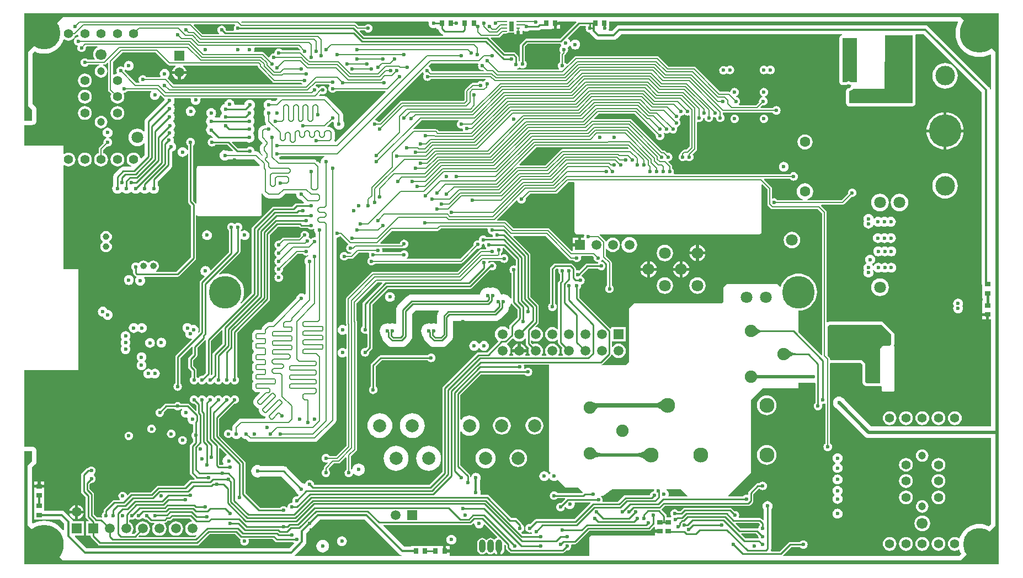
<source format=gbl>
G04*
G04 #@! TF.GenerationSoftware,Altium Limited,Altium Designer,18.0.7 (293)*
G04*
G04 Layer_Physical_Order=4*
G04 Layer_Color=16711680*
%FSLAX44Y44*%
%MOMM*%
G71*
G01*
G75*
%ADD13C,0.2500*%
%ADD14C,0.5000*%
%ADD15C,0.3500*%
%ADD19C,0.2000*%
%ADD57R,0.9000X0.8000*%
%ADD62R,0.8000X0.9000*%
%ADD157C,1.5000*%
%ADD159C,1.8000*%
%ADD160C,1.6000*%
%ADD164C,1.9000*%
%ADD166C,1.7000*%
%ADD174C,0.4500*%
%ADD178C,0.6500*%
%ADD180C,0.5500*%
%ADD184C,1.4000*%
%ADD185C,1.2000*%
%ADD186R,1.5000X1.5000*%
%ADD187C,2.0000*%
%ADD188R,1.5000X1.5000*%
%ADD189C,0.6000*%
%ADD191C,2.3000*%
%ADD192O,1.0000X2.0000*%
%ADD193O,1.0000X2.0000*%
%ADD194C,3.0000*%
%ADD195C,5.0000*%
%ADD196C,6.0000*%
%ADD197C,1.0000*%
%ADD198R,0.5500X0.2000*%
%ADD199R,0.7500X1.5000*%
G36*
X325397Y829661D02*
X325364Y829636D01*
X324322Y828278D01*
X323667Y826697D01*
X323444Y825000D01*
X323667Y823303D01*
X323961Y822594D01*
X323113Y821323D01*
X312682D01*
X311556Y822500D01*
X311333Y824197D01*
X310678Y825778D01*
X309636Y827136D01*
X308278Y828178D01*
X306697Y828833D01*
X305000Y829056D01*
X303303Y828833D01*
X301722Y828178D01*
X300364Y827136D01*
X299322Y825778D01*
X298667Y824197D01*
X298444Y822500D01*
X298667Y820803D01*
X299322Y819222D01*
X300364Y817864D01*
X301049Y817339D01*
X300618Y816069D01*
X275798D01*
X262108Y829758D01*
X262594Y830931D01*
X324966D01*
X325397Y829661D01*
D02*
G37*
G36*
X849221Y834174D02*
X823870Y808823D01*
X772500D01*
X771037Y808532D01*
X769796Y807704D01*
X763796Y801704D01*
X762968Y800463D01*
X762677Y799000D01*
Y775439D01*
X761712Y774722D01*
X760573Y775163D01*
Y780296D01*
X760282Y781759D01*
X759454Y782999D01*
X755499Y786954D01*
X754259Y787782D01*
X752796Y788073D01*
X739405D01*
X717720Y809758D01*
X718206Y810931D01*
X729728D01*
X731094Y811203D01*
X732251Y811977D01*
X736706Y816431D01*
X740000D01*
X741366Y816703D01*
X742523Y817477D01*
X742539Y817500D01*
X744250D01*
X744750Y818500D01*
X753750D01*
Y815500D01*
X757750D01*
Y820000D01*
X762250D01*
Y815500D01*
X766250D01*
Y821365D01*
X767520Y821868D01*
X768718Y820949D01*
X770542Y820193D01*
X772500Y819935D01*
X774458Y820193D01*
X776282Y820949D01*
X777180Y821637D01*
X790000D01*
X792243Y822084D01*
X793474Y822906D01*
X794498Y823500D01*
X811498D01*
Y824500D01*
X814748D01*
Y832500D01*
X816998D01*
Y834750D01*
X824498D01*
Y835444D01*
X848695D01*
X849221Y834174D01*
D02*
G37*
G36*
X622655Y834174D02*
X622434Y832498D01*
X622692Y830540D01*
X623447Y828716D01*
X624650Y827149D01*
X626216Y825947D01*
X628041Y825191D01*
X629999Y824934D01*
X631957Y825191D01*
X633232Y825720D01*
X634502Y825008D01*
Y823500D01*
X637338D01*
X637585Y822255D01*
X638856Y820353D01*
X643354Y815855D01*
X643354Y815854D01*
X644868Y814843D01*
X644482Y813573D01*
X523905D01*
X517220Y820258D01*
X517706Y821431D01*
X524545D01*
X525364Y820364D01*
X526722Y819322D01*
X528303Y818667D01*
X530000Y818444D01*
X531697Y818667D01*
X533278Y819322D01*
X534636Y820364D01*
X535678Y821722D01*
X536333Y823303D01*
X536556Y825000D01*
X536333Y826697D01*
X535678Y828278D01*
X534636Y829636D01*
X533278Y830678D01*
X531697Y831333D01*
X530000Y831556D01*
X528303Y831333D01*
X526722Y830678D01*
X525364Y829636D01*
X524545Y828569D01*
X515267D01*
X511562Y832273D01*
X510404Y833047D01*
X509039Y833319D01*
X335920D01*
X334968Y834271D01*
X335454Y835444D01*
X621907D01*
X622655Y834174D01*
D02*
G37*
G36*
X84576Y815233D02*
X84770Y813759D01*
X85202Y812717D01*
X84344Y811470D01*
X83303Y811333D01*
X81722Y810678D01*
X80364Y809636D01*
X79322Y808278D01*
X78667Y806697D01*
X78444Y805000D01*
X78667Y803303D01*
X79322Y801722D01*
X80364Y800364D01*
X81722Y799322D01*
X83303Y798667D01*
X83919Y797305D01*
X83667Y796697D01*
X83444Y795000D01*
X83667Y793303D01*
X84322Y791722D01*
X85364Y790364D01*
X86722Y789322D01*
X88303Y788667D01*
X90000Y788444D01*
X91697Y788667D01*
X93278Y789322D01*
X94636Y790364D01*
X95678Y791722D01*
X96333Y793303D01*
X96556Y795000D01*
X96440Y795884D01*
X97390Y796931D01*
X114129D01*
X114382Y795661D01*
X113948Y795482D01*
X111441Y793559D01*
X109518Y791052D01*
X108309Y788133D01*
X107896Y785000D01*
X108309Y781867D01*
X109518Y778948D01*
X110470Y777708D01*
X109908Y776569D01*
X100071D01*
X99636Y777136D01*
X98278Y778178D01*
X96697Y778833D01*
X95000Y779056D01*
X93303Y778833D01*
X91722Y778178D01*
X90364Y777136D01*
X89322Y775778D01*
X88667Y774197D01*
X88444Y772500D01*
X88667Y770803D01*
X89322Y769222D01*
X90364Y767864D01*
X91722Y766822D01*
X93303Y766167D01*
X95000Y765944D01*
X96697Y766167D01*
X98278Y766822D01*
X99636Y767864D01*
X100678Y769222D01*
X100765Y769431D01*
X117210D01*
X117520Y768255D01*
X115209Y767298D01*
X113224Y765776D01*
X111702Y763791D01*
X110744Y761480D01*
X110418Y759000D01*
X110744Y756520D01*
X111702Y754209D01*
X113224Y752225D01*
X115209Y750702D01*
X117520Y749745D01*
X120000Y749418D01*
X122480Y749745D01*
X124791Y750702D01*
X126775Y752225D01*
X128298Y754209D01*
X129255Y756520D01*
X129582Y759000D01*
X129255Y761480D01*
X128298Y763791D01*
X126775Y765776D01*
X124791Y767298D01*
X122480Y768255D01*
X122790Y769431D01*
X124971D01*
X126336Y769703D01*
X127494Y770477D01*
X129758Y772741D01*
X130931Y772255D01*
Y730500D01*
X131203Y729134D01*
X131977Y727977D01*
X135485Y724468D01*
X134770Y722741D01*
X134409Y720000D01*
X134770Y717259D01*
X135828Y714705D01*
X137511Y712511D01*
X139705Y710828D01*
X142259Y709770D01*
X145000Y709409D01*
X147741Y709770D01*
X150295Y710828D01*
X152489Y712511D01*
X154172Y714705D01*
X155230Y717259D01*
X155591Y720000D01*
X155230Y722741D01*
X154401Y724742D01*
X154748Y725439D01*
X155124Y725918D01*
X155205Y725971D01*
X156697Y726167D01*
X158278Y726822D01*
X159636Y727864D01*
X160455Y728931D01*
X196679D01*
X197007Y727661D01*
X195949Y726282D01*
X195193Y724458D01*
X194935Y722500D01*
X195193Y720542D01*
X195949Y718718D01*
X197151Y717151D01*
X198718Y715949D01*
X200542Y715193D01*
X202500Y714935D01*
X204458Y715193D01*
X206282Y715949D01*
X207849Y717151D01*
X209051Y718718D01*
X209807Y720542D01*
X209975Y721818D01*
X211316Y722273D01*
X214613Y718977D01*
X215770Y718203D01*
X216636Y718031D01*
X217504Y716808D01*
X217206Y716088D01*
X217074Y715086D01*
X188494Y686506D01*
X187113Y684439D01*
X186628Y682000D01*
Y667020D01*
X185425Y666611D01*
X185028Y667128D01*
X182208Y669292D01*
X178924Y670652D01*
X175400Y671116D01*
X171876Y670652D01*
X168592Y669292D01*
X165772Y667128D01*
X163608Y664308D01*
X162248Y661024D01*
X161784Y657500D01*
X162248Y653976D01*
X163608Y650692D01*
X165772Y647872D01*
X168592Y645708D01*
X171876Y644348D01*
X175400Y643884D01*
X178924Y644348D01*
X182208Y645708D01*
X185028Y647872D01*
X185425Y648389D01*
X186628Y647980D01*
Y630639D01*
X181478Y625490D01*
X180275Y625898D01*
X180230Y626241D01*
X179172Y628795D01*
X177489Y630989D01*
X175295Y632672D01*
X172741Y633730D01*
X170000Y634091D01*
X167259Y633730D01*
X164705Y632672D01*
X162511Y630989D01*
X160828Y628795D01*
X159770Y626241D01*
X159409Y623500D01*
X159770Y620759D01*
X160828Y618205D01*
X162511Y616011D01*
X164705Y614328D01*
X166360Y613642D01*
X166108Y612372D01*
X154000D01*
X151561Y611887D01*
X149494Y610506D01*
X140494Y601506D01*
X139113Y599439D01*
X138628Y597000D01*
Y583837D01*
X138012Y583035D01*
X137206Y581088D01*
X136931Y579000D01*
X137206Y576912D01*
X138012Y574966D01*
X139294Y573294D01*
X140965Y572012D01*
X142912Y571206D01*
X145000Y570931D01*
X147088Y571206D01*
X149035Y572012D01*
X150706Y573294D01*
X151200Y573938D01*
X152800D01*
X153294Y573294D01*
X154965Y572012D01*
X156912Y571206D01*
X159000Y570931D01*
X161088Y571206D01*
X163034Y572012D01*
X164706Y573294D01*
X165200Y573938D01*
X166800D01*
X167294Y573294D01*
X168965Y572012D01*
X170912Y571206D01*
X173000Y570931D01*
X175088Y571206D01*
X177034Y572012D01*
X178706Y573294D01*
X179200Y573938D01*
X180800D01*
X181294Y573294D01*
X182966Y572012D01*
X184912Y571206D01*
X187000Y570931D01*
X189088Y571206D01*
X191035Y572012D01*
X192706Y573294D01*
X193200Y573938D01*
X194800D01*
X195294Y573294D01*
X196966Y572012D01*
X198912Y571206D01*
X201000Y570931D01*
X203088Y571206D01*
X205035Y572012D01*
X206706Y573294D01*
X207988Y574966D01*
X208794Y576912D01*
X209069Y579000D01*
X208794Y581088D01*
X207988Y583035D01*
X207372Y583837D01*
Y590218D01*
X227506Y610352D01*
X228887Y612419D01*
X229372Y614858D01*
Y635324D01*
X231035Y636012D01*
X232706Y637294D01*
X233988Y638965D01*
X234794Y640912D01*
X235069Y643000D01*
X234794Y645088D01*
X233988Y647035D01*
X232706Y648706D01*
X231035Y649988D01*
X230985Y650008D01*
X231359Y650912D01*
X231634Y653000D01*
X231359Y655089D01*
X230553Y657035D01*
X230001Y657754D01*
X230706Y658294D01*
X231988Y659966D01*
X232794Y661912D01*
X233069Y664000D01*
X232794Y666088D01*
X231988Y668035D01*
X230820Y669557D01*
X231456Y670044D01*
X232738Y671715D01*
X233544Y673662D01*
X233819Y675750D01*
X233544Y677838D01*
X232738Y679784D01*
X231456Y681456D01*
X230706Y682031D01*
Y682628D01*
X230869Y683507D01*
X231988Y684966D01*
X232794Y686912D01*
X233069Y689000D01*
X232794Y691088D01*
X231988Y693035D01*
X230706Y694706D01*
Y695794D01*
X231988Y697466D01*
X232794Y699412D01*
X233069Y701500D01*
X232794Y703588D01*
X231988Y705535D01*
X230706Y707206D01*
Y708294D01*
X231988Y709966D01*
X232794Y711912D01*
X233069Y714000D01*
X232794Y716088D01*
X232468Y716876D01*
X233174Y717932D01*
X256900D01*
X257654Y716661D01*
X257435Y715000D01*
X257693Y713042D01*
X258449Y711218D01*
X259651Y709651D01*
X261218Y708449D01*
X263042Y707693D01*
X265000Y707435D01*
X266958Y707693D01*
X268782Y708449D01*
X270349Y709651D01*
X271551Y711218D01*
X272307Y713042D01*
X272565Y715000D01*
X272346Y716661D01*
X273100Y717932D01*
X390121D01*
X390607Y716758D01*
X387466Y713617D01*
X382669D01*
X381535Y714488D01*
X379588Y715294D01*
X377500Y715569D01*
X375412Y715294D01*
X373465Y714488D01*
X371794Y713206D01*
X370512Y711535D01*
X369706Y709588D01*
X369431Y707500D01*
X369706Y705412D01*
X370512Y703465D01*
X371794Y701794D01*
X371547Y700383D01*
X370512Y699035D01*
X369706Y697088D01*
X369431Y695000D01*
X369706Y692912D01*
X370512Y690965D01*
X371382Y689831D01*
Y682500D01*
X371848Y680159D01*
X373139Y678227D01*
X373205Y678088D01*
X372956Y676597D01*
X372331Y676117D01*
X370000D01*
X367659Y675652D01*
X365674Y674326D01*
X363174Y671826D01*
X361848Y669841D01*
X361382Y667500D01*
Y657500D01*
X361848Y655159D01*
X363174Y653174D01*
X367598Y648750D01*
X365674Y646826D01*
X365674Y646826D01*
X364348Y644841D01*
X363882Y642500D01*
Y637500D01*
X364348Y635159D01*
X365674Y633174D01*
X368072Y630777D01*
X367868Y630046D01*
X366460Y629692D01*
X361826Y634326D01*
X359841Y635652D01*
X357500Y636118D01*
X355585D01*
X355250Y636500D01*
X355027Y638197D01*
X354372Y639778D01*
X353330Y641136D01*
X351972Y642178D01*
X350391Y642833D01*
X348694Y643056D01*
X346997Y642833D01*
X345416Y642178D01*
X344058Y641136D01*
X343435Y640323D01*
X330084D01*
X320453Y649954D01*
X320939Y651128D01*
X342665D01*
X343467Y650512D01*
X345413Y649706D01*
X347502Y649431D01*
X349590Y649706D01*
X351536Y650512D01*
X353207Y651794D01*
X354490Y653465D01*
X355296Y655412D01*
X355571Y657500D01*
X355296Y659588D01*
X354490Y661535D01*
X353207Y663206D01*
X353455Y664617D01*
X354490Y665965D01*
X355296Y667912D01*
X355571Y670000D01*
X355296Y672088D01*
X354490Y674035D01*
X353207Y675706D01*
Y676794D01*
X354490Y678465D01*
X355296Y680412D01*
X355571Y682500D01*
X355296Y684588D01*
X354490Y686535D01*
X353207Y688206D01*
Y689294D01*
X354490Y690965D01*
X355296Y692912D01*
X355571Y695000D01*
X355296Y697088D01*
X354490Y699035D01*
X353207Y700706D01*
Y700748D01*
X353768Y701876D01*
X354988Y703465D01*
X355794Y705412D01*
X356069Y707500D01*
X355794Y709588D01*
X354988Y711535D01*
X353706Y713206D01*
X352034Y714488D01*
X350088Y715294D01*
X348000Y715569D01*
X345912Y715294D01*
X343965Y714488D01*
X342294Y713206D01*
X341012Y711535D01*
X340206Y709588D01*
X340074Y708586D01*
X338860Y707372D01*
X325314D01*
X324477Y708327D01*
X324500Y708500D01*
X324242Y710458D01*
X323486Y712282D01*
X322284Y713849D01*
X320717Y715051D01*
X318893Y715807D01*
X316935Y716065D01*
X314977Y715807D01*
X313153Y715051D01*
X311586Y713849D01*
X310384Y712282D01*
X309628Y710458D01*
X309418Y708861D01*
X308912Y708794D01*
X306966Y707988D01*
X305294Y706706D01*
X304012Y705034D01*
X303206Y703088D01*
X302931Y701000D01*
X303206Y698912D01*
X304012Y696965D01*
X304806Y695931D01*
X305177Y695000D01*
X304806Y694069D01*
X304012Y693035D01*
X303206Y691088D01*
X302931Y689000D01*
X302381Y688372D01*
X294769D01*
X294338Y689642D01*
X294349Y689651D01*
X295551Y691218D01*
X296307Y693042D01*
X296565Y695000D01*
X296307Y696958D01*
X295551Y698782D01*
X294349Y700349D01*
X292782Y701551D01*
X290958Y702307D01*
X289000Y702565D01*
X287042Y702307D01*
X285218Y701551D01*
X283651Y700349D01*
X282449Y698782D01*
X281693Y696958D01*
X281435Y695000D01*
X281693Y693042D01*
X282449Y691218D01*
X283651Y689651D01*
X283913Y689450D01*
Y688180D01*
X283294Y687706D01*
X282012Y686034D01*
X281206Y684088D01*
X280931Y682000D01*
X281206Y679912D01*
X282012Y677965D01*
X283288Y676302D01*
X283502Y676013D01*
Y674987D01*
X283288Y674698D01*
X282012Y673035D01*
X281206Y671088D01*
X280931Y669000D01*
X281206Y666912D01*
X282012Y664966D01*
X283294Y663294D01*
X284965Y662012D01*
X286912Y661206D01*
X287914Y661074D01*
X291325Y657663D01*
X290732Y656460D01*
X290000Y656556D01*
X288303Y656333D01*
X286722Y655678D01*
X285364Y654636D01*
X284322Y653278D01*
X283667Y651697D01*
X283444Y650000D01*
X283667Y648303D01*
X284322Y646722D01*
X285364Y645364D01*
X286722Y644322D01*
X288303Y643667D01*
X290000Y643444D01*
X291697Y643667D01*
X293278Y644322D01*
X294636Y645364D01*
X295259Y646177D01*
X313416D01*
X322302Y637291D01*
X321816Y636118D01*
X315169D01*
X314035Y636988D01*
X312088Y637794D01*
X310000Y638069D01*
X307912Y637794D01*
X305965Y636988D01*
X304294Y635706D01*
X303012Y634035D01*
X302206Y632088D01*
X301931Y630000D01*
X302206Y627912D01*
X303012Y625965D01*
X304294Y624294D01*
X305965Y623012D01*
X307912Y622206D01*
X310000Y621931D01*
X312088Y622206D01*
X314035Y623012D01*
X315169Y623882D01*
X354966D01*
X363231Y615617D01*
X363185Y614575D01*
X362500Y613569D01*
X270000D01*
X268634Y613297D01*
X267477Y612523D01*
X266703Y611366D01*
X266431Y610000D01*
X266431Y556404D01*
X265161Y556018D01*
X264704Y556704D01*
X260823Y560584D01*
Y644741D01*
X261636Y645364D01*
X262678Y646722D01*
X263333Y648303D01*
X263556Y650000D01*
X263333Y651697D01*
X262678Y653278D01*
X261636Y654636D01*
X260278Y655678D01*
X258697Y656333D01*
X257000Y656556D01*
X255303Y656333D01*
X253722Y655678D01*
X252364Y654636D01*
X251322Y653278D01*
X250667Y651697D01*
X250444Y650000D01*
X250667Y648303D01*
X251322Y646722D01*
X252364Y645364D01*
X253177Y644741D01*
Y638177D01*
X251907Y637924D01*
X251551Y638782D01*
X250349Y640349D01*
X248782Y641551D01*
X246958Y642307D01*
X245000Y642565D01*
X243042Y642307D01*
X241218Y641551D01*
X239651Y640349D01*
X238449Y638782D01*
X237693Y636958D01*
X237435Y635000D01*
X237693Y633042D01*
X238449Y631218D01*
X239651Y629651D01*
X241218Y628449D01*
X243042Y627693D01*
X245000Y627435D01*
X246958Y627693D01*
X248782Y628449D01*
X250349Y629651D01*
X251551Y631218D01*
X251907Y632076D01*
X253177Y631823D01*
Y559000D01*
X253468Y557537D01*
X254296Y556296D01*
X258177Y552416D01*
Y473584D01*
X235916Y451323D01*
X204583D01*
X204301Y452517D01*
X204310Y452593D01*
X206062Y453938D01*
X207425Y455713D01*
X207449Y455773D01*
X208178Y456722D01*
X208833Y458303D01*
X209056Y460000D01*
X208833Y461697D01*
X208178Y463278D01*
X207449Y464227D01*
X207425Y464287D01*
X206062Y466062D01*
X204287Y467425D01*
X202219Y468281D01*
X200000Y468573D01*
X197781Y468281D01*
X195713Y467425D01*
X193938Y466062D01*
X193300Y465232D01*
X191700D01*
X191062Y466062D01*
X189287Y467425D01*
X187219Y468281D01*
X185000Y468573D01*
X182781Y468281D01*
X180713Y467425D01*
X178938Y466062D01*
X178057Y464914D01*
X176433Y464558D01*
X176278Y464678D01*
X174697Y465333D01*
X173000Y465556D01*
X171303Y465333D01*
X169722Y464678D01*
X168364Y463636D01*
X167322Y462278D01*
X166667Y460697D01*
X166444Y459000D01*
X166667Y457303D01*
X167322Y455722D01*
X168364Y454364D01*
X169177Y453741D01*
Y449500D01*
X169468Y448037D01*
X170296Y446796D01*
X172296Y444796D01*
X173537Y443968D01*
X173923Y443891D01*
X174123Y443604D01*
X174386Y442504D01*
X173449Y441282D01*
X172693Y439458D01*
X172435Y437500D01*
X172693Y435542D01*
X173449Y433718D01*
X174651Y432151D01*
X176218Y430949D01*
X178042Y430193D01*
X180000Y429935D01*
X181958Y430193D01*
X183782Y430949D01*
X185349Y432151D01*
X186551Y433718D01*
X187307Y435542D01*
X187565Y437500D01*
X187307Y439458D01*
X186551Y441282D01*
X185689Y442407D01*
X186262Y443677D01*
X237500D01*
X238963Y443968D01*
X240204Y444796D01*
X264704Y469296D01*
X265532Y470537D01*
X265823Y472000D01*
Y537665D01*
X267093Y538050D01*
X267477Y537477D01*
X268634Y536703D01*
X270000Y536431D01*
X362500D01*
X363866Y536703D01*
X365023Y537477D01*
X365797Y538634D01*
X366069Y540000D01*
Y571540D01*
X367339Y571925D01*
X368174Y570674D01*
X373174Y565674D01*
X375159Y564348D01*
X377500Y563882D01*
X392500D01*
X394841Y564348D01*
X396826Y565674D01*
X402534Y571382D01*
X418650D01*
X419487Y570428D01*
X419431Y570000D01*
X419706Y567912D01*
X420512Y565965D01*
X421794Y564294D01*
X423465Y563012D01*
X425412Y562206D01*
X426829Y562019D01*
X431352Y557497D01*
X430866Y556323D01*
X420000D01*
X418537Y556032D01*
X417296Y555204D01*
X413416Y551323D01*
X384670D01*
X383207Y551032D01*
X381967Y550204D01*
X352296Y520533D01*
X351468Y519293D01*
X351177Y517830D01*
Y419010D01*
X335271Y403105D01*
X334267Y403896D01*
X336182Y407021D01*
X337899Y411166D01*
X338946Y415528D01*
X339298Y420000D01*
X338946Y424472D01*
X337899Y428834D01*
X336182Y432979D01*
X333838Y436804D01*
X330925Y440215D01*
X327513Y443128D01*
X323689Y445472D01*
X319544Y447189D01*
X315182Y448236D01*
X310710Y448588D01*
X306238Y448236D01*
X301875Y447189D01*
X301845Y447176D01*
X301139Y448232D01*
X332704Y479796D01*
X333532Y481037D01*
X333823Y482500D01*
Y501238D01*
X335093Y501811D01*
X336218Y500949D01*
X338042Y500193D01*
X340000Y499935D01*
X341958Y500193D01*
X343782Y500949D01*
X345349Y502151D01*
X346551Y503718D01*
X347307Y505542D01*
X347565Y507500D01*
X347307Y509458D01*
X346551Y511282D01*
X345349Y512849D01*
X343782Y514051D01*
X341958Y514807D01*
X340000Y515065D01*
X338042Y514807D01*
X336218Y514051D01*
X335301Y513348D01*
X334135Y513876D01*
X334068Y514929D01*
X334636Y515364D01*
X335678Y516722D01*
X336333Y518303D01*
X336556Y520000D01*
X336333Y521697D01*
X335678Y523278D01*
X334636Y524636D01*
X333278Y525678D01*
X331697Y526333D01*
X330000Y526556D01*
X328303Y526333D01*
X326722Y525678D01*
X325913Y525057D01*
X324636Y524636D01*
X323278Y525678D01*
X321697Y526333D01*
X320000Y526556D01*
X318303Y526333D01*
X316722Y525678D01*
X315364Y524636D01*
X314322Y523278D01*
X313667Y521697D01*
X313444Y520000D01*
X313667Y518303D01*
X314322Y516722D01*
X315364Y515364D01*
X316177Y514741D01*
Y481584D01*
X288525Y453932D01*
X287322Y454340D01*
X287307Y454458D01*
X286551Y456282D01*
X285349Y457849D01*
X283782Y459051D01*
X281958Y459807D01*
X280000Y460065D01*
X278042Y459807D01*
X276218Y459051D01*
X274651Y457849D01*
X273449Y456282D01*
X272693Y454458D01*
X272435Y452500D01*
X272693Y450542D01*
X273449Y448718D01*
X274651Y447151D01*
X276218Y445949D01*
X278042Y445193D01*
X278160Y445178D01*
X278568Y443975D01*
X272296Y437704D01*
X271468Y436463D01*
X271176Y435000D01*
Y359513D01*
X269957Y358293D01*
X268881Y359013D01*
X269307Y360042D01*
X269565Y362000D01*
X269307Y363958D01*
X268551Y365782D01*
X267349Y367349D01*
X265782Y368551D01*
X263958Y369307D01*
X262000Y369565D01*
X260042Y369307D01*
X258985Y368869D01*
X257849Y370349D01*
X256282Y371551D01*
X254458Y372307D01*
X252500Y372565D01*
X250542Y372307D01*
X248718Y371551D01*
X247151Y370349D01*
X245949Y368782D01*
X245193Y366958D01*
X244935Y365000D01*
X245193Y363042D01*
X245949Y361218D01*
X247151Y359651D01*
X248718Y358449D01*
X249723Y358032D01*
X249693Y357959D01*
X249435Y356001D01*
X249693Y354043D01*
X250449Y352218D01*
X251651Y350652D01*
X253218Y349450D01*
X255042Y348694D01*
X257000Y348436D01*
X258502Y348634D01*
X259095Y347431D01*
X234796Y323133D01*
X233968Y321892D01*
X233676Y320429D01*
Y280259D01*
X232864Y279635D01*
X231822Y278277D01*
X231167Y276696D01*
X230944Y275000D01*
X231167Y273303D01*
X231822Y271721D01*
X232864Y270364D01*
X234221Y269322D01*
X235803Y268667D01*
X237500Y268443D01*
X239196Y268667D01*
X240777Y269322D01*
X242135Y270364D01*
X243177Y271721D01*
X243832Y273303D01*
X244056Y275000D01*
X243832Y276696D01*
X243177Y278277D01*
X242135Y279635D01*
X241323Y280258D01*
Y318845D01*
X258657Y336178D01*
X259927Y335652D01*
Y324788D01*
X254796Y319658D01*
X253968Y318417D01*
X253677Y316954D01*
Y305000D01*
X253968Y303537D01*
X254796Y302296D01*
X258677Y298416D01*
Y290259D01*
X257864Y289636D01*
X256822Y288278D01*
X256167Y286697D01*
X255944Y285000D01*
X256167Y283303D01*
X256822Y281722D01*
X257864Y280364D01*
X259222Y279322D01*
X260803Y278667D01*
X262500Y278444D01*
X264197Y278667D01*
X265778Y279322D01*
X267136Y280364D01*
X268028Y281527D01*
X268750Y281636D01*
X269472Y281527D01*
X270364Y280364D01*
X271722Y279322D01*
X273303Y278667D01*
X275000Y278444D01*
X276697Y278667D01*
X278278Y279322D01*
X279636Y280364D01*
X280528Y281527D01*
X281250Y281636D01*
X281972Y281527D01*
X282864Y280364D01*
X284222Y279322D01*
X285803Y278667D01*
X287500Y278444D01*
X289197Y278667D01*
X290778Y279322D01*
X292136Y280364D01*
X293028Y281527D01*
X293750Y281636D01*
X294472Y281527D01*
X295364Y280364D01*
X296722Y279322D01*
X298303Y278667D01*
X300000Y278444D01*
X301697Y278667D01*
X303278Y279322D01*
X304636Y280364D01*
X305528Y281527D01*
X306250Y281636D01*
X306972Y281527D01*
X307864Y280364D01*
X309222Y279322D01*
X310803Y278667D01*
X312500Y278444D01*
X314197Y278667D01*
X315778Y279322D01*
X317136Y280364D01*
X318028Y281527D01*
X318750Y281636D01*
X319472Y281527D01*
X320364Y280364D01*
X321722Y279322D01*
X323303Y278667D01*
X325000Y278444D01*
X326697Y278667D01*
X328278Y279322D01*
X329636Y280364D01*
X330678Y281722D01*
X331333Y283303D01*
X331556Y285000D01*
X331333Y286697D01*
X330678Y288278D01*
X329636Y289636D01*
X328823Y290259D01*
Y357558D01*
X377704Y406438D01*
X378532Y407679D01*
X378823Y409142D01*
Y507962D01*
X391287Y520425D01*
X424167D01*
X424796Y519796D01*
X426037Y518968D01*
X427500Y518677D01*
X437241D01*
X437864Y517864D01*
X439222Y516822D01*
X440803Y516167D01*
X442500Y515944D01*
X444197Y516167D01*
X445778Y516822D01*
X445902Y516918D01*
X447093Y516231D01*
X446931Y515000D01*
X447206Y512912D01*
X448012Y510965D01*
X448882Y509831D01*
Y504836D01*
X447928Y503999D01*
X447499Y504055D01*
X445802Y503832D01*
X444221Y503177D01*
X442863Y502135D01*
X441295Y502178D01*
X440944Y502636D01*
X439586Y503678D01*
X438191Y504255D01*
X438833Y505803D01*
X439056Y507500D01*
X438833Y509197D01*
X438178Y510778D01*
X437136Y512136D01*
X435778Y513178D01*
X434197Y513833D01*
X432500Y514056D01*
X430803Y513833D01*
X429222Y513178D01*
X427864Y512136D01*
X426822Y510778D01*
X426167Y509197D01*
X425944Y507500D01*
X426119Y506166D01*
X423522Y503569D01*
X400000D01*
X398634Y503297D01*
X397477Y502523D01*
X393834Y498881D01*
X392500Y499056D01*
X390803Y498833D01*
X389222Y498178D01*
X387864Y497136D01*
X386822Y495778D01*
X386167Y494197D01*
X385944Y492500D01*
X386167Y490803D01*
X386822Y489222D01*
X387864Y487864D01*
X389027Y486972D01*
X389136Y486250D01*
X389027Y485528D01*
X387864Y484636D01*
X386822Y483278D01*
X386167Y481697D01*
X385944Y480000D01*
X386167Y478303D01*
X386822Y476722D01*
X387864Y475364D01*
X389027Y474472D01*
X389136Y473750D01*
X389027Y473028D01*
X387864Y472136D01*
X386822Y470778D01*
X386167Y469197D01*
X385944Y467500D01*
X386167Y465803D01*
X386822Y464222D01*
X387864Y462864D01*
X389027Y461972D01*
X389136Y461250D01*
X389027Y460528D01*
X387864Y459636D01*
X386822Y458278D01*
X386167Y456697D01*
X385944Y455000D01*
X386167Y453303D01*
X386822Y451722D01*
X387864Y450364D01*
X389027Y449472D01*
X389136Y448750D01*
X389027Y448028D01*
X387864Y447136D01*
X386822Y445778D01*
X386167Y444197D01*
X385944Y442500D01*
X386167Y440803D01*
X386822Y439222D01*
X387864Y437864D01*
X389222Y436822D01*
X390803Y436167D01*
X392500Y435944D01*
X394197Y436167D01*
X395778Y436822D01*
X397136Y437864D01*
X398178Y439222D01*
X398833Y440803D01*
X399056Y442500D01*
X398833Y444197D01*
X398178Y445778D01*
X397136Y447136D01*
X395973Y448028D01*
X395864Y448750D01*
X395973Y449472D01*
X397136Y450364D01*
X398178Y451722D01*
X398833Y453303D01*
X399056Y455000D01*
X398881Y456334D01*
X421478Y478931D01*
X429545D01*
X430364Y477864D01*
X431722Y476822D01*
X433303Y476167D01*
X435000Y475944D01*
X436697Y476167D01*
X437458Y476483D01*
X438572Y475569D01*
X438533Y475376D01*
X437912Y475294D01*
X435965Y474488D01*
X434294Y473206D01*
X433012Y471535D01*
X432206Y469588D01*
X431931Y467500D01*
X432206Y465412D01*
X433012Y463465D01*
X433882Y462331D01*
Y416787D01*
X432612Y416161D01*
X431535Y416988D01*
X429588Y417794D01*
X427500Y418069D01*
X425412Y417794D01*
X423465Y416988D01*
X421794Y415706D01*
X420512Y414035D01*
X419706Y412088D01*
X419519Y410671D01*
X382466Y373618D01*
X377500D01*
X375159Y373152D01*
X373174Y371826D01*
X368174Y366826D01*
X366848Y364841D01*
X366382Y362500D01*
Y362217D01*
X358900D01*
X356559Y361752D01*
X354574Y360426D01*
X353174Y359026D01*
X351848Y357041D01*
X351382Y354700D01*
Y350300D01*
X351848Y347959D01*
X353174Y345974D01*
X354148Y345000D01*
X353174Y344026D01*
X351848Y342041D01*
X351382Y339700D01*
Y335300D01*
X351848Y332959D01*
X353174Y330974D01*
X354574Y329574D01*
X354665Y329514D01*
Y327986D01*
X354574Y327926D01*
X353174Y326526D01*
X351848Y324541D01*
X351382Y322200D01*
Y317800D01*
X351848Y315459D01*
X353174Y313474D01*
X354148Y312500D01*
X353174Y311526D01*
X351848Y309541D01*
X351382Y307200D01*
Y302800D01*
X351848Y300459D01*
X353174Y298474D01*
X354198Y297450D01*
X353174Y296426D01*
X351848Y294441D01*
X351382Y292100D01*
Y287900D01*
X351848Y285559D01*
X353174Y283574D01*
X353749Y283000D01*
X353174Y282426D01*
X351848Y280441D01*
X351382Y278100D01*
Y273900D01*
X351848Y271559D01*
X353174Y269574D01*
X354574Y268174D01*
X356559Y266848D01*
X358900Y266382D01*
X363572D01*
X364058Y265209D01*
X355674Y256826D01*
X355674Y256826D01*
X354348Y254841D01*
X353882Y252500D01*
Y250000D01*
X354348Y247659D01*
X355674Y245674D01*
X358174Y243174D01*
X360159Y241848D01*
X362188Y241445D01*
X361942Y240207D01*
Y238228D01*
X362407Y235886D01*
X363733Y233902D01*
X366703Y230932D01*
X368688Y229606D01*
X371029Y229140D01*
X371841D01*
Y228328D01*
X372086Y227099D01*
X371280Y226117D01*
X335000D01*
X332659Y225652D01*
X330674Y224326D01*
X323174Y216826D01*
X321848Y214841D01*
X321382Y212500D01*
Y207669D01*
X321105Y207307D01*
X319645Y207137D01*
X319533Y207215D01*
X318278Y208178D01*
X316697Y208833D01*
X315000Y209056D01*
X313303Y208833D01*
X311722Y208178D01*
X310364Y207136D01*
X309322Y205778D01*
X308667Y204197D01*
X308444Y202500D01*
X308667Y200803D01*
X309322Y199222D01*
X310364Y197864D01*
X311722Y196822D01*
X313303Y196167D01*
X315000Y195944D01*
X316697Y196167D01*
X318278Y196822D01*
X319533Y197785D01*
X319645Y197863D01*
X321105Y197693D01*
X321794Y196794D01*
X323465Y195512D01*
X325412Y194706D01*
X327500Y194431D01*
X329588Y194706D01*
X331535Y195512D01*
X333206Y196794D01*
X334260Y198169D01*
X334735Y198281D01*
X335265D01*
X335740Y198169D01*
X336794Y196794D01*
X338465Y195512D01*
X340412Y194706D01*
X341829Y194519D01*
X344674Y191674D01*
X346659Y190348D01*
X349000Y189883D01*
X447364D01*
X449705Y190348D01*
X451690Y191674D01*
X479326Y219310D01*
X480652Y221295D01*
X481118Y223636D01*
Y502964D01*
X482072Y503801D01*
X482153Y503791D01*
X483850Y504014D01*
X485431Y504669D01*
X486789Y505711D01*
X487503Y505758D01*
X498859Y494402D01*
X498922Y494188D01*
X498693Y492772D01*
X497864Y492136D01*
X496822Y490778D01*
X496167Y489197D01*
X495944Y487500D01*
X496167Y485803D01*
X496822Y484222D01*
X497864Y482864D01*
X499222Y481822D01*
X500803Y481167D01*
X502500Y480944D01*
X503611Y481090D01*
X504205Y479887D01*
X502886Y478569D01*
X498455D01*
X497636Y479636D01*
X496278Y480678D01*
X494697Y481333D01*
X493000Y481556D01*
X491303Y481333D01*
X489722Y480678D01*
X488364Y479636D01*
X487322Y478278D01*
X486667Y476697D01*
X486444Y475000D01*
X486667Y473303D01*
X487322Y471722D01*
X488364Y470364D01*
X489722Y469322D01*
X491303Y468667D01*
X493000Y468444D01*
X494697Y468667D01*
X496278Y469322D01*
X497636Y470364D01*
X498455Y471431D01*
X504364D01*
X505730Y471703D01*
X506887Y472477D01*
X514841Y480430D01*
X530382D01*
X531178Y479427D01*
X531162Y479160D01*
X530943Y477499D01*
X531166Y475802D01*
X531689Y474539D01*
X531722Y473178D01*
X530364Y472136D01*
X529322Y470778D01*
X528667Y469197D01*
X528444Y467500D01*
X528667Y465803D01*
X529322Y464222D01*
X530364Y462864D01*
X531722Y461822D01*
X533303Y461167D01*
X535000Y460944D01*
X536697Y461167D01*
X538278Y461822D01*
X539636Y462864D01*
X540455Y463931D01*
X672500D01*
X673866Y464203D01*
X675023Y464977D01*
X696666Y486619D01*
X698000Y486444D01*
X699697Y486667D01*
X701278Y487322D01*
X702636Y488364D01*
X703678Y489722D01*
X704333Y491303D01*
X704555Y492994D01*
X704557Y493000D01*
X705699Y494049D01*
X706500Y493944D01*
X707368Y494058D01*
X708509Y492993D01*
X708444Y492500D01*
X708667Y490803D01*
X709322Y489222D01*
X710364Y487864D01*
X711049Y487339D01*
X710618Y486069D01*
X703080D01*
X701714Y485797D01*
X700556Y485023D01*
X666602Y451069D01*
X537500D01*
X536134Y450797D01*
X534977Y450023D01*
X496977Y412023D01*
X496203Y410866D01*
X495932Y409500D01*
Y371080D01*
X496203Y369714D01*
X496235Y369666D01*
X496046Y368691D01*
X494790Y368161D01*
X494283Y368551D01*
X492458Y369307D01*
X490500Y369564D01*
X488543Y369307D01*
X486718Y368551D01*
X485151Y367349D01*
X483949Y365782D01*
X483194Y363957D01*
X482936Y362000D01*
X483194Y360042D01*
X483949Y358217D01*
X485151Y356651D01*
X486718Y355448D01*
X488543Y354693D01*
X490500Y354435D01*
X492458Y354693D01*
X494283Y355448D01*
X495161Y356123D01*
X496431Y355496D01*
Y333503D01*
X495161Y332877D01*
X494283Y333551D01*
X492458Y334306D01*
X490500Y334564D01*
X488543Y334306D01*
X486718Y333551D01*
X485151Y332349D01*
X483949Y330782D01*
X483194Y328957D01*
X482936Y327000D01*
X483194Y325042D01*
X483949Y323217D01*
X485151Y321651D01*
X486718Y320448D01*
X488543Y319693D01*
X490500Y319435D01*
X492458Y319693D01*
X494283Y320448D01*
X495161Y321123D01*
X496431Y320496D01*
Y183978D01*
X481022Y168569D01*
X470455D01*
X469636Y169636D01*
X468278Y170678D01*
X466697Y171333D01*
X465000Y171556D01*
X463303Y171333D01*
X461722Y170678D01*
X460364Y169636D01*
X459322Y168278D01*
X458667Y166697D01*
X458444Y165000D01*
X458667Y163303D01*
X459322Y161722D01*
X460364Y160364D01*
X461722Y159322D01*
X463303Y158667D01*
X465000Y158444D01*
X466697Y158667D01*
X466915Y158758D01*
X467634Y157681D01*
X462477Y152523D01*
X461703Y151366D01*
X461431Y150000D01*
Y147955D01*
X460364Y147136D01*
X459322Y145778D01*
X458667Y144197D01*
X458444Y142500D01*
X458667Y140803D01*
X459322Y139222D01*
X460364Y137864D01*
X461722Y136822D01*
X463303Y136167D01*
X465000Y135944D01*
X466697Y136167D01*
X468278Y136822D01*
X469636Y137864D01*
X470678Y139222D01*
X471333Y140803D01*
X471556Y142500D01*
X471333Y144197D01*
X470678Y145778D01*
X469636Y147136D01*
X469164Y147498D01*
X469079Y149033D01*
X476978Y156931D01*
X484364D01*
X485730Y157203D01*
X486887Y157977D01*
X495258Y166347D01*
X496431Y165861D01*
Y147955D01*
X495364Y147136D01*
X494322Y145778D01*
X493667Y144197D01*
X493444Y142500D01*
X493667Y140803D01*
X494322Y139222D01*
X495364Y137864D01*
X496722Y136822D01*
X498303Y136167D01*
X500000Y135944D01*
X501697Y136167D01*
X503278Y136822D01*
X504636Y137864D01*
X505678Y139222D01*
X506333Y140803D01*
X506366Y141060D01*
X507694Y141416D01*
X508224Y140724D01*
X510209Y139202D01*
X512520Y138244D01*
X515000Y137918D01*
X517480Y138244D01*
X519791Y139202D01*
X521776Y140724D01*
X523298Y142709D01*
X524255Y145020D01*
X524582Y147500D01*
X524255Y149980D01*
X523298Y152291D01*
X521776Y154276D01*
X519791Y155798D01*
X517480Y156756D01*
X515000Y157082D01*
X512520Y156756D01*
X510209Y155798D01*
X508224Y154276D01*
X506702Y152291D01*
X505745Y149980D01*
X505556Y148551D01*
X504278Y147982D01*
X503594Y148442D01*
X503569Y148479D01*
Y168294D01*
X511523Y176249D01*
X512297Y177407D01*
X512569Y178772D01*
Y374308D01*
X512297Y375673D01*
X512069Y376015D01*
Y402880D01*
X544120Y434931D01*
X550794D01*
X551280Y433758D01*
X522296Y404775D01*
X521468Y403534D01*
X521177Y402071D01*
Y367759D01*
X520364Y367136D01*
X519322Y365778D01*
X518667Y364197D01*
X518444Y362500D01*
X518667Y360803D01*
X519322Y359222D01*
X520364Y357864D01*
X521722Y356822D01*
X523303Y356167D01*
X525000Y355944D01*
X526697Y356167D01*
X527407Y356461D01*
X528677Y355613D01*
Y336584D01*
X526015Y333922D01*
X525000Y334056D01*
X523303Y333832D01*
X521722Y333177D01*
X520364Y332136D01*
X519322Y330778D01*
X518667Y329197D01*
X518443Y327500D01*
X518667Y325803D01*
X519322Y324222D01*
X520364Y322864D01*
X521722Y321822D01*
X523303Y321167D01*
X525000Y320944D01*
X526697Y321167D01*
X528278Y321822D01*
X529635Y322864D01*
X530677Y324222D01*
X531332Y325803D01*
X531556Y327500D01*
X531422Y328515D01*
X535204Y332296D01*
X536032Y333537D01*
X536323Y335000D01*
Y400916D01*
X560334Y424927D01*
X686250D01*
X687713Y425218D01*
X688954Y426046D01*
X717081Y454174D01*
X718303Y453667D01*
X720000Y453444D01*
X721697Y453667D01*
X723278Y454322D01*
X724636Y455364D01*
X725678Y456722D01*
X726333Y458303D01*
X726556Y460000D01*
X726333Y461697D01*
X725678Y463278D01*
X724636Y464636D01*
X723278Y465678D01*
X721697Y466333D01*
X720000Y466556D01*
X718303Y466333D01*
X716722Y465678D01*
X715364Y464636D01*
X715274Y464518D01*
X714094Y464985D01*
X714054Y465015D01*
X713837Y466661D01*
X713821Y466928D01*
X714617Y467931D01*
X733045D01*
X733864Y466864D01*
X735222Y465822D01*
X736803Y465167D01*
X738500Y464944D01*
X740197Y465167D01*
X741778Y465822D01*
X743136Y466864D01*
X744178Y468222D01*
X744833Y469803D01*
X745056Y471500D01*
X744833Y473197D01*
X744178Y474778D01*
X743136Y476136D01*
X741778Y477178D01*
X740197Y477833D01*
X738500Y478056D01*
X736803Y477833D01*
X735222Y477178D01*
X734722Y476794D01*
X733567Y477499D01*
Y479544D01*
X734634Y480363D01*
X735676Y481721D01*
X736331Y483302D01*
X736555Y484999D01*
X736350Y486553D01*
X736404Y486794D01*
X737214Y487884D01*
X737928Y487951D01*
X756177Y469703D01*
Y461365D01*
X755172Y460575D01*
X754907Y460588D01*
X753250Y460806D01*
X751553Y460583D01*
X749972Y459928D01*
X748614Y458886D01*
X747572Y457528D01*
X746917Y455947D01*
X746694Y454250D01*
X746917Y452553D01*
X747572Y450972D01*
X748614Y449614D01*
X749427Y448991D01*
Y410279D01*
X748157Y410027D01*
X747732Y411052D01*
X745808Y413559D01*
X743302Y415482D01*
X740383Y416691D01*
X737250Y417104D01*
X734117Y416691D01*
X734093Y416681D01*
X732790Y417384D01*
X732691Y418133D01*
X731482Y421052D01*
X729558Y423559D01*
X727052Y425482D01*
X724133Y426691D01*
X721000Y427104D01*
X717867Y426691D01*
X717250Y426435D01*
X716633Y426691D01*
X713500Y427104D01*
X710367Y426691D01*
X707448Y425482D01*
X704941Y423559D01*
X703018Y421052D01*
X701809Y418133D01*
X701572Y416338D01*
X596343D01*
X593667Y415986D01*
X591174Y414953D01*
X589033Y413310D01*
X575690Y399967D01*
X574047Y397826D01*
X573014Y395333D01*
X572662Y392657D01*
Y371787D01*
X571606Y371081D01*
X570133Y371691D01*
X567000Y372104D01*
X563867Y371691D01*
X563250Y371435D01*
X562633Y371691D01*
X559500Y372104D01*
X556367Y371691D01*
X553448Y370482D01*
X550942Y368559D01*
X549018Y366052D01*
X547809Y363133D01*
X547396Y360000D01*
X547809Y356867D01*
X549018Y353948D01*
X550912Y351480D01*
Y351343D01*
X551264Y348667D01*
X552297Y346174D01*
X553940Y344033D01*
X559283Y338690D01*
X561424Y337047D01*
X563917Y336014D01*
X566593Y335662D01*
X581000D01*
X583676Y336014D01*
X586169Y337047D01*
X588310Y338690D01*
X594310Y344690D01*
X595953Y346831D01*
X596986Y349324D01*
X597338Y352000D01*
Y386718D01*
X602282Y391662D01*
X637622D01*
X638248Y390392D01*
X637047Y388826D01*
X636014Y386333D01*
X635662Y383657D01*
Y371994D01*
X634606Y371288D01*
X633633Y371691D01*
X630500Y372104D01*
X627367Y371691D01*
X626750Y371435D01*
X626133Y371691D01*
X623000Y372104D01*
X619867Y371691D01*
X616948Y370482D01*
X614441Y368559D01*
X612518Y366052D01*
X611309Y363133D01*
X610896Y360000D01*
X611309Y356867D01*
X612518Y353948D01*
X614441Y351441D01*
X614540Y351366D01*
X614764Y349667D01*
X615797Y347174D01*
X617440Y345033D01*
X623783Y338690D01*
X625924Y337047D01*
X628417Y336014D01*
X631093Y335662D01*
X643000D01*
X645676Y336014D01*
X648169Y337047D01*
X650310Y338690D01*
X657310Y345690D01*
X658953Y347831D01*
X659986Y350324D01*
X660338Y353000D01*
Y375662D01*
X725157D01*
X727833Y376014D01*
X730326Y377047D01*
X732467Y378690D01*
X742810Y389033D01*
X744453Y391174D01*
X745486Y393667D01*
X745838Y396343D01*
Y396480D01*
X747732Y398948D01*
X748941Y401867D01*
X748966Y402055D01*
X750287Y402363D01*
X750546Y401975D01*
X758677Y393845D01*
Y381130D01*
X747546Y370000D01*
X746718Y368759D01*
X746426Y367296D01*
Y363430D01*
X745224Y363022D01*
X744659Y363759D01*
X742152Y365682D01*
X739233Y366891D01*
X736100Y367304D01*
X732967Y366891D01*
X730048Y365682D01*
X727542Y363759D01*
X725618Y361252D01*
X724409Y358333D01*
X723997Y355200D01*
X724409Y352067D01*
X725618Y349148D01*
X727542Y346642D01*
X729088Y345455D01*
X729171Y344188D01*
X712356Y327373D01*
X698979D01*
X697516Y327082D01*
X696275Y326254D01*
X644796Y274775D01*
X643968Y273534D01*
X643677Y272071D01*
Y143655D01*
X623845Y123823D01*
X447682D01*
X446556Y125000D01*
X446333Y126697D01*
X445678Y128278D01*
X444636Y129636D01*
X443278Y130678D01*
X441697Y131333D01*
X440000Y131556D01*
X438303Y131333D01*
X436722Y130678D01*
X435364Y129636D01*
X434322Y128278D01*
X433667Y126697D01*
X433625Y126375D01*
X432291Y125798D01*
X429980Y126756D01*
X429196Y126859D01*
X405527Y150527D01*
X403909Y151770D01*
X402804Y152227D01*
X402023Y152550D01*
X400000Y152817D01*
X365418D01*
X364791Y153298D01*
X362480Y154256D01*
X360000Y154582D01*
X357520Y154256D01*
X355209Y153298D01*
X353224Y151776D01*
X351702Y149791D01*
X350745Y147480D01*
X350418Y145000D01*
X350745Y142520D01*
X351702Y140209D01*
X353224Y138224D01*
X355209Y136702D01*
X357520Y135744D01*
X360000Y135418D01*
X362480Y135744D01*
X364791Y136702D01*
X365418Y137183D01*
X396762D01*
X418141Y115804D01*
X418245Y115020D01*
X419202Y112709D01*
X420724Y110724D01*
X422307Y109510D01*
X422607Y108014D01*
X421015Y106422D01*
X420000Y106556D01*
X418303Y106333D01*
X416722Y105678D01*
X415364Y104636D01*
X414322Y103278D01*
X413667Y101697D01*
X413444Y100000D01*
X413667Y98303D01*
X413939Y97648D01*
X413046Y96484D01*
X412500Y96556D01*
X410803Y96333D01*
X409222Y95678D01*
X407864Y94636D01*
X406822Y93278D01*
X406167Y91697D01*
X405946Y90015D01*
X405906Y89985D01*
X404726Y89518D01*
X404636Y89636D01*
X403278Y90678D01*
X401697Y91333D01*
X400000Y91556D01*
X398303Y91333D01*
X396722Y90678D01*
X395364Y89636D01*
X394741Y88823D01*
X363630D01*
X341323Y111130D01*
Y158284D01*
X341032Y159747D01*
X340204Y160988D01*
X301323Y199868D01*
Y225916D01*
X323985Y248578D01*
X325000Y248444D01*
X326697Y248667D01*
X328278Y249322D01*
X329636Y250364D01*
X330678Y251722D01*
X331333Y253303D01*
X331556Y255000D01*
X331333Y256697D01*
X330678Y258278D01*
X329636Y259636D01*
X328278Y260678D01*
X326697Y261333D01*
X325000Y261556D01*
X323303Y261333D01*
X321722Y260678D01*
X320364Y259636D01*
X319472Y258473D01*
X318750Y258364D01*
X318028Y258473D01*
X317136Y259636D01*
X315778Y260678D01*
X314197Y261333D01*
X312500Y261556D01*
X310803Y261333D01*
X309222Y260678D01*
X307864Y259636D01*
X306972Y258473D01*
X306250Y258364D01*
X305528Y258473D01*
X304636Y259636D01*
X303278Y260678D01*
X301697Y261333D01*
X300000Y261556D01*
X298303Y261333D01*
X296722Y260678D01*
X295364Y259636D01*
X294472Y258473D01*
X293750Y258364D01*
X293028Y258473D01*
X292136Y259636D01*
X290778Y260678D01*
X289197Y261333D01*
X287500Y261556D01*
X285803Y261333D01*
X284222Y260678D01*
X282864Y259636D01*
X281972Y258473D01*
X281250Y258364D01*
X280528Y258473D01*
X279636Y259636D01*
X278278Y260678D01*
X276697Y261333D01*
X275000Y261556D01*
X273303Y261333D01*
X271722Y260678D01*
X270364Y259636D01*
X269472Y258473D01*
X268750Y258364D01*
X268028Y258473D01*
X267136Y259636D01*
X265778Y260678D01*
X264197Y261333D01*
X262500Y261556D01*
X260803Y261333D01*
X259222Y260678D01*
X257864Y259636D01*
X256822Y258278D01*
X256167Y256697D01*
X255944Y255000D01*
X256167Y253303D01*
X256822Y251722D01*
X257864Y250364D01*
X259222Y249322D01*
X260803Y248667D01*
X262500Y248444D01*
X263515Y248578D01*
X266177Y245916D01*
Y238390D01*
X265003Y237904D01*
X255204Y247704D01*
X253963Y248532D01*
X252500Y248823D01*
X242759D01*
X242136Y249636D01*
X240778Y250678D01*
X239197Y251333D01*
X237500Y251556D01*
X235803Y251333D01*
X234222Y250678D01*
X232864Y249636D01*
X232241Y248823D01*
X220000D01*
X218537Y248532D01*
X217296Y247704D01*
X211015Y241422D01*
X210000Y241556D01*
X208303Y241333D01*
X206722Y240678D01*
X205364Y239636D01*
X204322Y238278D01*
X203667Y236697D01*
X203444Y235000D01*
X203667Y233303D01*
X204322Y231722D01*
X205364Y230364D01*
X206722Y229322D01*
X208303Y228667D01*
X210000Y228444D01*
X211697Y228667D01*
X213278Y229322D01*
X214636Y230364D01*
X215678Y231722D01*
X216333Y233303D01*
X216556Y235000D01*
X216422Y236015D01*
X221584Y241177D01*
X232241D01*
X232864Y240364D01*
X234222Y239322D01*
X235803Y238667D01*
X237500Y238444D01*
X239197Y238667D01*
X240778Y239322D01*
X242136Y240364D01*
X242571Y240932D01*
X243624Y240865D01*
X244152Y239699D01*
X243449Y238782D01*
X242693Y236958D01*
X242435Y235000D01*
X242693Y233042D01*
X243449Y231218D01*
X244651Y229651D01*
X246218Y228449D01*
X248042Y227693D01*
X250000Y227435D01*
X251604Y227646D01*
X252043Y227369D01*
X252369Y227043D01*
X252646Y226604D01*
X252435Y225000D01*
X252693Y223042D01*
X253449Y221218D01*
X254651Y219651D01*
X256218Y218449D01*
X258042Y217693D01*
X260000Y217435D01*
X260222Y217465D01*
X261177Y216627D01*
Y205259D01*
X260364Y204636D01*
X259322Y203278D01*
X258667Y201697D01*
X258444Y200000D01*
X258667Y198303D01*
X259322Y196722D01*
X260364Y195364D01*
X261177Y194741D01*
Y190201D01*
X257296Y186321D01*
X256468Y185080D01*
X256177Y183617D01*
Y142500D01*
X256468Y141037D01*
X257296Y139796D01*
X263749Y133343D01*
X263223Y132073D01*
X258250D01*
X256787Y131782D01*
X255546Y130954D01*
X247416Y122823D01*
X207883D01*
X206420Y122532D01*
X205180Y121704D01*
X196048Y112572D01*
X166677D01*
X165214Y112281D01*
X163974Y111452D01*
X160567Y108046D01*
X159365Y108454D01*
X159333Y108697D01*
X158678Y110278D01*
X157636Y111636D01*
X156278Y112678D01*
X154697Y113333D01*
X153000Y113556D01*
X151303Y113333D01*
X149722Y112678D01*
X148364Y111636D01*
X147322Y110278D01*
X146667Y108697D01*
X146444Y107000D01*
X146667Y105303D01*
X147322Y103722D01*
X148364Y102364D01*
X148717Y102093D01*
X148286Y100823D01*
X140000D01*
X138537Y100532D01*
X137296Y99704D01*
X124796Y87204D01*
X123968Y85963D01*
X123677Y84500D01*
Y82259D01*
X122864Y81636D01*
X121822Y80278D01*
X121167Y78697D01*
X120944Y77000D01*
X121167Y75303D01*
X121338Y74892D01*
X120424Y73779D01*
X120200Y73823D01*
X114038D01*
X108823Y79038D01*
Y109500D01*
X108532Y110963D01*
X107704Y112204D01*
X102073Y117834D01*
Y125166D01*
X103985Y127078D01*
X105000Y126944D01*
X106697Y127167D01*
X108278Y127822D01*
X109636Y128864D01*
X110678Y130222D01*
X111333Y131803D01*
X111556Y133500D01*
X111333Y135197D01*
X110678Y136778D01*
X109636Y138136D01*
X108473Y139028D01*
X108364Y139750D01*
X108473Y140472D01*
X109636Y141364D01*
X110678Y142722D01*
X111333Y144303D01*
X111556Y146000D01*
X111333Y147697D01*
X110678Y149278D01*
X109636Y150636D01*
X108278Y151678D01*
X106697Y152333D01*
X105000Y152556D01*
X103303Y152333D01*
X101722Y151678D01*
X100364Y150636D01*
X99694Y149763D01*
X98537Y149532D01*
X97296Y148704D01*
X90546Y141954D01*
X89718Y140713D01*
X89427Y139250D01*
Y114179D01*
X89718Y112716D01*
X90546Y111475D01*
X96177Y105845D01*
Y75383D01*
X96468Y73920D01*
X97296Y72679D01*
X100803Y69173D01*
X100316Y68000D01*
X96800D01*
Y46000D01*
X103977D01*
Y45200D01*
X104268Y43737D01*
X105096Y42496D01*
X115296Y32296D01*
X116537Y31468D01*
X118000Y31177D01*
X267500D01*
X268963Y31468D01*
X270204Y32296D01*
X286584Y48677D01*
X325916D01*
X332296Y42296D01*
X333348Y41594D01*
X333553Y41422D01*
X334031Y40074D01*
X333667Y39197D01*
X333444Y37500D01*
X333667Y35803D01*
X334322Y34222D01*
X335364Y32864D01*
X336722Y31822D01*
X338303Y31167D01*
X340000Y30944D01*
X341697Y31167D01*
X343278Y31822D01*
X344636Y32864D01*
X345678Y34222D01*
X346333Y35803D01*
X346556Y37500D01*
X346333Y39197D01*
X346039Y39906D01*
X346887Y41177D01*
X383416D01*
X387296Y37296D01*
X388537Y36468D01*
X390000Y36177D01*
X414741D01*
X415364Y35364D01*
X415754Y35065D01*
X415837Y33798D01*
X408847Y26808D01*
X97820D01*
X79802Y44827D01*
X80288Y46000D01*
X93400D01*
Y68000D01*
X76438D01*
X76226Y69612D01*
X75546Y71254D01*
X74464Y72664D01*
X64312Y82816D01*
X62902Y83898D01*
X61260Y84578D01*
X59498Y84810D01*
X33000D01*
Y99502D01*
X33000D01*
X33000Y100502D01*
X33000D01*
Y114502D01*
Y119752D01*
X17000D01*
Y114502D01*
Y100502D01*
X17000D01*
X17000Y99502D01*
X17000D01*
Y84502D01*
Y70502D01*
X33000D01*
Y71194D01*
X56678D01*
X62842Y65030D01*
Y55132D01*
X61572Y54663D01*
X58389Y58389D01*
X54021Y62120D01*
X49122Y65122D01*
X43814Y67321D01*
X38228Y68662D01*
X32500Y69113D01*
X26772Y68662D01*
X21186Y67321D01*
X15878Y65122D01*
X15600Y64952D01*
X14330Y65663D01*
Y150795D01*
X15196Y151925D01*
X18636Y155364D01*
X19678Y156722D01*
X20333Y158303D01*
X20556Y160000D01*
Y176000D01*
X20333Y177697D01*
X19678Y179278D01*
X18636Y180636D01*
X17278Y181678D01*
X15697Y182333D01*
X14000Y182556D01*
X2294D01*
Y300000D01*
X85000D01*
Y455000D01*
X62500D01*
Y614419D01*
X63770Y615046D01*
X64705Y614328D01*
X67259Y613270D01*
X70000Y612909D01*
X72741Y613270D01*
X75295Y614328D01*
X77489Y616011D01*
X79172Y618205D01*
X80230Y620759D01*
X80591Y623500D01*
X80230Y626241D01*
X79172Y628795D01*
X77489Y630989D01*
X75295Y632672D01*
X72741Y633730D01*
X70000Y634091D01*
X67259Y633730D01*
X64705Y632672D01*
X63770Y631954D01*
X62500Y632581D01*
Y645000D01*
X2294D01*
Y676444D01*
X14000D01*
X15697Y676667D01*
X17278Y677322D01*
X18636Y678364D01*
X19678Y679722D01*
X20333Y681303D01*
X20556Y683000D01*
Y700000D01*
X20333Y701697D01*
X19678Y703278D01*
X18636Y704636D01*
X14556Y708716D01*
Y786284D01*
X17822Y789550D01*
X18155Y789346D01*
X22736Y787449D01*
X27557Y786292D01*
X32500Y785903D01*
X37443Y786292D01*
X42264Y787449D01*
X46845Y789346D01*
X51073Y791937D01*
X54843Y795157D01*
X58063Y798928D01*
X60654Y803155D01*
X62439Y807466D01*
X63724Y808081D01*
X64705Y807328D01*
X67259Y806270D01*
X70000Y805909D01*
X72741Y806270D01*
X75295Y807328D01*
X77489Y809011D01*
X79172Y811205D01*
X79967Y813124D01*
X80366Y813203D01*
X81523Y813977D01*
X83235Y815688D01*
X84576Y815233D01*
D02*
G37*
G36*
X863961Y827406D02*
X863667Y826697D01*
X863444Y825000D01*
X863667Y823303D01*
X864322Y821722D01*
X865364Y820364D01*
X866722Y819322D01*
X868303Y818667D01*
X870000Y818444D01*
X870023Y818447D01*
X870356Y817644D01*
X871438Y816234D01*
X878236Y809436D01*
X879646Y808354D01*
X881288Y807674D01*
X883050Y807442D01*
X906750D01*
X908512Y807674D01*
X910154Y808354D01*
X911564Y809436D01*
X917820Y815692D01*
X1256539D01*
X1256664Y814422D01*
X1255744Y814239D01*
X1254256Y813244D01*
X1253261Y811756D01*
X1252912Y810000D01*
X1252912Y752991D01*
X1252966Y752720D01*
X1252951Y752607D01*
X1252958Y752500D01*
X1252951Y752393D01*
X1252966Y752280D01*
X1252912Y752009D01*
Y742500D01*
X1253261Y740744D01*
X1254256Y739256D01*
X1255744Y738261D01*
X1257500Y737912D01*
X1263151D01*
X1263739Y738029D01*
X1264338Y738068D01*
X1264610Y738202D01*
X1264907Y738261D01*
X1264999Y738323D01*
X1266240Y738837D01*
X1267000Y738937D01*
X1267760Y738837D01*
X1269000Y738323D01*
X1269093Y738261D01*
X1269390Y738202D01*
X1269662Y738068D01*
X1270261Y738029D01*
X1270849Y737912D01*
X1271031Y737678D01*
X1270755Y735965D01*
X1270424Y735744D01*
X1269966Y735058D01*
X1269911Y735011D01*
X1269077Y733923D01*
X1268468Y733456D01*
X1267760Y733163D01*
X1266901Y733050D01*
X1266333Y732857D01*
X1265744Y732740D01*
X1265492Y732572D01*
X1265206Y732475D01*
X1264755Y732079D01*
X1264256Y731746D01*
X1264088Y731494D01*
X1263860Y731294D01*
X1263595Y730756D01*
X1263261Y730257D01*
X1263202Y729960D01*
X1263068Y729689D01*
X1263029Y729090D01*
X1262912Y728501D01*
Y710000D01*
X1263261Y708244D01*
X1264256Y706756D01*
X1265744Y705761D01*
X1267500Y705412D01*
X1365000D01*
X1366756Y705761D01*
X1368244Y706756D01*
X1369239Y708244D01*
X1369588Y710000D01*
Y814502D01*
X1369547Y814710D01*
X1370352Y815692D01*
X1382180D01*
X1470692Y727180D01*
Y434498D01*
X1470924Y432736D01*
X1471604Y431094D01*
X1472000Y430578D01*
Y424498D01*
Y410498D01*
X1472688D01*
Y406998D01*
X1472000D01*
Y391998D01*
Y387748D01*
X1480000D01*
Y385498D01*
X1482250D01*
Y377998D01*
X1485444D01*
Y214078D01*
X1301260D01*
X1260976Y254362D01*
X1260798Y254791D01*
X1259276Y256775D01*
X1257291Y258298D01*
X1254980Y259256D01*
X1252500Y259582D01*
X1250020Y259256D01*
X1247709Y258298D01*
X1245724Y256775D01*
X1244202Y254791D01*
X1243244Y252480D01*
X1242918Y250000D01*
X1243244Y247520D01*
X1244202Y245209D01*
X1245724Y243225D01*
X1247709Y241702D01*
X1248138Y241524D01*
X1291081Y198581D01*
X1292961Y197139D01*
X1295150Y196232D01*
X1297500Y195922D01*
X1485444D01*
Y63716D01*
X1482178Y60450D01*
X1481845Y60654D01*
X1477264Y62551D01*
X1472443Y63708D01*
X1467500Y64097D01*
X1462557Y63708D01*
X1457736Y62551D01*
X1453155Y60654D01*
X1448927Y58063D01*
X1445157Y54843D01*
X1441937Y51073D01*
X1439346Y46845D01*
X1437561Y42534D01*
X1436276Y41919D01*
X1435295Y42672D01*
X1432741Y43730D01*
X1430000Y44091D01*
X1427259Y43730D01*
X1424705Y42672D01*
X1422511Y40989D01*
X1420828Y38795D01*
X1419770Y36241D01*
X1419409Y33500D01*
X1419770Y30759D01*
X1420828Y28205D01*
X1422511Y26011D01*
X1424705Y24328D01*
X1427259Y23270D01*
X1430000Y22909D01*
X1432741Y23270D01*
X1435295Y24328D01*
X1435866Y24766D01*
X1437063Y24342D01*
X1437449Y22736D01*
X1439346Y18155D01*
X1439550Y17822D01*
X1436284Y14556D01*
X1166703D01*
X1166577Y14723D01*
X1166233Y15826D01*
X1179084Y28677D01*
X1192241D01*
X1192864Y27864D01*
X1194222Y26822D01*
X1195803Y26167D01*
X1197500Y25944D01*
X1199197Y26167D01*
X1200778Y26822D01*
X1202136Y27864D01*
X1203178Y29222D01*
X1203833Y30803D01*
X1204056Y32500D01*
X1203833Y34197D01*
X1203178Y35778D01*
X1202136Y37136D01*
X1200778Y38178D01*
X1199197Y38833D01*
X1197500Y39056D01*
X1195803Y38833D01*
X1194222Y38178D01*
X1192864Y37136D01*
X1192241Y36323D01*
X1177500D01*
X1176037Y36032D01*
X1174796Y35204D01*
X1161666Y22073D01*
X1148306D01*
X1147707Y23193D01*
X1147916Y23506D01*
X1148363Y25750D01*
Y87070D01*
X1149051Y87968D01*
X1149807Y89792D01*
X1150065Y91750D01*
X1149807Y93708D01*
X1149051Y95532D01*
X1147849Y97099D01*
X1146282Y98301D01*
X1144458Y99057D01*
X1142500Y99314D01*
X1140542Y99057D01*
X1138718Y98301D01*
X1137151Y97099D01*
X1135949Y95532D01*
X1135193Y93708D01*
X1134935Y91750D01*
X1135193Y89792D01*
X1135949Y87968D01*
X1136637Y87070D01*
Y70429D01*
X1135464Y69943D01*
X1133454Y71954D01*
X1132213Y72782D01*
X1130750Y73074D01*
X1098732D01*
X1098567Y73408D01*
X1098228Y74344D01*
X1098833Y75803D01*
X1099056Y77500D01*
X1098833Y79197D01*
X1098178Y80778D01*
X1097136Y82136D01*
X1095778Y83178D01*
X1094197Y83833D01*
X1092500Y84056D01*
X1091485Y83922D01*
X1087704Y87704D01*
X1086463Y88532D01*
X1085000Y88823D01*
X1015858D01*
X1014395Y88532D01*
X1013154Y87704D01*
X1009274Y83823D01*
X1005259D01*
X1004636Y84636D01*
X1003278Y85678D01*
X1001697Y86333D01*
X1000000Y86556D01*
X998303Y86333D01*
X996722Y85678D01*
X995364Y84636D01*
X994322Y83278D01*
X993667Y81697D01*
X993444Y80000D01*
X993667Y78303D01*
X994322Y76722D01*
X995054Y75768D01*
X994523Y74513D01*
X994509Y74498D01*
X987573D01*
Y76250D01*
X987282Y77713D01*
X986454Y78954D01*
X979932Y85475D01*
X980055Y87148D01*
X984834Y91927D01*
X1113250D01*
X1114713Y92218D01*
X1115954Y93046D01*
X1119454Y96546D01*
X1120282Y97787D01*
X1120573Y99250D01*
Y110166D01*
X1128644Y118237D01*
X1130139Y118158D01*
X1130364Y117864D01*
X1131722Y116822D01*
X1133303Y116167D01*
X1135000Y115944D01*
X1136697Y116167D01*
X1138278Y116822D01*
X1139636Y117864D01*
X1140678Y119222D01*
X1141333Y120803D01*
X1141556Y122500D01*
X1141333Y124197D01*
X1140678Y125778D01*
X1139636Y127136D01*
X1138278Y128178D01*
X1136697Y128833D01*
X1135000Y129056D01*
X1133303Y128833D01*
X1131722Y128178D01*
X1130364Y127136D01*
X1129741Y126323D01*
X1127500D01*
X1126037Y126032D01*
X1124796Y125204D01*
X1114046Y114454D01*
X1113218Y113213D01*
X1112927Y111750D01*
Y109615D01*
X1111922Y108825D01*
X1111657Y108838D01*
X1110000Y109056D01*
X1108303Y108833D01*
X1106722Y108178D01*
X1105364Y107136D01*
X1104741Y106323D01*
X1082726D01*
X1082594Y107593D01*
X1117500Y142500D01*
Y255000D01*
X1135000Y272500D01*
X1190000D01*
Y280922D01*
X1209591D01*
X1210020Y280744D01*
X1212500Y280418D01*
X1214907Y280735D01*
X1215245Y280719D01*
X1216177Y280097D01*
Y250259D01*
X1215364Y249636D01*
X1214322Y248278D01*
X1213667Y246697D01*
X1213444Y245000D01*
X1213667Y243303D01*
X1214322Y241722D01*
X1215364Y240364D01*
X1216722Y239322D01*
X1218303Y238667D01*
X1220000Y238444D01*
X1221697Y238667D01*
X1223278Y239322D01*
X1224636Y240364D01*
X1225678Y241722D01*
X1226333Y243303D01*
X1226556Y245000D01*
X1226333Y246697D01*
X1226061Y247352D01*
X1226954Y248516D01*
X1227500Y248444D01*
X1229197Y248667D01*
X1230161Y249067D01*
X1231431Y248316D01*
Y187955D01*
X1230364Y187136D01*
X1229322Y185778D01*
X1228667Y184197D01*
X1228444Y182500D01*
X1228667Y180803D01*
X1229322Y179222D01*
X1230364Y177864D01*
X1231722Y176822D01*
X1233303Y176167D01*
X1235000Y175944D01*
X1236697Y176167D01*
X1238278Y176822D01*
X1239636Y177864D01*
X1240678Y179222D01*
X1241333Y180803D01*
X1241556Y182500D01*
X1241333Y184197D01*
X1240678Y185778D01*
X1239636Y187136D01*
X1238569Y187955D01*
Y310197D01*
X1239550Y311003D01*
X1240000Y310914D01*
X1285598D01*
X1287912Y308599D01*
Y282500D01*
X1288261Y280744D01*
X1289256Y279256D01*
X1291756Y276756D01*
X1293244Y275761D01*
X1295000Y275412D01*
X1315000D01*
X1316691Y275748D01*
X1316914Y275758D01*
X1317961Y275107D01*
Y269480D01*
X1318116Y268700D01*
X1318558Y268038D01*
X1319220Y267596D01*
X1320000Y267441D01*
X1335000D01*
X1335780Y267596D01*
X1336442Y268038D01*
X1336884Y268700D01*
X1337039Y269480D01*
Y335520D01*
X1336884Y336300D01*
X1336442Y336962D01*
X1336313Y337607D01*
X1336739Y338244D01*
X1337088Y340000D01*
Y355000D01*
X1336739Y356756D01*
X1335744Y358244D01*
X1320744Y373244D01*
X1319256Y374239D01*
X1317500Y374588D01*
X1237500D01*
X1235744Y374239D01*
X1234839Y373634D01*
X1233569Y374313D01*
Y542500D01*
X1233297Y543866D01*
X1232523Y545023D01*
X1224885Y552661D01*
X1225411Y553931D01*
X1257500D01*
X1258866Y554203D01*
X1260023Y554977D01*
X1271166Y566119D01*
X1272500Y565944D01*
X1274197Y566167D01*
X1275778Y566822D01*
X1277136Y567864D01*
X1278178Y569222D01*
X1278833Y570803D01*
X1279056Y572500D01*
X1278833Y574197D01*
X1278178Y575778D01*
X1277136Y577136D01*
X1275778Y578178D01*
X1274197Y578833D01*
X1272500Y579056D01*
X1270803Y578833D01*
X1269222Y578178D01*
X1267864Y577136D01*
X1266822Y575778D01*
X1266167Y574197D01*
X1265944Y572500D01*
X1266120Y571166D01*
X1256022Y561069D01*
X1203439D01*
X1203263Y562322D01*
X1206304Y563581D01*
X1208915Y565585D01*
X1210919Y568196D01*
X1212178Y571237D01*
X1212608Y574500D01*
X1212178Y577763D01*
X1210919Y580804D01*
X1208915Y583415D01*
X1206304Y585419D01*
X1203263Y586678D01*
X1200000Y587108D01*
X1196737Y586678D01*
X1193696Y585419D01*
X1191085Y583415D01*
X1189081Y580804D01*
X1187822Y577763D01*
X1187392Y574500D01*
X1187822Y571237D01*
X1189081Y568196D01*
X1191085Y565585D01*
X1193696Y563581D01*
X1196737Y562322D01*
X1196561Y561069D01*
X1157955D01*
X1157136Y562136D01*
X1155778Y563178D01*
X1154197Y563833D01*
X1152500Y564056D01*
X1150803Y563833D01*
X1150432Y563679D01*
X1149376Y564385D01*
Y579192D01*
X1149105Y580558D01*
X1148331Y581716D01*
X1137289Y592758D01*
X1137775Y593931D01*
X1177045D01*
X1177864Y592864D01*
X1179222Y591822D01*
X1180803Y591167D01*
X1182500Y590944D01*
X1184197Y591167D01*
X1185778Y591822D01*
X1187136Y592864D01*
X1188178Y594222D01*
X1188833Y595803D01*
X1189056Y597500D01*
X1188833Y599197D01*
X1188178Y600778D01*
X1187136Y602136D01*
X1185778Y603178D01*
X1184197Y603833D01*
X1182500Y604056D01*
X1180803Y603833D01*
X1179222Y603178D01*
X1177864Y602136D01*
X1177045Y601069D01*
X999184D01*
X998433Y602339D01*
X998833Y603303D01*
X999056Y605000D01*
X998833Y606697D01*
X998178Y608278D01*
X997136Y609636D01*
X996069Y610455D01*
Y612500D01*
X995797Y613866D01*
X995023Y615023D01*
X990339Y619708D01*
X990794Y621049D01*
X991697Y621167D01*
X993278Y621822D01*
X994636Y622864D01*
X995678Y624222D01*
X996333Y625803D01*
X996556Y627500D01*
X996333Y629197D01*
X995678Y630778D01*
X994636Y632136D01*
X993278Y633178D01*
X991697Y633833D01*
X990000Y634056D01*
X988666Y633881D01*
X986023Y636523D01*
X984866Y637297D01*
X983500Y637569D01*
X981478D01*
X936523Y682523D01*
X936113Y682797D01*
X934387Y684523D01*
X933230Y685297D01*
X931864Y685568D01*
X876826D01*
X876340Y686742D01*
X883529Y693931D01*
X938519D01*
X971118Y661332D01*
X970942Y659999D01*
X971165Y658302D01*
X971820Y656721D01*
X972862Y655363D01*
X974220Y654321D01*
X975801Y653666D01*
X977498Y653443D01*
X979195Y653666D01*
X980776Y654321D01*
X982134Y655363D01*
X983176Y656721D01*
X983831Y658302D01*
X984054Y659999D01*
X983831Y661695D01*
X983176Y663277D01*
X982719Y663872D01*
X983625Y664778D01*
X984220Y664321D01*
X985801Y663666D01*
X987498Y663443D01*
X989195Y663666D01*
X990776Y664321D01*
X992134Y665363D01*
X992862D01*
X994220Y664321D01*
X995801Y663666D01*
X997498Y663443D01*
X999195Y663666D01*
X1000776Y664321D01*
X1002134Y665363D01*
X1003176Y666721D01*
X1003831Y668302D01*
X1004054Y669999D01*
X1003831Y671695D01*
X1003578Y672305D01*
X1004140Y673543D01*
X1004361Y673735D01*
X1005778Y674322D01*
X1007136Y675364D01*
X1008178Y676722D01*
X1008833Y678303D01*
X1009056Y680000D01*
X1008833Y681697D01*
X1008178Y683278D01*
X1007136Y684636D01*
Y685364D01*
X1008178Y686722D01*
X1008833Y688303D01*
X1009056Y690000D01*
X1009049Y690051D01*
X1009653Y690655D01*
X1010209Y690970D01*
X1011695Y691166D01*
X1013276Y691821D01*
X1014634Y692863D01*
X1015362D01*
X1016720Y691821D01*
X1018301Y691166D01*
X1019998Y690943D01*
X1021659Y691161D01*
X1021926Y691178D01*
X1022929Y690382D01*
Y642976D01*
X1018522Y638569D01*
X1015000D01*
X1013634Y638297D01*
X1012477Y637523D01*
X1009977Y635023D01*
X1009203Y633866D01*
X1009038Y633037D01*
X1007864Y632136D01*
X1006822Y630778D01*
X1006167Y629197D01*
X1005944Y627500D01*
X1006167Y625803D01*
X1006822Y624222D01*
X1007864Y622864D01*
X1009222Y621822D01*
X1010803Y621167D01*
X1012500Y620944D01*
X1014197Y621167D01*
X1015778Y621822D01*
X1016587Y622443D01*
X1017500Y622744D01*
X1018413Y622443D01*
X1019222Y621822D01*
X1020803Y621167D01*
X1022500Y620944D01*
X1024197Y621167D01*
X1025778Y621822D01*
X1027136Y622864D01*
X1028178Y624222D01*
X1028833Y625803D01*
X1029056Y627500D01*
X1028833Y629197D01*
X1028178Y630778D01*
X1027748Y631338D01*
X1033521Y637111D01*
X1034295Y638268D01*
X1034566Y639634D01*
Y680382D01*
X1035570Y681181D01*
X1035836Y681163D01*
X1037500Y680944D01*
X1039197Y681167D01*
X1040778Y681822D01*
X1042136Y682864D01*
X1043178Y684222D01*
X1043833Y685803D01*
X1044004Y687101D01*
X1044996Y687688D01*
X1045995Y687094D01*
X1046165Y685802D01*
X1046820Y684221D01*
X1047862Y682863D01*
X1049220Y681821D01*
X1050801Y681166D01*
X1052498Y680943D01*
X1054195Y681166D01*
X1055776Y681821D01*
X1057134Y682863D01*
X1058176Y684221D01*
X1058831Y685802D01*
X1059054Y687499D01*
X1058982Y688047D01*
X1060145Y688940D01*
X1060803Y688667D01*
X1062291Y688472D01*
X1062842Y688161D01*
X1063161Y687842D01*
X1063472Y687291D01*
X1063667Y685803D01*
X1064322Y684222D01*
X1065364Y682864D01*
X1066722Y681822D01*
X1068303Y681167D01*
X1070000Y680944D01*
X1071697Y681167D01*
X1073278Y681822D01*
X1074636Y682864D01*
X1075678Y684222D01*
X1076333Y685803D01*
X1076556Y687500D01*
X1076333Y689197D01*
X1075678Y690778D01*
X1074636Y692136D01*
X1073569Y692955D01*
Y695031D01*
X1074056Y695431D01*
X1150545D01*
X1151364Y694364D01*
X1152722Y693322D01*
X1154303Y692667D01*
X1156000Y692444D01*
X1157697Y692667D01*
X1159278Y693322D01*
X1160636Y694364D01*
X1161678Y695722D01*
X1162333Y697303D01*
X1162556Y699000D01*
X1162333Y700697D01*
X1161678Y702278D01*
X1160636Y703636D01*
X1159278Y704678D01*
X1157697Y705333D01*
X1156000Y705556D01*
X1154303Y705333D01*
X1152722Y704678D01*
X1151364Y703636D01*
X1150545Y702569D01*
X1132275D01*
X1131789Y703742D01*
X1134666Y706619D01*
X1136000Y706444D01*
X1137697Y706667D01*
X1139278Y707322D01*
X1140636Y708364D01*
X1141678Y709722D01*
X1142333Y711303D01*
X1142556Y713000D01*
X1142333Y714697D01*
X1141678Y716278D01*
X1140636Y717636D01*
X1139278Y718678D01*
X1138934Y718820D01*
X1138309Y720449D01*
X1138395Y720630D01*
X1138695Y720669D01*
X1140276Y721324D01*
X1141634Y722366D01*
X1142675Y723724D01*
X1143331Y725305D01*
X1143554Y727002D01*
X1143331Y728699D01*
X1142675Y730280D01*
X1141634Y731638D01*
X1140276Y732680D01*
X1138695Y733335D01*
X1136998Y733558D01*
X1135301Y733335D01*
X1133720Y732680D01*
X1132362Y731638D01*
X1131320Y730280D01*
X1130665Y728699D01*
X1130442Y727002D01*
X1130665Y725305D01*
X1131320Y723724D01*
X1132362Y722366D01*
X1133720Y721324D01*
X1134064Y721182D01*
X1134689Y719554D01*
X1134603Y719372D01*
X1134303Y719333D01*
X1132722Y718678D01*
X1131364Y717636D01*
X1130322Y716278D01*
X1129667Y714697D01*
X1129444Y713000D01*
X1129620Y711666D01*
X1125022Y707069D01*
X1099033D01*
X1098602Y708339D01*
X1098634Y708363D01*
X1099676Y709721D01*
X1100331Y711302D01*
X1100554Y712999D01*
X1100331Y714695D01*
X1099676Y716277D01*
X1098634Y717634D01*
X1097276Y718676D01*
X1095695Y719331D01*
X1094244Y719522D01*
X1093975Y720286D01*
X1093960Y720779D01*
X1095276Y721324D01*
X1096634Y722366D01*
X1097675Y723724D01*
X1098331Y725305D01*
X1098554Y727002D01*
X1098331Y728699D01*
X1097675Y730280D01*
X1096634Y731638D01*
X1095276Y732680D01*
X1093695Y733335D01*
X1091998Y733558D01*
X1090301Y733335D01*
X1088720Y732680D01*
X1087362Y731638D01*
X1086320Y730280D01*
X1085665Y728699D01*
X1085575Y728014D01*
X1084491Y727373D01*
X1084204Y727328D01*
X1082996Y727569D01*
X1069626D01*
X1032171Y765023D01*
X1031014Y765797D01*
X1029648Y766069D01*
X991026D01*
X976071Y781023D01*
X974913Y781797D01*
X973548Y782068D01*
X848500D01*
X847134Y781797D01*
X845976Y781023D01*
X834898Y769944D01*
X833400Y770242D01*
X833178Y770778D01*
X832136Y772136D01*
X831069Y772955D01*
Y783522D01*
X832523Y784977D01*
X833297Y786134D01*
X833462Y786963D01*
X834636Y787864D01*
X835678Y789222D01*
X836333Y790803D01*
X836556Y792500D01*
X836333Y794197D01*
X835706Y795710D01*
X836282Y795949D01*
X837849Y797151D01*
X838857Y798464D01*
X839817Y798352D01*
X840175Y798182D01*
X840193Y798042D01*
X840949Y796218D01*
X842151Y794651D01*
X843718Y793449D01*
X845542Y792693D01*
X847500Y792435D01*
X849458Y792693D01*
X851282Y793449D01*
X852849Y794651D01*
X854051Y796218D01*
X854807Y798042D01*
X855065Y800000D01*
X854807Y801958D01*
X854051Y803782D01*
X852849Y805349D01*
X851282Y806551D01*
X849458Y807307D01*
X847500Y807565D01*
X845542Y807307D01*
X843718Y806551D01*
X842151Y805349D01*
X841143Y804036D01*
X840183Y804148D01*
X839825Y804318D01*
X839807Y804458D01*
X839051Y806282D01*
X837849Y807849D01*
X836524Y808866D01*
X836160Y810299D01*
X854538Y828677D01*
X863113D01*
X863961Y827406D01*
D02*
G37*
G36*
X425115Y792339D02*
X424589Y791069D01*
X397955D01*
X397136Y792136D01*
X395778Y793178D01*
X394197Y793833D01*
X392500Y794056D01*
X390803Y793833D01*
X389222Y793178D01*
X387864Y792136D01*
X386822Y790778D01*
X386167Y789197D01*
X385971Y787709D01*
X385661Y787158D01*
X385053Y786549D01*
X385000Y786556D01*
X383303Y786333D01*
X381722Y785678D01*
X380364Y784636D01*
X379322Y783278D01*
X378667Y781697D01*
X378556Y780853D01*
X377215Y780397D01*
X370089Y787523D01*
X368932Y788297D01*
X367566Y788569D01*
X355364D01*
X354515Y789839D01*
X354807Y790542D01*
X355065Y792500D01*
X354846Y794161D01*
X355600Y795432D01*
X422022D01*
X425115Y792339D01*
D02*
G37*
G36*
X825193Y800542D02*
X825949Y798718D01*
X826496Y798004D01*
X825364Y797136D01*
X824322Y795778D01*
X823667Y794197D01*
X823444Y792500D01*
X823667Y790803D01*
X824322Y789222D01*
X825344Y787891D01*
X824977Y787523D01*
X824203Y786366D01*
X823931Y785000D01*
Y772955D01*
X822864Y772136D01*
X821822Y770778D01*
X821167Y769197D01*
X820944Y767500D01*
X821167Y765803D01*
X821822Y764222D01*
X822864Y762864D01*
X822897Y762839D01*
X822466Y761569D01*
X757932D01*
X757848Y762839D01*
X758447Y762917D01*
X760028Y763572D01*
X761386Y764614D01*
X761925Y765317D01*
X763222Y764322D01*
X764803Y763667D01*
X766500Y763444D01*
X768197Y763667D01*
X769778Y764322D01*
X771136Y765364D01*
X772178Y766722D01*
X772833Y768303D01*
X773056Y770000D01*
X772833Y771697D01*
X772178Y773278D01*
X771136Y774636D01*
X770323Y775259D01*
Y797416D01*
X774084Y801177D01*
X825110D01*
X825193Y800542D01*
D02*
G37*
G36*
X699067Y770161D02*
X698667Y769197D01*
X698444Y767500D01*
X698667Y765803D01*
X699322Y764222D01*
X700364Y762864D01*
X701722Y761822D01*
X703303Y761167D01*
X705000Y760944D01*
X706334Y761120D01*
X707404Y760049D01*
X706918Y758876D01*
X627482D01*
X626509Y759952D01*
X626556Y760307D01*
X626333Y762004D01*
X625678Y763585D01*
X624636Y764943D01*
X623278Y765985D01*
X622960Y766117D01*
X622662Y767615D01*
X626478Y771431D01*
X698316D01*
X699067Y770161D01*
D02*
G37*
G36*
X614190Y757348D02*
X614322Y757029D01*
X615364Y755671D01*
X615508Y754579D01*
X615130Y754085D01*
X614475Y752504D01*
X614251Y750807D01*
X614475Y749110D01*
X615130Y747529D01*
X616171Y746171D01*
X617529Y745129D01*
X619110Y744475D01*
X620807Y744251D01*
X622504Y744475D01*
X624085Y745129D01*
X625443Y746171D01*
X626262Y747239D01*
X709674D01*
X709927Y745969D01*
X709221Y745676D01*
X707863Y744634D01*
X707160Y743718D01*
X705778Y743178D01*
X704197Y743833D01*
X702500Y744056D01*
X700803Y743833D01*
X699222Y743178D01*
X697864Y742136D01*
X697045Y741069D01*
X690136D01*
X688770Y740797D01*
X687613Y740023D01*
X678977Y731387D01*
X678203Y730230D01*
X677932Y728864D01*
Y714842D01*
X676658Y713568D01*
X581136D01*
X579770Y713297D01*
X578613Y712523D01*
X547156Y681067D01*
X545454D01*
X544635Y682134D01*
X543277Y683176D01*
X541696Y683831D01*
X540793Y683950D01*
X540338Y685291D01*
X612692Y757646D01*
X614190Y757348D01*
D02*
G37*
G36*
X1280000Y742500D02*
X1270849D01*
X1270782Y742551D01*
X1268958Y743307D01*
X1267000Y743565D01*
X1265042Y743307D01*
X1263218Y742551D01*
X1263151Y742500D01*
X1257500D01*
Y752009D01*
X1257565Y752500D01*
X1257500Y752991D01*
X1257500Y810000D01*
X1280000D01*
X1280000Y742500D01*
D02*
G37*
G36*
X222477Y768977D02*
X223634Y768203D01*
X225000Y767932D01*
X233737D01*
X234131Y766662D01*
X232155Y765145D01*
X230392Y762848D01*
X229283Y760172D01*
X229201Y759550D01*
X240000D01*
X250799D01*
X250717Y760172D01*
X249608Y762848D01*
X247845Y765145D01*
X245869Y766662D01*
X246263Y767932D01*
X360496D01*
X360587Y767840D01*
Y766490D01*
X360859Y765124D01*
X361633Y763966D01*
X383122Y742477D01*
X384280Y741703D01*
X385646Y741431D01*
X427045D01*
X427864Y740364D01*
X428549Y739839D01*
X428118Y738569D01*
X231478D01*
X222142Y747905D01*
X222225Y749172D01*
X222849Y749651D01*
X224051Y751218D01*
X224807Y753042D01*
X225065Y755000D01*
X224807Y756958D01*
X224051Y758782D01*
X222849Y760349D01*
X221282Y761551D01*
X219458Y762307D01*
X217500Y762565D01*
X215542Y762307D01*
X213718Y761551D01*
X212151Y760349D01*
X210949Y758782D01*
X210193Y756958D01*
X209935Y755000D01*
X210193Y753042D01*
X210899Y751339D01*
X210560Y750403D01*
X210395Y750069D01*
X189455D01*
X188636Y751136D01*
X187278Y752178D01*
X185697Y752833D01*
X184000Y753056D01*
X182303Y752833D01*
X180722Y752178D01*
X179364Y751136D01*
X178322Y749778D01*
X177667Y748197D01*
X177444Y746500D01*
X177667Y744803D01*
X178322Y743222D01*
X179000Y742339D01*
X178395Y741069D01*
X173978D01*
X156382Y758665D01*
X156558Y759998D01*
X156410Y761119D01*
X157601Y761806D01*
X158718Y760949D01*
X160542Y760193D01*
X162500Y759935D01*
X164458Y760193D01*
X166282Y760949D01*
X167849Y762151D01*
X169051Y763718D01*
X169807Y765542D01*
X170065Y767500D01*
X169807Y769458D01*
X169051Y771282D01*
X167849Y772849D01*
X166282Y774051D01*
X164458Y774807D01*
X162500Y775065D01*
X160542Y774807D01*
X158718Y774051D01*
X157151Y772849D01*
X155949Y771282D01*
X155193Y769458D01*
X154935Y767500D01*
X155154Y765839D01*
X154459Y765270D01*
X154020Y765108D01*
X153279Y765676D01*
X151698Y766331D01*
X150001Y766555D01*
X148305Y766331D01*
X146723Y765676D01*
X145366Y764634D01*
X144324Y763277D01*
X143669Y761695D01*
X143445Y759998D01*
X143669Y758302D01*
X144299Y756779D01*
X144320Y756712D01*
X143719Y755422D01*
X142259Y755230D01*
X139705Y754172D01*
X139208Y753790D01*
X138069Y754352D01*
Y773022D01*
X152978Y787931D01*
X203522D01*
X222477Y768977D01*
D02*
G37*
G36*
X1435009Y834336D02*
X1434878Y834122D01*
X1432679Y828814D01*
X1431338Y823227D01*
X1430887Y817500D01*
X1431338Y811773D01*
X1432679Y806186D01*
X1434878Y800878D01*
X1437880Y795980D01*
X1441611Y791611D01*
X1445979Y787880D01*
X1450878Y784878D01*
X1456186Y782679D01*
X1461772Y781338D01*
X1467500Y780887D01*
X1473228Y781338D01*
X1478814Y782679D01*
X1484122Y784878D01*
X1484336Y785009D01*
X1485444Y784388D01*
Y731104D01*
X1484174Y731020D01*
X1484076Y731762D01*
X1483396Y733404D01*
X1482314Y734814D01*
X1389814Y827314D01*
X1388404Y828396D01*
X1386762Y829076D01*
X1385000Y829308D01*
X915000D01*
X913238Y829076D01*
X911596Y828396D01*
X910186Y827314D01*
X903930Y821058D01*
X899518D01*
X898699Y822328D01*
X899076Y823238D01*
X899242Y824500D01*
X899502D01*
Y835444D01*
X1434388D01*
X1435009Y834336D01*
D02*
G37*
G36*
X469943Y738413D02*
X470244Y737500D01*
X469943Y736587D01*
X469322Y735778D01*
X468667Y734197D01*
X468444Y732500D01*
X468667Y730803D01*
X469322Y729222D01*
X470364Y727864D01*
X471722Y726822D01*
X473303Y726167D01*
X475000Y725944D01*
X476697Y726167D01*
X478278Y726822D01*
X479636Y727864D01*
X480455Y728931D01*
X556121D01*
X556607Y727758D01*
X479966Y651117D01*
X478469D01*
X477870Y652238D01*
X478152Y652659D01*
X478618Y655000D01*
Y665000D01*
X478152Y667341D01*
X476826Y669326D01*
X474326Y671826D01*
X472341Y673152D01*
X470000Y673618D01*
X467824D01*
X467338Y674791D01*
X473666Y681120D01*
X475000Y680944D01*
X476473Y681138D01*
X477038Y680654D01*
X477413Y680089D01*
X477206Y679588D01*
X476931Y677500D01*
X477206Y675412D01*
X478012Y673465D01*
X479294Y671794D01*
X480965Y670512D01*
X482912Y669706D01*
X485000Y669431D01*
X487088Y669706D01*
X489035Y670512D01*
X490706Y671794D01*
X491988Y673465D01*
X492794Y675412D01*
X493069Y677500D01*
X492794Y679588D01*
X491988Y681535D01*
X491118Y682669D01*
Y692500D01*
X490652Y694841D01*
X489326Y696826D01*
X466826Y719326D01*
X464841Y720652D01*
X462500Y721117D01*
X454516D01*
X454030Y722291D01*
X456348Y724609D01*
X456722Y724322D01*
X458303Y723667D01*
X460000Y723444D01*
X461697Y723667D01*
X463278Y724322D01*
X464636Y725364D01*
X465678Y726722D01*
X466333Y728303D01*
X466556Y730000D01*
X466333Y731697D01*
X465678Y733278D01*
X464636Y734636D01*
X463278Y735678D01*
X461697Y736333D01*
X460000Y736556D01*
X458303Y736333D01*
X456722Y735678D01*
X455364Y734636D01*
X454472Y733473D01*
X453750Y733364D01*
X453028Y733473D01*
X452136Y734636D01*
X450778Y735678D01*
X449439Y736232D01*
X448917Y737506D01*
X450342Y738931D01*
X469545D01*
X469943Y738413D01*
D02*
G37*
G36*
X1365000Y710000D02*
X1267500D01*
Y728501D01*
X1268958Y728693D01*
X1270782Y729449D01*
X1272349Y730651D01*
X1273551Y732218D01*
X1273668Y732500D01*
X1321750D01*
X1322500Y814502D01*
X1365000D01*
Y710000D01*
D02*
G37*
G36*
X668549Y682661D02*
X667864Y682136D01*
X666822Y680778D01*
X666167Y679197D01*
X665944Y677500D01*
X666167Y675803D01*
X666822Y674222D01*
X667864Y672864D01*
X669222Y671822D01*
X670803Y671167D01*
X672500Y670944D01*
X673702Y671102D01*
X674293Y671054D01*
X675056Y670148D01*
X675167Y669303D01*
X675567Y668338D01*
X674816Y667068D01*
X637978D01*
X636023Y669023D01*
X634866Y669797D01*
X633500Y670069D01*
X599808D01*
X599313Y669970D01*
X598687Y671141D01*
X611478Y683931D01*
X668118D01*
X668549Y682661D01*
D02*
G37*
G36*
X462591Y627661D02*
X460965Y626988D01*
X459294Y625706D01*
X458012Y624035D01*
X457206Y622088D01*
X456931Y620000D01*
X457156Y618292D01*
X456003Y617649D01*
X451826Y621826D01*
X449841Y623152D01*
X447500Y623618D01*
X395034D01*
X393056Y625596D01*
X393475Y626973D01*
X394636Y627864D01*
X395455Y628931D01*
X462339D01*
X462591Y627661D01*
D02*
G37*
G36*
X929211Y640742D02*
X928725Y639568D01*
X828000D01*
X826634Y639297D01*
X825477Y638523D01*
X801522Y614568D01*
X762006D01*
X761520Y615742D01*
X787710Y641932D01*
X928022D01*
X929211Y640742D01*
D02*
G37*
G36*
X846463Y587661D02*
X846431Y587500D01*
Y512500D01*
X846703Y511134D01*
X847477Y509977D01*
X848634Y509203D01*
X850000Y508931D01*
X860816D01*
X861567Y507661D01*
X861167Y506697D01*
X860944Y505000D01*
X861016Y504455D01*
X860178Y503500D01*
X856650D01*
Y492500D01*
X854400D01*
Y490250D01*
X843400D01*
Y483409D01*
X842130Y482917D01*
X808023Y517023D01*
X806866Y517797D01*
X805500Y518069D01*
X752560D01*
X742105Y528523D01*
X740947Y529297D01*
X739581Y529569D01*
X727917D01*
X727431Y530742D01*
X757494Y560804D01*
X758849Y560364D01*
X759322Y559222D01*
X760364Y557864D01*
X761722Y556822D01*
X763303Y556167D01*
X765000Y555944D01*
X766697Y556167D01*
X768278Y556822D01*
X769636Y557864D01*
X770678Y559222D01*
X771333Y560803D01*
X771556Y562500D01*
X771380Y563834D01*
X778478Y570931D01*
X817411D01*
X818777Y571203D01*
X819935Y571977D01*
X836890Y588931D01*
X845421D01*
X846463Y587661D01*
D02*
G37*
G36*
X713679Y516928D02*
X713663Y516661D01*
X713444Y515000D01*
X713667Y513303D01*
X714322Y511722D01*
X715364Y510364D01*
X716722Y509322D01*
X718303Y508667D01*
X719791Y508471D01*
X720342Y508161D01*
X720661Y507842D01*
X720972Y507291D01*
X721162Y505843D01*
X721175Y505578D01*
X720385Y504573D01*
X711567D01*
X711136Y505136D01*
X709778Y506178D01*
X708197Y506833D01*
X706500Y507056D01*
X704803Y506833D01*
X703222Y506178D01*
X701864Y505136D01*
X700822Y503778D01*
X700167Y502197D01*
X699945Y500506D01*
X699943Y500499D01*
X698801Y499451D01*
X698000Y499556D01*
X696303Y499333D01*
X694722Y498678D01*
X693364Y497636D01*
X692322Y496278D01*
X691667Y494697D01*
X691444Y493000D01*
X691619Y491666D01*
X671022Y471069D01*
X589382D01*
X588951Y472339D01*
X589636Y472864D01*
X590678Y474222D01*
X591333Y475803D01*
X591556Y477500D01*
X591333Y479197D01*
X590678Y480778D01*
X589636Y482136D01*
X588278Y483178D01*
X586697Y483833D01*
X585000Y484056D01*
X583303Y483833D01*
X581722Y483178D01*
X580364Y482136D01*
X579544Y481068D01*
X552116D01*
X551320Y482071D01*
X551336Y482338D01*
X551555Y483999D01*
X551332Y485696D01*
X551139Y486161D01*
X551987Y487431D01*
X582000D01*
X583265Y487683D01*
X583303Y487667D01*
X585000Y487444D01*
X586697Y487667D01*
X588278Y488322D01*
X589636Y489364D01*
X590678Y490722D01*
X591333Y492303D01*
X591556Y494000D01*
X591333Y495697D01*
X590678Y497278D01*
X589636Y498636D01*
X588278Y499678D01*
X586697Y500333D01*
X585000Y500556D01*
X583303Y500333D01*
X581722Y499678D01*
X580364Y498636D01*
X579322Y497278D01*
X578667Y495697D01*
X578519Y494569D01*
X548775D01*
X548289Y495742D01*
X566478Y513931D01*
X636000D01*
X637366Y514203D01*
X638523Y514977D01*
X641478Y517931D01*
X712883D01*
X713679Y516928D01*
D02*
G37*
G36*
X1142239Y577714D02*
Y555000D01*
X1142511Y553634D01*
X1143284Y552477D01*
X1147284Y548477D01*
X1148442Y547703D01*
X1149808Y547431D01*
X1220022D01*
X1226431Y541022D01*
Y323272D01*
X1225161Y322746D01*
X1190000Y357907D01*
Y391412D01*
X1194472Y391764D01*
X1198834Y392811D01*
X1202979Y394528D01*
X1206804Y396872D01*
X1210215Y399785D01*
X1213128Y403196D01*
X1215472Y407021D01*
X1217189Y411166D01*
X1218236Y415528D01*
X1218588Y420000D01*
X1218236Y424472D01*
X1217189Y428834D01*
X1215472Y432979D01*
X1213128Y436804D01*
X1210215Y440215D01*
X1206804Y443128D01*
X1202979Y445472D01*
X1198834Y447189D01*
X1194472Y448236D01*
X1190000Y448588D01*
X1185528Y448236D01*
X1181166Y447189D01*
X1177021Y445472D01*
X1173196Y443128D01*
X1169785Y440215D01*
X1166872Y436804D01*
X1164528Y432979D01*
X1162855Y428941D01*
X1162063Y428564D01*
X1161574Y428426D01*
X1157500Y432500D01*
X1080000D01*
X1075000Y427500D01*
Y405000D01*
X1072500Y402500D01*
X937500D01*
X930000Y395000D01*
Y312500D01*
X925000Y307500D01*
X887705D01*
X887580Y308770D01*
X888573Y308968D01*
X889814Y309796D01*
X902454Y322436D01*
X903246Y323622D01*
X903437Y323696D01*
X904609Y323838D01*
X906055Y321955D01*
X908353Y320191D01*
X911028Y319083D01*
X913900Y318705D01*
X916772Y319083D01*
X919447Y320191D01*
X921745Y321955D01*
X923509Y324253D01*
X924617Y326928D01*
X924995Y329800D01*
X924617Y332672D01*
X923509Y335348D01*
X921745Y337645D01*
X919447Y339408D01*
X916772Y340517D01*
X913900Y340895D01*
X911028Y340517D01*
X908353Y339408D01*
X906055Y337645D01*
X904844Y336067D01*
X903574Y336498D01*
Y344200D01*
X924900D01*
Y366200D01*
X902900D01*
Y364303D01*
X901630Y363777D01*
X853823Y411584D01*
Y424741D01*
X854636Y425364D01*
X855678Y426722D01*
X856333Y428303D01*
X856556Y430000D01*
X856357Y431514D01*
X857177Y431622D01*
X858758Y432277D01*
X860116Y433319D01*
X861158Y434676D01*
X861813Y436258D01*
X862037Y437954D01*
X861813Y439651D01*
X861158Y441232D01*
X860116Y442590D01*
X858758Y443632D01*
X857177Y444287D01*
X857060Y444491D01*
X857377Y445256D01*
X857485Y446078D01*
X867584Y456177D01*
X882241D01*
X882864Y455364D01*
X884222Y454322D01*
X885803Y453667D01*
X887500Y453444D01*
X889197Y453667D01*
X890778Y454322D01*
X892136Y455364D01*
X893178Y456722D01*
X893833Y458303D01*
X894056Y460000D01*
X893833Y461697D01*
X893178Y463278D01*
X892136Y464636D01*
X890778Y465678D01*
X889197Y466333D01*
X887515Y466554D01*
X887485Y466594D01*
X887018Y467774D01*
X887136Y467864D01*
X888178Y469222D01*
X888400Y469758D01*
X889898Y470056D01*
X896431Y463522D01*
Y430455D01*
X895364Y429636D01*
X894322Y428278D01*
X893667Y426697D01*
X893444Y425000D01*
X893667Y423303D01*
X894322Y421722D01*
X895364Y420364D01*
X896722Y419322D01*
X898303Y418667D01*
X900000Y418444D01*
X901697Y418667D01*
X903278Y419322D01*
X904636Y420364D01*
X905678Y421722D01*
X906333Y423303D01*
X906556Y425000D01*
X906333Y426697D01*
X905678Y428278D01*
X904636Y429636D01*
X903569Y430455D01*
Y465000D01*
X903297Y466366D01*
X902523Y467523D01*
X894369Y475678D01*
Y486397D01*
X895508Y486901D01*
X895639Y486891D01*
X897355Y484655D01*
X899652Y482892D01*
X902328Y481783D01*
X905200Y481405D01*
X908072Y481783D01*
X910748Y482892D01*
X913045Y484655D01*
X914809Y486953D01*
X915917Y489628D01*
X916295Y492500D01*
X915917Y495372D01*
X914809Y498047D01*
X913045Y500345D01*
X910748Y502108D01*
X908072Y503217D01*
X905200Y503595D01*
X902328Y503217D01*
X899652Y502108D01*
X897355Y500345D01*
X895592Y498047D01*
X895507Y497843D01*
X894186Y497973D01*
X894097Y498422D01*
X893323Y499580D01*
X885380Y507523D01*
X885173Y507661D01*
X885558Y508931D01*
X1130000D01*
X1131366Y509203D01*
X1132523Y509977D01*
X1133297Y511134D01*
X1133569Y512500D01*
Y584725D01*
X1134742Y585211D01*
X1142239Y577714D01*
D02*
G37*
G36*
X838613Y469977D02*
X839770Y469203D01*
X841136Y468931D01*
X844545D01*
X845364Y467864D01*
X846722Y466822D01*
X848303Y466167D01*
X850000Y465944D01*
X851697Y466167D01*
X853278Y466822D01*
X854636Y467864D01*
X855678Y469222D01*
X856333Y470803D01*
X856556Y472500D01*
X856337Y474161D01*
X856321Y474428D01*
X857117Y475431D01*
X874522D01*
X876120Y473834D01*
X875944Y472500D01*
X876167Y470803D01*
X876822Y469222D01*
X877864Y467864D01*
X879222Y466822D01*
X880803Y466167D01*
X882485Y465946D01*
X882515Y465906D01*
X882954Y464798D01*
X882224Y463823D01*
X866000D01*
X864537Y463532D01*
X863297Y462704D01*
X853546Y452953D01*
X852741Y453286D01*
X851044Y453509D01*
X849842Y453351D01*
X848572Y454193D01*
Y455795D01*
X848281Y457258D01*
X847452Y458499D01*
X843247Y462704D01*
X842007Y463532D01*
X840543Y463823D01*
X817000D01*
X815537Y463532D01*
X814296Y462704D01*
X809796Y458204D01*
X808968Y456963D01*
X808677Y455500D01*
Y402759D01*
X807864Y402136D01*
X806822Y400778D01*
X806167Y399197D01*
X805944Y397500D01*
X806167Y395803D01*
X806822Y394222D01*
X807864Y392864D01*
X809222Y391822D01*
X810803Y391167D01*
X812500Y390944D01*
X814197Y391167D01*
X815778Y391822D01*
X817136Y392864D01*
X818178Y394222D01*
X818833Y395803D01*
X819056Y397500D01*
X818833Y399197D01*
X818178Y400778D01*
X817136Y402136D01*
X816323Y402759D01*
Y453916D01*
X818584Y456177D01*
X821137D01*
X821843Y455121D01*
X821667Y454697D01*
X821444Y453000D01*
X821667Y451303D01*
X822322Y449722D01*
X823364Y448364D01*
X824177Y447741D01*
Y438701D01*
X822296Y436820D01*
X821468Y435580D01*
X821177Y434117D01*
Y363606D01*
X819907Y363228D01*
X817848Y364809D01*
X815172Y365917D01*
X812300Y366295D01*
X809428Y365917D01*
X806752Y364809D01*
X804455Y363045D01*
X802691Y360747D01*
X801583Y358072D01*
X801205Y355200D01*
X801583Y352328D01*
X802691Y349652D01*
X804455Y347355D01*
X806752Y345592D01*
X809428Y344483D01*
X812300Y344105D01*
X815172Y344483D01*
X817848Y345592D01*
X819907Y347172D01*
X821177Y346794D01*
Y342500D01*
X821468Y341037D01*
X822296Y339796D01*
X827697Y334396D01*
X826983Y332672D01*
X826605Y329800D01*
X826983Y326928D01*
X828092Y324253D01*
X828659Y323512D01*
X828098Y322373D01*
X821902D01*
X821341Y323512D01*
X821908Y324253D01*
X823017Y326928D01*
X823395Y329800D01*
X823017Y332672D01*
X821908Y335348D01*
X820145Y337645D01*
X817848Y339408D01*
X815172Y340517D01*
X812300Y340895D01*
X809428Y340517D01*
X806752Y339408D01*
X804455Y337645D01*
X802691Y335348D01*
X801583Y332672D01*
X801205Y329800D01*
X801583Y326928D01*
X802691Y324253D01*
X803259Y323512D01*
X802698Y322373D01*
X796502D01*
X795941Y323512D01*
X796508Y324253D01*
X797617Y326928D01*
X797995Y329800D01*
X797617Y332672D01*
X796508Y335348D01*
X794745Y337645D01*
X792448Y339408D01*
X789772Y340517D01*
X786900Y340895D01*
X784028Y340517D01*
X782304Y339803D01*
X779473Y342634D01*
Y345598D01*
X780612Y346159D01*
X781352Y345592D01*
X784028Y344483D01*
X786900Y344105D01*
X789772Y344483D01*
X792448Y345592D01*
X794745Y347355D01*
X796508Y349652D01*
X797617Y352328D01*
X797995Y355200D01*
X797617Y358072D01*
X796508Y360747D01*
X794745Y363045D01*
X792448Y364809D01*
X789772Y365917D01*
X786900Y366295D01*
X786755Y366276D01*
X786193Y367415D01*
X790204Y371425D01*
X791032Y372666D01*
X791323Y374129D01*
Y398713D01*
X791032Y400176D01*
X790204Y401417D01*
X778823Y412797D01*
Y477500D01*
X778532Y478963D01*
X777703Y480204D01*
X752649Y505258D01*
X753135Y506431D01*
X802158D01*
X838613Y469977D01*
D02*
G37*
G36*
X1125321Y365624D02*
X1128158Y363194D01*
X1129014Y362600D01*
X1129825Y362114D01*
X1130591Y361736D01*
X1131311Y361466D01*
X1131987Y361304D01*
X1132617Y361250D01*
Y358750D01*
X1131987Y358696D01*
X1131311Y358534D01*
X1130591Y358264D01*
X1129825Y357886D01*
X1129014Y357400D01*
X1128158Y356806D01*
X1127258Y356104D01*
X1125321Y354376D01*
X1124284Y353350D01*
Y366650D01*
X1125321Y365624D01*
D02*
G37*
G36*
X771826Y348502D02*
Y341050D01*
X772118Y339587D01*
X772946Y338346D01*
X776897Y334396D01*
X776183Y332672D01*
X775805Y329800D01*
X776183Y326928D01*
X777291Y324253D01*
X777859Y323512D01*
X777298Y322373D01*
X771102D01*
X770541Y323512D01*
X771108Y324253D01*
X772217Y326928D01*
X772299Y327550D01*
X761500D01*
X750701D01*
X750783Y326928D01*
X751891Y324253D01*
X752459Y323512D01*
X751898Y322373D01*
X746963D01*
X746401Y323512D01*
X746582Y323748D01*
X747791Y326667D01*
X748204Y329800D01*
X747791Y332933D01*
X746582Y335852D01*
X744659Y338358D01*
X743155Y339512D01*
X743206Y341074D01*
X743464Y341246D01*
X750976Y348759D01*
X752662Y348649D01*
X753655Y347355D01*
X755953Y345592D01*
X758628Y344483D01*
X761500Y344105D01*
X764372Y344483D01*
X767048Y345592D01*
X769345Y347355D01*
X770556Y348933D01*
X771826Y348502D01*
D02*
G37*
G36*
X1175349Y330624D02*
X1176425Y329706D01*
X1177514Y328896D01*
X1178614Y328194D01*
X1179727Y327600D01*
X1180851Y327114D01*
X1181987Y326736D01*
X1183135Y326466D01*
X1184295Y326304D01*
X1185467Y326250D01*
Y323750D01*
X1184295Y323696D01*
X1183135Y323534D01*
X1181987Y323264D01*
X1180851Y322886D01*
X1179727Y322400D01*
X1178614Y321806D01*
X1177514Y321104D01*
X1176425Y320294D01*
X1175349Y319376D01*
X1174284Y318350D01*
Y331650D01*
X1175349Y330624D01*
D02*
G37*
G36*
X306177Y361536D02*
Y341038D01*
X292046Y326908D01*
X291218Y325667D01*
X290926Y324204D01*
Y293834D01*
X289485Y292392D01*
X289243Y292439D01*
X289074Y292588D01*
X288404Y293897D01*
X288573Y294750D01*
Y345592D01*
X305003Y362022D01*
X306177Y361536D01*
D02*
G37*
G36*
X279685Y346749D02*
X280927Y346361D01*
Y296334D01*
X276015Y291422D01*
X275000Y291556D01*
X273303Y291333D01*
X271722Y290678D01*
X270364Y289636D01*
X269472Y288473D01*
X268750Y288364D01*
X268028Y288473D01*
X267136Y289636D01*
X266323Y290259D01*
Y300000D01*
X266032Y301463D01*
X265204Y302704D01*
X261323Y306584D01*
Y315370D01*
X266454Y320500D01*
X267282Y321741D01*
X267573Y323204D01*
Y334666D01*
X279657Y346749D01*
X279685Y346749D01*
D02*
G37*
G36*
X807500Y307500D02*
X807500D01*
Y145000D01*
X809651Y142849D01*
X808449Y141282D01*
X808187Y140651D01*
X806813D01*
X806551Y141282D01*
X805349Y142849D01*
X803782Y144051D01*
X801958Y144807D01*
X800000Y145065D01*
X798042Y144807D01*
X796218Y144051D01*
X794651Y142849D01*
X793449Y141282D01*
X792693Y139458D01*
X792435Y137500D01*
X792693Y135542D01*
X793449Y133718D01*
X794651Y132151D01*
X796218Y130949D01*
X798042Y130193D01*
X800000Y129935D01*
X801958Y130193D01*
X803782Y130949D01*
X805349Y132151D01*
X806551Y133718D01*
X806813Y134349D01*
X808187D01*
X808449Y133718D01*
X809651Y132151D01*
X811218Y130949D01*
X813042Y130193D01*
X815000Y129935D01*
X816958Y130193D01*
X818782Y130949D01*
X820349Y132151D01*
X832500Y120000D01*
X852500D01*
X858898Y113602D01*
X858898Y111805D01*
X858416Y111323D01*
X820259D01*
X819636Y112136D01*
X818278Y113178D01*
X816697Y113833D01*
X815000Y114056D01*
X813303Y113833D01*
X811722Y113178D01*
X810364Y112136D01*
X809322Y110778D01*
X808667Y109197D01*
X808444Y107500D01*
X808667Y105803D01*
X809322Y104222D01*
X810364Y102864D01*
X811722Y101822D01*
X813303Y101167D01*
X815000Y100944D01*
X816697Y101167D01*
X818278Y101822D01*
X819636Y102864D01*
X820259Y103677D01*
X831610D01*
X832096Y102503D01*
X826015Y96422D01*
X825000Y96556D01*
X823303Y96333D01*
X821722Y95678D01*
X820364Y94636D01*
X819322Y93278D01*
X818667Y91697D01*
X818444Y90000D01*
X818667Y88303D01*
X819322Y86722D01*
X820364Y85364D01*
X821722Y84322D01*
X823303Y83667D01*
X825000Y83444D01*
X826697Y83667D01*
X828278Y84322D01*
X829636Y85364D01*
X830678Y86722D01*
X831333Y88303D01*
X831556Y90000D01*
X832492Y90380D01*
X832790Y90359D01*
X833909Y88901D01*
X835476Y87699D01*
X837300Y86943D01*
X839258Y86685D01*
X841216Y86943D01*
X843040Y87699D01*
X844607Y88901D01*
X845809Y90468D01*
X846565Y92292D01*
X846823Y94250D01*
X846605Y95906D01*
X847361Y97177D01*
X870402D01*
X870928Y95906D01*
X846345Y71323D01*
X787500D01*
X786037Y71032D01*
X784796Y70204D01*
X778515Y63922D01*
X777500Y64056D01*
X775803Y63833D01*
X774222Y63178D01*
X772864Y62136D01*
X771822Y60778D01*
X771167Y59197D01*
X770944Y57500D01*
X771167Y55803D01*
X771822Y54222D01*
X772864Y52864D01*
X774222Y51822D01*
X775803Y51167D01*
X777500Y50944D01*
X779197Y51167D01*
X779566Y51320D01*
X780797Y50752D01*
X781064Y49907D01*
X780296Y48823D01*
X766584D01*
X765035Y50372D01*
X765283Y51617D01*
X765778Y51822D01*
X767136Y52864D01*
X768178Y54222D01*
X768833Y55803D01*
X769056Y57500D01*
X768833Y59197D01*
X768178Y60778D01*
X767136Y62136D01*
X766263Y62806D01*
X766032Y63963D01*
X765204Y65204D01*
X758133Y72275D01*
X756892Y73103D01*
X755429Y73394D01*
X749084D01*
X714775Y107704D01*
X713534Y108532D01*
X712071Y108823D01*
X702737D01*
X702031Y109879D01*
X702306Y110542D01*
X702563Y112500D01*
X702306Y114458D01*
X701550Y116282D01*
X701371Y116515D01*
Y130983D01*
X701551Y131218D01*
X702307Y133042D01*
X702565Y135000D01*
X702307Y136958D01*
X701551Y138782D01*
X700349Y140349D01*
X698782Y141551D01*
X696958Y142307D01*
X695000Y142565D01*
X693042Y142307D01*
X691218Y141551D01*
X689651Y140349D01*
X688449Y138782D01*
X687693Y136958D01*
X687593Y136201D01*
X686323Y136285D01*
Y137500D01*
X686032Y138963D01*
X685204Y140204D01*
X671323Y154084D01*
Y205466D01*
X672593Y205920D01*
X674095Y204091D01*
X676455Y202154D01*
X679148Y200715D01*
X682069Y199828D01*
X685108Y199529D01*
X688147Y199828D01*
X691068Y200715D01*
X693761Y202154D01*
X696121Y204091D01*
X698058Y206451D01*
X699497Y209144D01*
X700384Y212066D01*
X700683Y215104D01*
X700384Y218143D01*
X699497Y221064D01*
X698058Y223757D01*
X696121Y226117D01*
X693761Y228054D01*
X691068Y229493D01*
X688147Y230380D01*
X685108Y230679D01*
X682069Y230380D01*
X679148Y229493D01*
X676455Y228054D01*
X674095Y226117D01*
X672593Y224288D01*
X671323Y224742D01*
Y262203D01*
X702797Y293677D01*
X769741D01*
X770364Y292864D01*
X771722Y291822D01*
X773303Y291167D01*
X775000Y290944D01*
X776697Y291167D01*
X778278Y291822D01*
X779636Y292864D01*
X780678Y294222D01*
X781333Y295803D01*
X781556Y297500D01*
X781333Y299197D01*
X780678Y300778D01*
X779636Y302136D01*
X778278Y303178D01*
X776697Y303833D01*
X775000Y304056D01*
X773303Y303833D01*
X771722Y303178D01*
X770369Y302140D01*
X770364Y302136D01*
X769733Y302159D01*
X768920Y303192D01*
X768854Y303461D01*
X769056Y305000D01*
X768833Y306697D01*
X768539Y307407D01*
X769387Y308677D01*
X807274D01*
X807500Y307500D01*
D02*
G37*
G36*
X1332500Y355000D02*
Y340000D01*
X1330059Y337559D01*
X1320000D01*
X1319220Y337404D01*
X1318558Y336962D01*
X1318116Y336300D01*
X1317961Y335520D01*
Y335461D01*
X1315000Y332500D01*
Y280000D01*
X1295000D01*
X1292500Y282500D01*
Y310500D01*
X1287498Y315502D01*
X1240000D01*
X1238569Y316933D01*
Y317500D01*
X1238297Y318866D01*
X1237523Y320023D01*
X1235000Y322547D01*
Y367500D01*
X1237500Y370000D01*
X1317500D01*
X1332500Y355000D01*
D02*
G37*
G36*
X874402Y250985D02*
X876096Y250438D01*
X876942Y250216D01*
X878634Y249874D01*
X879479Y249754D01*
X881168Y249617D01*
X882012Y249600D01*
X885181Y243100D01*
X884252Y243061D01*
X883390Y242943D01*
X882594Y242746D01*
X881865Y242471D01*
X881204Y242118D01*
X880609Y241685D01*
X880081Y241174D01*
X879619Y240585D01*
X879225Y239917D01*
X878897Y239170D01*
X873554Y251310D01*
X874402Y250985D01*
D02*
G37*
G36*
X980787Y238300D02*
X979843Y239212D01*
X978893Y240028D01*
X977937Y240748D01*
X976974Y241372D01*
X976005Y241900D01*
X975030Y242332D01*
X974049Y242668D01*
X973062Y242908D01*
X972068Y243052D01*
X971069Y243100D01*
Y249600D01*
X972068Y249648D01*
X973062Y249792D01*
X974049Y250032D01*
X975030Y250368D01*
X976005Y250800D01*
X976974Y251328D01*
X977937Y251952D01*
X978893Y252672D01*
X979843Y253488D01*
X980787Y254400D01*
Y238300D01*
D02*
G37*
G36*
X878833Y176298D02*
X879468Y175553D01*
X880200Y174896D01*
X881029Y174327D01*
X881956Y173845D01*
X882979Y173451D01*
X884100Y173144D01*
X885319Y172925D01*
X886634Y172794D01*
X888047Y172750D01*
X886468Y167250D01*
X885158Y167220D01*
X882634Y166984D01*
X881420Y166778D01*
X880237Y166512D01*
X879085Y166188D01*
X877965Y165804D01*
X876877Y165361D01*
X875820Y164860D01*
X874795Y164299D01*
X878295Y177130D01*
X878833Y176298D01*
D02*
G37*
G36*
X955493Y161994D02*
X954407Y162992D01*
X953266Y163886D01*
X952068Y164674D01*
X950815Y165358D01*
X949506Y165936D01*
X948141Y166409D01*
X946720Y166777D01*
X945243Y167040D01*
X943710Y167197D01*
X942122Y167250D01*
X942048Y172750D01*
X943644Y172803D01*
X945180Y172964D01*
X946655Y173231D01*
X948070Y173605D01*
X949424Y174086D01*
X950717Y174673D01*
X951949Y175368D01*
X953121Y176169D01*
X954232Y177077D01*
X955283Y178092D01*
X955493Y161994D01*
D02*
G37*
G36*
X312570Y170736D02*
X312272Y169238D01*
X311209Y168798D01*
X309224Y167275D01*
X307702Y165291D01*
X306744Y162980D01*
X306418Y160500D01*
X306744Y158020D01*
X307542Y156093D01*
X306928Y154823D01*
X301584D01*
X301323Y155084D01*
Y180323D01*
X302497Y180809D01*
X312570Y170736D01*
D02*
G37*
G36*
X1019906Y107593D02*
X1019774Y106323D01*
X991099D01*
X990393Y107379D01*
X990615Y107916D01*
X990873Y109874D01*
X990615Y111831D01*
X989860Y113656D01*
X988658Y115223D01*
X987345Y116230D01*
X987571Y117309D01*
X987675Y117500D01*
X1010000D01*
X1019906Y107593D01*
D02*
G37*
G36*
X968606Y116230D02*
X968444Y115000D01*
X968531Y114342D01*
X967053Y114148D01*
X965472Y113493D01*
X964114Y112451D01*
X963072Y111093D01*
X962417Y109512D01*
X962228Y108073D01*
X924679D01*
X923216Y107782D01*
X921975Y106953D01*
X913095Y98073D01*
X890365D01*
X889575Y99078D01*
X889588Y99343D01*
X889806Y101000D01*
X889583Y102697D01*
X888928Y104278D01*
X887886Y105636D01*
X887111Y106230D01*
X887542Y107500D01*
X890000D01*
X905000Y117500D01*
X967776D01*
X968606Y116230D01*
D02*
G37*
G36*
X184472Y73526D02*
X185364Y72362D01*
X186722Y71321D01*
X188303Y70666D01*
X190000Y70442D01*
X191015Y70576D01*
X194295Y67296D01*
X195535Y66468D01*
X196998Y66177D01*
X201314D01*
X201723Y64974D01*
X201555Y64845D01*
X199792Y62547D01*
X198683Y59872D01*
X198305Y57000D01*
X198683Y54128D01*
X199792Y51452D01*
X201555Y49155D01*
X203853Y47392D01*
X206528Y46283D01*
X209400Y45905D01*
X212272Y46283D01*
X214947Y47392D01*
X217245Y49155D01*
X219009Y51452D01*
X220117Y54128D01*
X220495Y57000D01*
X220117Y59872D01*
X219009Y62547D01*
X217245Y64845D01*
X217078Y64974D01*
X217486Y66177D01*
X217954D01*
X219417Y66468D01*
X220658Y67296D01*
X222539Y69177D01*
X225001D01*
X226464Y69468D01*
X227704Y70297D01*
X230334Y72926D01*
X256070D01*
X259688Y69308D01*
X259233Y67968D01*
X257328Y67717D01*
X254653Y66609D01*
X252355Y64845D01*
X250592Y62547D01*
X249483Y59872D01*
X249105Y57000D01*
X249483Y54128D01*
X250592Y51452D01*
X252355Y49155D01*
X254653Y47392D01*
X257328Y46283D01*
X260200Y45905D01*
X263072Y46283D01*
X265747Y47392D01*
X266364Y46342D01*
X263845Y43823D01*
X177890D01*
X177404Y44997D01*
X179404Y46997D01*
X181128Y46283D01*
X184000Y45905D01*
X186872Y46283D01*
X189547Y47392D01*
X191845Y49155D01*
X193608Y51452D01*
X194717Y54128D01*
X195095Y57000D01*
X194717Y59872D01*
X193608Y62547D01*
X191845Y64845D01*
X189547Y66609D01*
X186872Y67717D01*
X184000Y68095D01*
X181128Y67717D01*
X178453Y66609D01*
X176155Y64845D01*
X174391Y62547D01*
X173283Y59872D01*
X172905Y57000D01*
X173283Y54128D01*
X173997Y52404D01*
X170416Y48823D01*
X167792D01*
X167166Y50093D01*
X168209Y51452D01*
X169317Y54128D01*
X169695Y57000D01*
X169317Y59872D01*
X168209Y62547D01*
X166445Y64845D01*
X164147Y66609D01*
X163073Y67053D01*
Y70310D01*
X164343Y71063D01*
X165303Y70666D01*
X167000Y70442D01*
X168697Y70666D01*
X170278Y71321D01*
X171636Y72362D01*
X172864D01*
X174222Y71321D01*
X175803Y70666D01*
X177500Y70442D01*
X179197Y70666D01*
X180778Y71321D01*
X182136Y72362D01*
X183028Y73526D01*
X183750Y73634D01*
X184472Y73526D01*
D02*
G37*
G36*
X1130737Y63856D02*
X1130658Y62361D01*
X1130364Y62136D01*
X1129322Y60778D01*
X1128667Y59197D01*
X1128509Y57996D01*
X1127562Y57120D01*
X1127232Y56978D01*
X1126750Y57073D01*
X1100834D01*
X1093654Y64253D01*
X1094140Y65427D01*
X1129166D01*
X1130737Y63856D01*
D02*
G37*
G36*
X1128578Y46015D02*
X1128444Y45000D01*
X1128662Y43343D01*
X1128675Y43078D01*
X1127885Y42073D01*
X1108334D01*
X1102154Y48253D01*
X1102640Y49426D01*
X1125166D01*
X1128578Y46015D01*
D02*
G37*
G36*
X692470Y65267D02*
X692435Y65000D01*
X692693Y63042D01*
X693449Y61218D01*
X694651Y59651D01*
X696218Y58449D01*
X698042Y57693D01*
X700000Y57435D01*
X701958Y57693D01*
X703782Y58449D01*
X705349Y59651D01*
X706551Y61218D01*
X707307Y63042D01*
X707331Y63225D01*
X708534Y63633D01*
X727713Y44454D01*
X727351Y43020D01*
X725913Y42425D01*
X724138Y41062D01*
X723590Y40349D01*
X722849D01*
X721282Y41551D01*
X719458Y42307D01*
X717500Y42565D01*
X715542Y42307D01*
X713718Y41551D01*
X712151Y40349D01*
X711785Y39872D01*
X710515D01*
X710149Y40349D01*
X708582Y41551D01*
X706758Y42307D01*
X704800Y42565D01*
X702842Y42307D01*
X701018Y41551D01*
X699451Y40349D01*
X698249Y38782D01*
X697493Y36958D01*
X697235Y35000D01*
Y25000D01*
X697493Y23042D01*
X698249Y21218D01*
X699451Y19651D01*
X701018Y18449D01*
X702842Y17693D01*
X704800Y17435D01*
X706758Y17693D01*
X708582Y18449D01*
X710149Y19651D01*
X710515Y20128D01*
X711785D01*
X712151Y19651D01*
X713718Y18449D01*
X715542Y17693D01*
X717500Y17435D01*
X719458Y17693D01*
X721282Y18449D01*
X722849Y19651D01*
X723590D01*
X724138Y18938D01*
X725913Y17575D01*
X727950Y16732D01*
Y30000D01*
X732450D01*
Y16732D01*
X734487Y17575D01*
X736262Y18938D01*
X737625Y20713D01*
X738481Y22781D01*
X738773Y25000D01*
Y31734D01*
X739947Y32220D01*
X741177Y30991D01*
Y27500D01*
X741468Y26037D01*
X742296Y24796D01*
X746546Y20546D01*
X747787Y19718D01*
X749250Y19426D01*
X828250D01*
X829713Y19718D01*
X830954Y20546D01*
X833985Y23578D01*
X835000Y23444D01*
X836697Y23667D01*
X838278Y24322D01*
X839636Y25364D01*
X840678Y26722D01*
X841333Y28303D01*
X841556Y30000D01*
X841338Y31656D01*
X841325Y31922D01*
X842115Y32926D01*
X846750D01*
X848213Y33218D01*
X849454Y34046D01*
X869084Y53677D01*
X960481D01*
X961944Y53968D01*
X963185Y54796D01*
X968359Y59971D01*
X968954Y59724D01*
X969500Y59316D01*
Y55248D01*
X977500D01*
Y50748D01*
X969500D01*
Y46069D01*
X872500D01*
X871134Y45797D01*
X869977Y45023D01*
X869203Y43866D01*
X868931Y42500D01*
X868931Y15000D01*
X868567Y14556D01*
X654502D01*
Y20250D01*
X647002D01*
Y22500D01*
X644752D01*
Y30500D01*
X625502D01*
Y30500D01*
X624502Y30500D01*
Y30500D01*
X595502D01*
Y29308D01*
X585042D01*
X553097Y61253D01*
X553583Y62427D01*
X686250D01*
X687713Y62718D01*
X688953Y63546D01*
X691268Y65861D01*
X692470Y65267D01*
D02*
G37*
G36*
X577408Y17686D02*
X578818Y16604D01*
X580460Y15924D01*
X581202Y15826D01*
X581119Y14556D01*
X417648D01*
X417122Y15826D01*
X433064Y31769D01*
X434146Y33179D01*
X434826Y34821D01*
X435058Y36583D01*
Y50100D01*
X444979Y60021D01*
X455511Y70553D01*
X524541D01*
X577408Y17686D01*
D02*
G37*
G36*
X1497706Y2294D02*
X2294D01*
Y176000D01*
X14000D01*
Y160000D01*
X7500Y153500D01*
Y62000D01*
X61500Y8000D01*
X1439000D01*
X1492000Y61000D01*
Y789000D01*
X1439000Y842000D01*
X788996D01*
X788858Y842057D01*
X786900Y842315D01*
X784942Y842057D01*
X784805Y842000D01*
X61000D01*
X8000Y789000D01*
Y706000D01*
X14000Y700000D01*
Y683000D01*
X2294D01*
Y847706D01*
X1497706D01*
Y2294D01*
D02*
G37*
%LPC*%
G36*
X824498Y830250D02*
X819248D01*
Y824500D01*
X824498D01*
Y830250D01*
D02*
G37*
G36*
X95000Y755591D02*
X92259Y755230D01*
X89705Y754172D01*
X87511Y752489D01*
X85828Y750295D01*
X84770Y747741D01*
X84409Y745000D01*
X84770Y742259D01*
X85828Y739705D01*
X87511Y737511D01*
X89705Y735828D01*
X92259Y734770D01*
X95000Y734409D01*
X97741Y734770D01*
X100295Y735828D01*
X102489Y737511D01*
X104172Y739705D01*
X105230Y742259D01*
X105591Y745000D01*
X105230Y747741D01*
X104172Y750295D01*
X102489Y752489D01*
X100295Y754172D01*
X97741Y755230D01*
X95000Y755591D01*
D02*
G37*
G36*
Y730591D02*
X92259Y730230D01*
X89705Y729172D01*
X87511Y727489D01*
X85828Y725295D01*
X84770Y722741D01*
X84409Y720000D01*
X84770Y717259D01*
X85828Y714705D01*
X87511Y712511D01*
X89705Y710828D01*
X92259Y709770D01*
X95000Y709409D01*
X97741Y709770D01*
X100295Y710828D01*
X102489Y712511D01*
X104172Y714705D01*
X105230Y717259D01*
X105591Y720000D01*
X105230Y722741D01*
X104172Y725295D01*
X102489Y727489D01*
X100295Y729172D01*
X97741Y730230D01*
X95000Y730591D01*
D02*
G37*
G36*
X257500Y705065D02*
X255542Y704807D01*
X253718Y704051D01*
X252151Y702849D01*
X250949Y701282D01*
X250193Y699458D01*
X249935Y697500D01*
X250193Y695542D01*
X250949Y693718D01*
X252151Y692151D01*
X253718Y690949D01*
X255542Y690193D01*
X257500Y689935D01*
X259458Y690193D01*
X261282Y690949D01*
X262849Y692151D01*
X264051Y693718D01*
X264807Y695542D01*
X265065Y697500D01*
X264807Y699458D01*
X264051Y701282D01*
X262849Y702849D01*
X261282Y704051D01*
X259458Y704807D01*
X257500Y705065D01*
D02*
G37*
G36*
X145000Y705591D02*
X142259Y705230D01*
X139705Y704172D01*
X137511Y702489D01*
X135828Y700295D01*
X134770Y697741D01*
X134409Y695000D01*
X134770Y692259D01*
X135828Y689705D01*
X137511Y687511D01*
X139705Y685828D01*
X142259Y684770D01*
X145000Y684409D01*
X147741Y684770D01*
X150295Y685828D01*
X152489Y687511D01*
X154172Y689705D01*
X155230Y692259D01*
X155591Y695000D01*
X155230Y697741D01*
X154172Y700295D01*
X152489Y702489D01*
X150295Y704172D01*
X147741Y705230D01*
X145000Y705591D01*
D02*
G37*
G36*
X95000D02*
X92259Y705230D01*
X89705Y704172D01*
X87511Y702489D01*
X85828Y700295D01*
X84770Y697741D01*
X84409Y695000D01*
X84770Y692259D01*
X85828Y689705D01*
X87511Y687511D01*
X89705Y685828D01*
X92259Y684770D01*
X95000Y684409D01*
X97741Y684770D01*
X100295Y685828D01*
X102489Y687511D01*
X104172Y689705D01*
X105230Y692259D01*
X105591Y695000D01*
X105230Y697741D01*
X104172Y700295D01*
X102489Y702489D01*
X100295Y704172D01*
X97741Y705230D01*
X95000Y705591D01*
D02*
G37*
G36*
X120000Y690582D02*
X117520Y690256D01*
X115209Y689298D01*
X113224Y687775D01*
X111702Y685791D01*
X110744Y683480D01*
X110418Y681000D01*
X110744Y678520D01*
X111702Y676209D01*
X113224Y674225D01*
X115209Y672702D01*
X117520Y671745D01*
X120000Y671418D01*
X122480Y671745D01*
X124791Y672702D01*
X126775Y674225D01*
X128298Y676209D01*
X129255Y678520D01*
X129582Y681000D01*
X129255Y683480D01*
X128298Y685791D01*
X126775Y687775D01*
X124791Y689298D01*
X122480Y690256D01*
X120000Y690582D01*
D02*
G37*
G36*
X130000Y672565D02*
X128042Y672307D01*
X126218Y671551D01*
X124651Y670349D01*
X123449Y668782D01*
X122693Y666958D01*
X122435Y665000D01*
X122693Y663042D01*
X123449Y661218D01*
X124651Y659651D01*
X126218Y658449D01*
X128042Y657693D01*
X128474Y657636D01*
Y656355D01*
X128303Y656333D01*
X126722Y655678D01*
X125364Y654636D01*
X124322Y653278D01*
X123667Y651697D01*
X123444Y650000D01*
X123619Y648666D01*
X117477Y642523D01*
X116703Y641366D01*
X116431Y640000D01*
Y633387D01*
X114705Y632672D01*
X112511Y630989D01*
X110828Y628795D01*
X109770Y626241D01*
X109409Y623500D01*
X109770Y620759D01*
X110828Y618205D01*
X112511Y616011D01*
X114705Y614328D01*
X117259Y613270D01*
X120000Y612909D01*
X122741Y613270D01*
X125295Y614328D01*
X127489Y616011D01*
X129172Y618205D01*
X130230Y620759D01*
X130591Y623500D01*
X130230Y626241D01*
X129172Y628795D01*
X127489Y630989D01*
X125295Y632672D01*
X123569Y633387D01*
Y638522D01*
X128666Y643620D01*
X130000Y643444D01*
X131697Y643667D01*
X133278Y644322D01*
X134636Y645364D01*
X135678Y646722D01*
X136333Y648303D01*
X136556Y650000D01*
X136333Y651697D01*
X135678Y653278D01*
X134636Y654636D01*
X133278Y655678D01*
X131697Y656333D01*
X131526Y656355D01*
Y657636D01*
X131958Y657693D01*
X133782Y658449D01*
X135349Y659651D01*
X136551Y661218D01*
X137307Y663042D01*
X137565Y665000D01*
X137307Y666958D01*
X136551Y668782D01*
X135349Y670349D01*
X133782Y671551D01*
X131958Y672307D01*
X130000Y672565D01*
D02*
G37*
G36*
X145000Y634091D02*
X142259Y633730D01*
X139705Y632672D01*
X137511Y630989D01*
X135828Y628795D01*
X134770Y626241D01*
X134409Y623500D01*
X134770Y620759D01*
X135828Y618205D01*
X137511Y616011D01*
X139705Y614328D01*
X142259Y613270D01*
X145000Y612909D01*
X147741Y613270D01*
X150295Y614328D01*
X152489Y616011D01*
X154172Y618205D01*
X155230Y620759D01*
X155591Y623500D01*
X155230Y626241D01*
X154172Y628795D01*
X152489Y630989D01*
X150295Y632672D01*
X147741Y633730D01*
X145000Y634091D01*
D02*
G37*
G36*
X95000D02*
X92259Y633730D01*
X89705Y632672D01*
X87511Y630989D01*
X85828Y628795D01*
X84770Y626241D01*
X84409Y623500D01*
X84770Y620759D01*
X85828Y618205D01*
X87511Y616011D01*
X89705Y614328D01*
X92259Y613270D01*
X95000Y612909D01*
X97741Y613270D01*
X100295Y614328D01*
X102489Y616011D01*
X104172Y618205D01*
X105230Y620759D01*
X105591Y623500D01*
X105230Y626241D01*
X104172Y628795D01*
X102489Y630989D01*
X100295Y632672D01*
X97741Y633730D01*
X95000Y634091D01*
D02*
G37*
G36*
X282500Y515065D02*
X280542Y514807D01*
X278718Y514051D01*
X277151Y512849D01*
X275949Y511282D01*
X275193Y509458D01*
X274935Y507500D01*
X275193Y505542D01*
X275949Y503718D01*
X277151Y502151D01*
X278718Y500949D01*
X280542Y500193D01*
X282500Y499935D01*
X284458Y500193D01*
X286282Y500949D01*
X287849Y502151D01*
X289051Y503718D01*
X289807Y505542D01*
X290065Y507500D01*
X289807Y509458D01*
X289051Y511282D01*
X287849Y512849D01*
X286282Y514051D01*
X284458Y514807D01*
X282500Y515065D01*
D02*
G37*
G36*
X127500Y513573D02*
X125281Y513281D01*
X123213Y512425D01*
X121438Y511062D01*
X120075Y509287D01*
X119219Y507219D01*
X118927Y505000D01*
X119219Y502781D01*
X120075Y500713D01*
X121438Y498938D01*
X122268Y498300D01*
Y496700D01*
X121438Y496062D01*
X120075Y494287D01*
X119219Y492219D01*
X118927Y490000D01*
X119219Y487781D01*
X120075Y485713D01*
X121438Y483938D01*
X123213Y482575D01*
X125281Y481719D01*
X127500Y481427D01*
X129719Y481719D01*
X131787Y482575D01*
X133562Y483938D01*
X134925Y485713D01*
X134949Y485773D01*
X135678Y486722D01*
X136333Y488303D01*
X136556Y490000D01*
X136333Y491697D01*
X135678Y493278D01*
X134949Y494227D01*
X134925Y494287D01*
X133562Y496062D01*
X132732Y496700D01*
Y498300D01*
X133562Y498938D01*
X134925Y500713D01*
X134949Y500773D01*
X135678Y501722D01*
X136333Y503303D01*
X136556Y505000D01*
X136333Y506697D01*
X135678Y508278D01*
X134949Y509227D01*
X134925Y509287D01*
X133562Y511062D01*
X131787Y512425D01*
X129719Y513281D01*
X127500Y513573D01*
D02*
G37*
G36*
X162500Y446065D02*
X160542Y445807D01*
X158718Y445051D01*
X157151Y443849D01*
X155949Y442282D01*
X155193Y440458D01*
X154935Y438500D01*
X155193Y436542D01*
X155949Y434718D01*
X157151Y433151D01*
X158718Y431949D01*
X160542Y431193D01*
X162500Y430935D01*
X164458Y431193D01*
X166282Y431949D01*
X167849Y433151D01*
X169051Y434718D01*
X169807Y436542D01*
X170065Y438500D01*
X169807Y440458D01*
X169051Y442282D01*
X167849Y443849D01*
X166282Y445051D01*
X164458Y445807D01*
X162500Y446065D01*
D02*
G37*
G36*
X563250Y420065D02*
X561292Y419807D01*
X559468Y419051D01*
X557901Y417849D01*
X556699Y416282D01*
X555943Y414458D01*
X555685Y412500D01*
X555943Y410542D01*
X556699Y408718D01*
X557901Y407151D01*
X559468Y405949D01*
X561292Y405193D01*
X563250Y404935D01*
X565208Y405193D01*
X567032Y405949D01*
X568599Y407151D01*
X569801Y408718D01*
X570557Y410542D01*
X570815Y412500D01*
X570557Y414458D01*
X569801Y416282D01*
X568599Y417849D01*
X567032Y419051D01*
X565208Y419807D01*
X563250Y420065D01*
D02*
G37*
G36*
X122500Y397565D02*
X120542Y397307D01*
X118718Y396551D01*
X117151Y395349D01*
X115949Y393782D01*
X115193Y391958D01*
X114935Y390000D01*
X115193Y388042D01*
X115949Y386218D01*
X117151Y384651D01*
X118718Y383449D01*
X120542Y382693D01*
X122500Y382435D01*
X122921Y382491D01*
X123449Y381218D01*
X124651Y379651D01*
X126218Y378449D01*
X128042Y377693D01*
X130000Y377435D01*
X131958Y377693D01*
X133782Y378449D01*
X135349Y379651D01*
X136551Y381218D01*
X137307Y383042D01*
X137565Y385000D01*
X137307Y386958D01*
X136551Y388782D01*
X135349Y390349D01*
X133782Y391551D01*
X131958Y392307D01*
X130000Y392565D01*
X129579Y392509D01*
X129051Y393782D01*
X127849Y395349D01*
X126282Y396551D01*
X124458Y397307D01*
X122500Y397565D01*
D02*
G37*
G36*
X182500Y372565D02*
X180542Y372307D01*
X178718Y371551D01*
X177151Y370349D01*
X176885Y370003D01*
X175615D01*
X175349Y370349D01*
X173782Y371551D01*
X171958Y372307D01*
X170000Y372565D01*
X168042Y372307D01*
X166218Y371551D01*
X164651Y370349D01*
X163449Y368782D01*
X162693Y366958D01*
X162435Y365000D01*
X162693Y363042D01*
X163449Y361218D01*
X164651Y359651D01*
X166218Y358449D01*
X168042Y357693D01*
X170000Y357435D01*
X171958Y357693D01*
X173782Y358449D01*
X175349Y359651D01*
X175615Y359997D01*
X176885D01*
X177151Y359651D01*
X178718Y358449D01*
X180542Y357693D01*
X182500Y357435D01*
X184458Y357693D01*
X186282Y358449D01*
X187849Y359651D01*
X189051Y361218D01*
X189807Y363042D01*
X190065Y365000D01*
X189807Y366958D01*
X189051Y368782D01*
X187849Y370349D01*
X186282Y371551D01*
X184458Y372307D01*
X182500Y372565D01*
D02*
G37*
G36*
X707500Y345065D02*
X705542Y344807D01*
X703718Y344051D01*
X702151Y342849D01*
X700949Y341282D01*
X700687Y340651D01*
X699313D01*
X699051Y341282D01*
X697849Y342849D01*
X696282Y344051D01*
X694458Y344807D01*
X692500Y345065D01*
X690542Y344807D01*
X688718Y344051D01*
X687151Y342849D01*
X685949Y341282D01*
X685193Y339458D01*
X684935Y337500D01*
X685193Y335542D01*
X685949Y333718D01*
X687151Y332151D01*
X688718Y330949D01*
X690542Y330193D01*
X692500Y329935D01*
X694458Y330193D01*
X696282Y330949D01*
X697849Y332151D01*
X699051Y333718D01*
X699313Y334349D01*
X700687D01*
X700949Y333718D01*
X702151Y332151D01*
X703718Y330949D01*
X705542Y330193D01*
X707500Y329935D01*
X709458Y330193D01*
X711282Y330949D01*
X712849Y332151D01*
X714051Y333718D01*
X714807Y335542D01*
X715065Y337500D01*
X714807Y339458D01*
X714051Y341282D01*
X712849Y342849D01*
X711282Y344051D01*
X709458Y344807D01*
X707500Y345065D01*
D02*
G37*
G36*
X212500Y350065D02*
X210542Y349807D01*
X208718Y349051D01*
X207151Y347849D01*
X205949Y346282D01*
X205193Y344458D01*
X204935Y342500D01*
X205193Y340542D01*
X205949Y338718D01*
X207151Y337151D01*
X208718Y335949D01*
X210542Y335193D01*
X212500Y334935D01*
X214458Y335193D01*
X216282Y335949D01*
X217849Y337151D01*
X219051Y338718D01*
X219807Y340542D01*
X220065Y342500D01*
X219807Y344458D01*
X219051Y346282D01*
X217849Y347849D01*
X216282Y349051D01*
X214458Y349807D01*
X212500Y350065D01*
D02*
G37*
G36*
X195000Y349565D02*
X193042Y349307D01*
X191218Y348551D01*
X189651Y347349D01*
X188449Y345782D01*
X187693Y343958D01*
X187435Y342000D01*
X187693Y340042D01*
X188449Y338218D01*
X189651Y336651D01*
X191218Y335449D01*
X193042Y334693D01*
X195000Y334435D01*
X196958Y334693D01*
X198782Y335449D01*
X200349Y336651D01*
X201551Y338218D01*
X202307Y340042D01*
X202565Y342000D01*
X202307Y343958D01*
X201551Y345782D01*
X200349Y347349D01*
X198782Y348551D01*
X196958Y349307D01*
X195000Y349565D01*
D02*
G37*
G36*
X157500Y360065D02*
X155542Y359807D01*
X153718Y359051D01*
X152151Y357849D01*
X150949Y356282D01*
X150193Y354458D01*
X149935Y352500D01*
X150193Y350542D01*
X150949Y348718D01*
X151883Y347500D01*
X150949Y346282D01*
X150193Y344458D01*
X149935Y342500D01*
X150193Y340542D01*
X150949Y338718D01*
X151883Y337500D01*
X150949Y336282D01*
X150193Y334458D01*
X149935Y332500D01*
X150193Y330542D01*
X150949Y328718D01*
X152151Y327151D01*
X153718Y325949D01*
X155542Y325193D01*
X157500Y324935D01*
X159458Y325193D01*
X161282Y325949D01*
X162849Y327151D01*
X164051Y328718D01*
X164807Y330542D01*
X165065Y332500D01*
X164807Y334458D01*
X164051Y336282D01*
X163117Y337500D01*
X164051Y338718D01*
X164807Y340542D01*
X165065Y342500D01*
X164807Y344458D01*
X164051Y346282D01*
X163117Y347500D01*
X164051Y348718D01*
X164807Y350542D01*
X165065Y352500D01*
X164807Y354458D01*
X164051Y356282D01*
X162849Y357849D01*
X161282Y359051D01*
X159458Y359807D01*
X157500Y360065D01*
D02*
G37*
G36*
X626500Y325556D02*
X624803Y325333D01*
X623222Y324678D01*
X621864Y323636D01*
X621241Y322823D01*
X549000D01*
X547537Y322532D01*
X546296Y321704D01*
X534796Y310204D01*
X533968Y308963D01*
X533677Y307500D01*
Y275259D01*
X532864Y274636D01*
X531822Y273278D01*
X531167Y271697D01*
X530944Y270000D01*
X531167Y268303D01*
X531822Y266722D01*
X532864Y265364D01*
X534222Y264322D01*
X535803Y263667D01*
X537500Y263444D01*
X539197Y263667D01*
X540778Y264322D01*
X542136Y265364D01*
X543178Y266722D01*
X543833Y268303D01*
X544056Y270000D01*
X543833Y271697D01*
X543178Y273278D01*
X542136Y274636D01*
X541323Y275259D01*
Y305916D01*
X550584Y315177D01*
X621241D01*
X621864Y314364D01*
X623222Y313322D01*
X624803Y312667D01*
X626500Y312444D01*
X628197Y312667D01*
X629778Y313322D01*
X631136Y314364D01*
X632178Y315722D01*
X632833Y317303D01*
X633056Y319000D01*
X632833Y320697D01*
X632178Y322278D01*
X631136Y323636D01*
X629778Y324678D01*
X628197Y325333D01*
X626500Y325556D01*
D02*
G37*
G36*
X202500Y302565D02*
X200542Y302307D01*
X198718Y301551D01*
X197500Y300617D01*
X196282Y301551D01*
X194458Y302307D01*
X192500Y302565D01*
X190542Y302307D01*
X188718Y301551D01*
X187151Y300349D01*
X185949Y298782D01*
X185193Y296958D01*
X184935Y295000D01*
X185193Y293042D01*
X185949Y291218D01*
X187151Y289651D01*
X188718Y288449D01*
X190542Y287693D01*
X192500Y287435D01*
X194458Y287693D01*
X196282Y288449D01*
X197500Y289383D01*
X198718Y288449D01*
X200542Y287693D01*
X202500Y287435D01*
X204458Y287693D01*
X206282Y288449D01*
X207849Y289651D01*
X209051Y291218D01*
X209807Y293042D01*
X210065Y295000D01*
X209807Y296958D01*
X209051Y298782D01*
X207849Y300349D01*
X206282Y301551D01*
X204458Y302307D01*
X202500Y302565D01*
D02*
G37*
G36*
X182002Y327565D02*
X180044Y327307D01*
X178219Y326551D01*
X176653Y325349D01*
X175450Y323782D01*
X174695Y321958D01*
X174437Y320000D01*
X174695Y318042D01*
X175450Y316218D01*
X176653Y314651D01*
X176999Y314385D01*
Y313115D01*
X176653Y312849D01*
X175450Y311282D01*
X174695Y309458D01*
X174437Y307500D01*
X174695Y305542D01*
X175450Y303718D01*
X176653Y302151D01*
X178219Y300949D01*
X180044Y300193D01*
X182002Y299935D01*
X183960Y300193D01*
X185784Y300949D01*
X187351Y302151D01*
X188553Y303718D01*
X189309Y305542D01*
X189566Y307500D01*
X189309Y309458D01*
X188553Y311282D01*
X187351Y312849D01*
X187004Y313115D01*
Y314385D01*
X187351Y314651D01*
X188553Y316218D01*
X189309Y318042D01*
X189566Y320000D01*
X189309Y321958D01*
X188553Y323782D01*
X187351Y325349D01*
X185784Y326551D01*
X183960Y327307D01*
X182002Y327565D01*
D02*
G37*
G36*
X197500Y216556D02*
X195803Y216333D01*
X194222Y215678D01*
X192864Y214636D01*
X191822Y213278D01*
X191167Y211697D01*
X190944Y210000D01*
X191167Y208303D01*
X191822Y206722D01*
X192864Y205364D01*
X194222Y204322D01*
X195803Y203667D01*
X197500Y203444D01*
X199197Y203667D01*
X200778Y204322D01*
X202136Y205364D01*
X203178Y206722D01*
X203833Y208303D01*
X204056Y210000D01*
X203833Y211697D01*
X203178Y213278D01*
X202136Y214636D01*
X200778Y215678D01*
X199197Y216333D01*
X197500Y216556D01*
D02*
G37*
G36*
X227500Y209056D02*
X225803Y208832D01*
X224221Y208177D01*
X222864Y207135D01*
X221822Y205778D01*
X221167Y204196D01*
X220944Y202500D01*
X221167Y200803D01*
X221822Y199221D01*
X222864Y197864D01*
X224221Y196822D01*
X225803Y196167D01*
X227500Y195944D01*
X229196Y196167D01*
X230778Y196822D01*
X232135Y197864D01*
X233177Y199221D01*
X233832Y200803D01*
X234056Y202500D01*
X233832Y204196D01*
X233177Y205778D01*
X232135Y207135D01*
X230778Y208177D01*
X229196Y208832D01*
X227500Y209056D01*
D02*
G37*
G36*
X597500Y234092D02*
X593775Y233725D01*
X590194Y232639D01*
X586893Y230874D01*
X584000Y228500D01*
X581626Y225607D01*
X579861Y222306D01*
X578775Y218725D01*
X578408Y215000D01*
X578775Y211275D01*
X579861Y207694D01*
X581626Y204393D01*
X584000Y201500D01*
X586893Y199126D01*
X590194Y197361D01*
X593775Y196275D01*
X597500Y195908D01*
X601225Y196275D01*
X604806Y197361D01*
X608107Y199126D01*
X611000Y201500D01*
X613374Y204393D01*
X615139Y207694D01*
X616225Y211275D01*
X616592Y215000D01*
X616225Y218725D01*
X615139Y222306D01*
X613374Y225607D01*
X611000Y228500D01*
X608107Y230874D01*
X604806Y232639D01*
X601225Y233725D01*
X597500Y234092D01*
D02*
G37*
G36*
X547716D02*
X543991Y233725D01*
X540410Y232639D01*
X537109Y230874D01*
X534216Y228500D01*
X531842Y225607D01*
X530077Y222306D01*
X528991Y218725D01*
X528624Y215000D01*
X528991Y211275D01*
X530077Y207694D01*
X531842Y204393D01*
X534216Y201500D01*
X537109Y199126D01*
X540410Y197361D01*
X543991Y196275D01*
X547716Y195908D01*
X551441Y196275D01*
X555022Y197361D01*
X558323Y199126D01*
X561216Y201500D01*
X563590Y204393D01*
X565355Y207694D01*
X566441Y211275D01*
X566808Y215000D01*
X566441Y218725D01*
X565355Y222306D01*
X563590Y225607D01*
X561216Y228500D01*
X558323Y230874D01*
X555022Y232639D01*
X551441Y233725D01*
X547716Y234092D01*
D02*
G37*
G36*
X162500Y205806D02*
X160803Y205583D01*
X159222Y204928D01*
X157864Y203886D01*
X156822Y202528D01*
X156167Y200947D01*
X155944Y199250D01*
X156167Y197553D01*
X156822Y195972D01*
X157864Y194614D01*
X159222Y193572D01*
X160803Y192917D01*
X162500Y192694D01*
X164197Y192917D01*
X165778Y193572D01*
X167136Y194614D01*
X168178Y195972D01*
X168833Y197553D01*
X169056Y199250D01*
X168833Y200947D01*
X168178Y202528D01*
X167136Y203886D01*
X165778Y204928D01*
X164197Y205583D01*
X162500Y205806D01*
D02*
G37*
G36*
X245000Y199056D02*
X243303Y198832D01*
X241721Y198177D01*
X240364Y197135D01*
X239322Y195778D01*
X238667Y194196D01*
X238443Y192500D01*
X238667Y190803D01*
X239322Y189222D01*
X240364Y187864D01*
X241721Y186822D01*
X243303Y186167D01*
X245000Y185944D01*
X246696Y186167D01*
X248278Y186822D01*
X249635Y187864D01*
X250677Y189222D01*
X251332Y190803D01*
X251556Y192500D01*
X251332Y194196D01*
X250677Y195778D01*
X249635Y197135D01*
X248278Y198177D01*
X246696Y198832D01*
X245000Y199056D01*
D02*
G37*
G36*
X622646Y183884D02*
X618921Y183517D01*
X615340Y182431D01*
X612039Y180666D01*
X609146Y178292D01*
X606772Y175399D01*
X605007Y172098D01*
X603921Y168517D01*
X603554Y164792D01*
X603921Y161067D01*
X605007Y157486D01*
X606772Y154185D01*
X609146Y151292D01*
X612039Y148918D01*
X615340Y147153D01*
X618921Y146067D01*
X622646Y145700D01*
X626371Y146067D01*
X629952Y147153D01*
X633253Y148918D01*
X636146Y151292D01*
X638520Y154185D01*
X640285Y157486D01*
X641371Y161067D01*
X641738Y164792D01*
X641371Y168517D01*
X640285Y172098D01*
X638520Y175399D01*
X636146Y178292D01*
X633253Y180666D01*
X629952Y182431D01*
X626371Y183517D01*
X622646Y183884D01*
D02*
G37*
G36*
X572608D02*
X568883Y183517D01*
X565302Y182431D01*
X562001Y180666D01*
X559108Y178292D01*
X556734Y175399D01*
X554969Y172098D01*
X553883Y168517D01*
X553516Y164792D01*
X553883Y161067D01*
X554969Y157486D01*
X556734Y154185D01*
X559108Y151292D01*
X562001Y148918D01*
X565302Y147153D01*
X568883Y146067D01*
X572608Y145700D01*
X576333Y146067D01*
X579914Y147153D01*
X583215Y148918D01*
X586108Y151292D01*
X588482Y154185D01*
X590247Y157486D01*
X591333Y161067D01*
X591700Y164792D01*
X591333Y168517D01*
X590247Y172098D01*
X588482Y175399D01*
X586108Y178292D01*
X583215Y180666D01*
X579914Y182431D01*
X576333Y183517D01*
X572608Y183884D01*
D02*
G37*
G36*
X33000Y129502D02*
X27250D01*
Y124252D01*
X33000D01*
Y129502D01*
D02*
G37*
G36*
X22750D02*
X17000D01*
Y124252D01*
X22750D01*
Y129502D01*
D02*
G37*
G36*
X84650Y93199D02*
Y84650D01*
X93199D01*
X93117Y85272D01*
X92008Y87947D01*
X90245Y90245D01*
X87947Y92008D01*
X85272Y93117D01*
X84650Y93199D01*
D02*
G37*
G36*
X80150Y93199D02*
X79528Y93117D01*
X76852Y92008D01*
X74555Y90245D01*
X72792Y87947D01*
X71683Y85272D01*
X71601Y84650D01*
X80150D01*
Y93199D01*
D02*
G37*
G36*
Y80150D02*
X71601D01*
X71683Y79528D01*
X72792Y76853D01*
X74555Y74555D01*
X76852Y72792D01*
X79528Y71683D01*
X80150Y71601D01*
Y80150D01*
D02*
G37*
G36*
X93199D02*
X84650D01*
Y71601D01*
X85272Y71683D01*
X87947Y72792D01*
X90245Y74555D01*
X92008Y76853D01*
X93117Y79528D01*
X93199Y80150D01*
D02*
G37*
G36*
X1147000Y767556D02*
X1145303Y767333D01*
X1143722Y766678D01*
X1142911Y766056D01*
X1142000Y765755D01*
X1141085Y766055D01*
X1140276Y766676D01*
X1138695Y767331D01*
X1136998Y767554D01*
X1135301Y767331D01*
X1133720Y766676D01*
X1132362Y765634D01*
X1131320Y764277D01*
X1130665Y762695D01*
X1130442Y760999D01*
X1130665Y759302D01*
X1131320Y757720D01*
X1132362Y756363D01*
X1133720Y755321D01*
X1135301Y754666D01*
X1136998Y754442D01*
X1138695Y754666D01*
X1140276Y755321D01*
X1141087Y755943D01*
X1141998Y756243D01*
X1142913Y755943D01*
X1143722Y755322D01*
X1145303Y754667D01*
X1147000Y754444D01*
X1148697Y754667D01*
X1150278Y755322D01*
X1151636Y756364D01*
X1152678Y757722D01*
X1153333Y759303D01*
X1153556Y761000D01*
X1153333Y762697D01*
X1152678Y764278D01*
X1151636Y765636D01*
X1150278Y766678D01*
X1148697Y767333D01*
X1147000Y767556D01*
D02*
G37*
G36*
X1085000D02*
X1083303Y767333D01*
X1081722Y766678D01*
X1080364Y765636D01*
X1078845Y765742D01*
X1078278Y766178D01*
X1076697Y766833D01*
X1075000Y767056D01*
X1073303Y766833D01*
X1071722Y766178D01*
X1070364Y765136D01*
X1069322Y763778D01*
X1068667Y762197D01*
X1068444Y760500D01*
X1068667Y758803D01*
X1069322Y757222D01*
X1070364Y755864D01*
X1071722Y754822D01*
X1073303Y754167D01*
X1075000Y753944D01*
X1076697Y754167D01*
X1078278Y754822D01*
X1079636Y755864D01*
X1081155Y755758D01*
X1081722Y755322D01*
X1083303Y754667D01*
X1085000Y754444D01*
X1086697Y754667D01*
X1088278Y755322D01*
X1089636Y756364D01*
X1090678Y757722D01*
X1091333Y759303D01*
X1091556Y761000D01*
X1091333Y762697D01*
X1090678Y764278D01*
X1089636Y765636D01*
X1088278Y766678D01*
X1086697Y767333D01*
X1085000Y767556D01*
D02*
G37*
G36*
X1415000Y771594D02*
X1411177Y771218D01*
X1407502Y770103D01*
X1404114Y768292D01*
X1401145Y765855D01*
X1398708Y762886D01*
X1396897Y759499D01*
X1395782Y755823D01*
X1395406Y752000D01*
X1395782Y748177D01*
X1396897Y744502D01*
X1398708Y741114D01*
X1401145Y738145D01*
X1404114Y735708D01*
X1407502Y733897D01*
X1411177Y732782D01*
X1415000Y732406D01*
X1418823Y732782D01*
X1422498Y733897D01*
X1425886Y735708D01*
X1428855Y738145D01*
X1431292Y741114D01*
X1433103Y744502D01*
X1434218Y748177D01*
X1434594Y752000D01*
X1434218Y755823D01*
X1433103Y759499D01*
X1431292Y762886D01*
X1428855Y765855D01*
X1425886Y768292D01*
X1422498Y770103D01*
X1418823Y771218D01*
X1415000Y771594D01*
D02*
G37*
G36*
X1137000Y692556D02*
X1135303Y692333D01*
X1133722Y691678D01*
X1132364Y690636D01*
X1131322Y689278D01*
X1130667Y687697D01*
X1130444Y686000D01*
X1130667Y684303D01*
X1131322Y682722D01*
X1132364Y681364D01*
X1133722Y680322D01*
X1135303Y679667D01*
X1137000Y679444D01*
X1138697Y679667D01*
X1140278Y680322D01*
X1141636Y681364D01*
X1142678Y682722D01*
X1143333Y684303D01*
X1143556Y686000D01*
X1143333Y687697D01*
X1142678Y689278D01*
X1141636Y690636D01*
X1140278Y691678D01*
X1138697Y692333D01*
X1137000Y692556D01*
D02*
G37*
G36*
X1092000D02*
X1090303Y692333D01*
X1088722Y691678D01*
X1087364Y690636D01*
X1086322Y689278D01*
X1085667Y687697D01*
X1085444Y686000D01*
X1085667Y684303D01*
X1086322Y682722D01*
X1087364Y681364D01*
X1088722Y680322D01*
X1090303Y679667D01*
X1092000Y679444D01*
X1093697Y679667D01*
X1095278Y680322D01*
X1096636Y681364D01*
X1097678Y682722D01*
X1098333Y684303D01*
X1098556Y686000D01*
X1098333Y687697D01*
X1097678Y689278D01*
X1096636Y690636D01*
X1095278Y691678D01*
X1093697Y692333D01*
X1092000Y692556D01*
D02*
G37*
G36*
X1417250Y695911D02*
Y669750D01*
X1443411D01*
X1443236Y671972D01*
X1442189Y676334D01*
X1440472Y680479D01*
X1438128Y684304D01*
X1435215Y687715D01*
X1431804Y690628D01*
X1427979Y692972D01*
X1423834Y694689D01*
X1419472Y695736D01*
X1417250Y695911D01*
D02*
G37*
G36*
X1412750Y695911D02*
X1410528Y695736D01*
X1406166Y694689D01*
X1402021Y692972D01*
X1398196Y690628D01*
X1394785Y687715D01*
X1391872Y684304D01*
X1389528Y680479D01*
X1387811Y676334D01*
X1386764Y671972D01*
X1386589Y669750D01*
X1412750D01*
Y695911D01*
D02*
G37*
G36*
X1443411Y665250D02*
X1417250D01*
Y639089D01*
X1419472Y639264D01*
X1423834Y640311D01*
X1427979Y642028D01*
X1431804Y644372D01*
X1435215Y647285D01*
X1438128Y650696D01*
X1440472Y654521D01*
X1442189Y658666D01*
X1443236Y663028D01*
X1443411Y665250D01*
D02*
G37*
G36*
X1412750D02*
X1386589D01*
X1386764Y663028D01*
X1387811Y658666D01*
X1389528Y654521D01*
X1391872Y650696D01*
X1394785Y647285D01*
X1398196Y644372D01*
X1402021Y642028D01*
X1406166Y640311D01*
X1410528Y639264D01*
X1412750Y639089D01*
Y665250D01*
D02*
G37*
G36*
X1200000Y662099D02*
X1196998Y661704D01*
X1194200Y660545D01*
X1191798Y658702D01*
X1189955Y656300D01*
X1188796Y653502D01*
X1188401Y650500D01*
X1188796Y647498D01*
X1189955Y644700D01*
X1191798Y642298D01*
X1194200Y640455D01*
X1196998Y639296D01*
X1200000Y638901D01*
X1203002Y639296D01*
X1205800Y640455D01*
X1208202Y642298D01*
X1210045Y644700D01*
X1211204Y647498D01*
X1211599Y650500D01*
X1211204Y653502D01*
X1210045Y656300D01*
X1208202Y658702D01*
X1205800Y660545D01*
X1203002Y661704D01*
X1200000Y662099D01*
D02*
G37*
G36*
X1167500Y620065D02*
X1165542Y619807D01*
X1163718Y619051D01*
X1162151Y617849D01*
X1160949Y616282D01*
X1160193Y614458D01*
X1159935Y612500D01*
X1160193Y610542D01*
X1160949Y608718D01*
X1162151Y607151D01*
X1163718Y605949D01*
X1165542Y605193D01*
X1167500Y604935D01*
X1169458Y605193D01*
X1171282Y605949D01*
X1172849Y607151D01*
X1174051Y608718D01*
X1174807Y610542D01*
X1175065Y612500D01*
X1174807Y614458D01*
X1174051Y616282D01*
X1172849Y617849D01*
X1171282Y619051D01*
X1169458Y619807D01*
X1167500Y620065D01*
D02*
G37*
G36*
X1415000Y602594D02*
X1411177Y602218D01*
X1407502Y601103D01*
X1404114Y599292D01*
X1401145Y596855D01*
X1398708Y593886D01*
X1396897Y590498D01*
X1395782Y586823D01*
X1395406Y583000D01*
X1395782Y579177D01*
X1396897Y575502D01*
X1398708Y572114D01*
X1401145Y569145D01*
X1404114Y566708D01*
X1407502Y564897D01*
X1411177Y563782D01*
X1415000Y563406D01*
X1418823Y563782D01*
X1422498Y564897D01*
X1425886Y566708D01*
X1428855Y569145D01*
X1431292Y572114D01*
X1433103Y575502D01*
X1434218Y579177D01*
X1434594Y583000D01*
X1434218Y586823D01*
X1433103Y590498D01*
X1431292Y593886D01*
X1428855Y596855D01*
X1425886Y599292D01*
X1422498Y601103D01*
X1418823Y602218D01*
X1415000Y602594D01*
D02*
G37*
G36*
X1345000Y571116D02*
X1341476Y570653D01*
X1338192Y569292D01*
X1335372Y567128D01*
X1333208Y564308D01*
X1331848Y561024D01*
X1331384Y557500D01*
X1331848Y553976D01*
X1333208Y550692D01*
X1335372Y547872D01*
X1338192Y545708D01*
X1341476Y544347D01*
X1345000Y543884D01*
X1348524Y544347D01*
X1351808Y545708D01*
X1354628Y547872D01*
X1356792Y550692D01*
X1358152Y553976D01*
X1358616Y557500D01*
X1358152Y561024D01*
X1356792Y564308D01*
X1354628Y567128D01*
X1351808Y569292D01*
X1348524Y570653D01*
X1345000Y571116D01*
D02*
G37*
G36*
X1315000D02*
X1311476Y570653D01*
X1308192Y569292D01*
X1305372Y567128D01*
X1303208Y564308D01*
X1301848Y561024D01*
X1301384Y557500D01*
X1301848Y553976D01*
X1303208Y550692D01*
X1305372Y547872D01*
X1308192Y545708D01*
X1311476Y544347D01*
X1315000Y543884D01*
X1318524Y544347D01*
X1321808Y545708D01*
X1324628Y547872D01*
X1326792Y550692D01*
X1328152Y553976D01*
X1328616Y557500D01*
X1328152Y561024D01*
X1326792Y564308D01*
X1324628Y567128D01*
X1321808Y569292D01*
X1318524Y570653D01*
X1315000Y571116D01*
D02*
G37*
G36*
X1297500Y540065D02*
X1295542Y539807D01*
X1293718Y539051D01*
X1292151Y537849D01*
X1290949Y536282D01*
X1290193Y534458D01*
X1289935Y532500D01*
X1290193Y530542D01*
X1290935Y528750D01*
X1290193Y526958D01*
X1289935Y525000D01*
X1290193Y523042D01*
X1290949Y521218D01*
X1292151Y519651D01*
X1293718Y518449D01*
X1295542Y517693D01*
X1297500Y517435D01*
X1299458Y517693D01*
X1301282Y518449D01*
X1302849Y519651D01*
X1304051Y521218D01*
X1304787Y522994D01*
X1304983Y523081D01*
X1306126Y523334D01*
X1306651Y522651D01*
X1308218Y521449D01*
X1310042Y520693D01*
X1312000Y520435D01*
X1313958Y520693D01*
X1315782Y521449D01*
X1317000Y522383D01*
X1318218Y521449D01*
X1320042Y520693D01*
X1322000Y520435D01*
X1323958Y520693D01*
X1325782Y521449D01*
X1327000Y522383D01*
X1328218Y521449D01*
X1330042Y520693D01*
X1332000Y520435D01*
X1333958Y520693D01*
X1335782Y521449D01*
X1337349Y522651D01*
X1338551Y524218D01*
X1339307Y526042D01*
X1339565Y528000D01*
X1339307Y529958D01*
X1338551Y531782D01*
X1337349Y533349D01*
X1335782Y534551D01*
X1333958Y535307D01*
X1332000Y535565D01*
X1330042Y535307D01*
X1328218Y534551D01*
X1327000Y533617D01*
X1325782Y534551D01*
X1323958Y535307D01*
X1322000Y535565D01*
X1320042Y535307D01*
X1318218Y534551D01*
X1317000Y533617D01*
X1315782Y534551D01*
X1313958Y535307D01*
X1312000Y535565D01*
X1310042Y535307D01*
X1308218Y534551D01*
X1306651Y533349D01*
X1306295Y532885D01*
X1304967Y533241D01*
X1304807Y534458D01*
X1304051Y536282D01*
X1302849Y537849D01*
X1301282Y539051D01*
X1299458Y539807D01*
X1297500Y540065D01*
D02*
G37*
G36*
X1332000Y510565D02*
X1330042Y510307D01*
X1328218Y509551D01*
X1327000Y508617D01*
X1325782Y509551D01*
X1323958Y510307D01*
X1322000Y510565D01*
X1320042Y510307D01*
X1318218Y509551D01*
X1317000Y508617D01*
X1315782Y509551D01*
X1313958Y510307D01*
X1312000Y510565D01*
X1310042Y510307D01*
X1308218Y509551D01*
X1306651Y508349D01*
X1305449Y506782D01*
X1304693Y504958D01*
X1304435Y503000D01*
X1304693Y501042D01*
X1305449Y499218D01*
X1306651Y497651D01*
X1308218Y496449D01*
X1310042Y495693D01*
X1312000Y495435D01*
X1313958Y495693D01*
X1315782Y496449D01*
X1317000Y497383D01*
X1318218Y496449D01*
X1320042Y495693D01*
X1322000Y495435D01*
X1323958Y495693D01*
X1325782Y496449D01*
X1327000Y497383D01*
X1328218Y496449D01*
X1330042Y495693D01*
X1332000Y495435D01*
X1333958Y495693D01*
X1335782Y496449D01*
X1337349Y497651D01*
X1338551Y499218D01*
X1339307Y501042D01*
X1339565Y503000D01*
X1339307Y504958D01*
X1338551Y506782D01*
X1337349Y508349D01*
X1335782Y509551D01*
X1333958Y510307D01*
X1332000Y510565D01*
D02*
G37*
G36*
X1332500Y490065D02*
X1330542Y489807D01*
X1328718Y489051D01*
X1327500Y488117D01*
X1326282Y489051D01*
X1324458Y489807D01*
X1322500Y490065D01*
X1320542Y489807D01*
X1318718Y489051D01*
X1317500Y488117D01*
X1316282Y489051D01*
X1314458Y489807D01*
X1312500Y490065D01*
X1310542Y489807D01*
X1308718Y489051D01*
X1307151Y487849D01*
X1305949Y486282D01*
X1305193Y484458D01*
X1304935Y482500D01*
X1305193Y480542D01*
X1305949Y478718D01*
X1307151Y477151D01*
X1308718Y475949D01*
X1310542Y475193D01*
X1312500Y474935D01*
X1314458Y475193D01*
X1316282Y475949D01*
X1317500Y476883D01*
X1318718Y475949D01*
X1320542Y475193D01*
X1322500Y474935D01*
X1324458Y475193D01*
X1326282Y475949D01*
X1327500Y476883D01*
X1328718Y475949D01*
X1330542Y475193D01*
X1332500Y474935D01*
X1334458Y475193D01*
X1336282Y475949D01*
X1337849Y477151D01*
X1339051Y478718D01*
X1339807Y480542D01*
X1340065Y482500D01*
X1339807Y484458D01*
X1339051Y486282D01*
X1337849Y487849D01*
X1336282Y489051D01*
X1334458Y489807D01*
X1332500Y490065D01*
D02*
G37*
G36*
X1300000Y477565D02*
X1298042Y477307D01*
X1296218Y476551D01*
X1294651Y475349D01*
X1293449Y473782D01*
X1292693Y471958D01*
X1292435Y470000D01*
X1292693Y468042D01*
X1293449Y466218D01*
X1293975Y465532D01*
X1293718Y464051D01*
X1292151Y462849D01*
X1290949Y461282D01*
X1290193Y459458D01*
X1289935Y457500D01*
X1290193Y455542D01*
X1290935Y453750D01*
X1290193Y451958D01*
X1289935Y450000D01*
X1290193Y448042D01*
X1290949Y446218D01*
X1292151Y444651D01*
X1293718Y443449D01*
X1295542Y442693D01*
X1297500Y442435D01*
X1299458Y442693D01*
X1301282Y443449D01*
X1302849Y444651D01*
X1304051Y446218D01*
X1304807Y448042D01*
X1305065Y450000D01*
X1304807Y451958D01*
X1304343Y453079D01*
X1304639Y453560D01*
X1305274Y453637D01*
X1306104Y453516D01*
X1307151Y452151D01*
X1308718Y450949D01*
X1310542Y450193D01*
X1312500Y449935D01*
X1314458Y450193D01*
X1316282Y450949D01*
X1317500Y451883D01*
X1318718Y450949D01*
X1320542Y450193D01*
X1322500Y449935D01*
X1324458Y450193D01*
X1326282Y450949D01*
X1327500Y451883D01*
X1328718Y450949D01*
X1330542Y450193D01*
X1332500Y449935D01*
X1334458Y450193D01*
X1336282Y450949D01*
X1337849Y452151D01*
X1339051Y453718D01*
X1339807Y455542D01*
X1340065Y457500D01*
X1339807Y459458D01*
X1339051Y461282D01*
X1337849Y462849D01*
X1336282Y464051D01*
X1334458Y464807D01*
X1332500Y465065D01*
X1330542Y464807D01*
X1328718Y464051D01*
X1327500Y463117D01*
X1326282Y464051D01*
X1324458Y464807D01*
X1322500Y465065D01*
X1320542Y464807D01*
X1318718Y464051D01*
X1317500Y463117D01*
X1316282Y464051D01*
X1314458Y464807D01*
X1312500Y465065D01*
X1310542Y464807D01*
X1308718Y464051D01*
X1307151Y462849D01*
X1305949Y461282D01*
X1305687Y460651D01*
X1304313D01*
X1304051Y461282D01*
X1303525Y461968D01*
X1303782Y463449D01*
X1305349Y464651D01*
X1306551Y466218D01*
X1307307Y468042D01*
X1307565Y470000D01*
X1307307Y471958D01*
X1306551Y473782D01*
X1305349Y475349D01*
X1303782Y476551D01*
X1301958Y477307D01*
X1300000Y477565D01*
D02*
G37*
G36*
X1315000Y441116D02*
X1311476Y440653D01*
X1308192Y439292D01*
X1305372Y437128D01*
X1303208Y434308D01*
X1301848Y431024D01*
X1301384Y427500D01*
X1301848Y423976D01*
X1303208Y420692D01*
X1305372Y417872D01*
X1308192Y415708D01*
X1311476Y414347D01*
X1315000Y413884D01*
X1318524Y414347D01*
X1321808Y415708D01*
X1324628Y417872D01*
X1326792Y420692D01*
X1328152Y423976D01*
X1328616Y427500D01*
X1328152Y431024D01*
X1326792Y434308D01*
X1324628Y437128D01*
X1321808Y439292D01*
X1318524Y440653D01*
X1315000Y441116D01*
D02*
G37*
G36*
X1435000Y410065D02*
X1433042Y409807D01*
X1431218Y409051D01*
X1429651Y407849D01*
X1428449Y406282D01*
X1427693Y404458D01*
X1427435Y402500D01*
X1427693Y400542D01*
X1428435Y398750D01*
X1427693Y396958D01*
X1427435Y395000D01*
X1427693Y393042D01*
X1428449Y391218D01*
X1429651Y389651D01*
X1431218Y388449D01*
X1433042Y387693D01*
X1435000Y387435D01*
X1436958Y387693D01*
X1438782Y388449D01*
X1440349Y389651D01*
X1441551Y391218D01*
X1442307Y393042D01*
X1442565Y395000D01*
X1442307Y396958D01*
X1441565Y398750D01*
X1442307Y400542D01*
X1442565Y402500D01*
X1442307Y404458D01*
X1441551Y406282D01*
X1440349Y407849D01*
X1438782Y409051D01*
X1436958Y409807D01*
X1435000Y410065D01*
D02*
G37*
G36*
X1477750Y383248D02*
X1472000D01*
Y377998D01*
X1477750D01*
Y383248D01*
D02*
G37*
G36*
X1141400Y261423D02*
X1138459Y261133D01*
X1135632Y260275D01*
X1133026Y258882D01*
X1130742Y257008D01*
X1128868Y254724D01*
X1127475Y252118D01*
X1126617Y249291D01*
X1126327Y246350D01*
X1126617Y243410D01*
X1127475Y240582D01*
X1128868Y237976D01*
X1130742Y235692D01*
X1133026Y233818D01*
X1135632Y232425D01*
X1138459Y231567D01*
X1141400Y231277D01*
X1144341Y231567D01*
X1147168Y232425D01*
X1149774Y233818D01*
X1152058Y235692D01*
X1153932Y237976D01*
X1155325Y240582D01*
X1156183Y243410D01*
X1156473Y246350D01*
X1156183Y249291D01*
X1155325Y252118D01*
X1153932Y254724D01*
X1152058Y257008D01*
X1149774Y258882D01*
X1147168Y260275D01*
X1144341Y261133D01*
X1141400Y261423D01*
D02*
G37*
G36*
X1430000Y237091D02*
X1427259Y236730D01*
X1424705Y235672D01*
X1422511Y233989D01*
X1420828Y231795D01*
X1419770Y229241D01*
X1419409Y226500D01*
X1419770Y223759D01*
X1420828Y221205D01*
X1422511Y219011D01*
X1424705Y217328D01*
X1427259Y216270D01*
X1430000Y215909D01*
X1432741Y216270D01*
X1435295Y217328D01*
X1437489Y219011D01*
X1439172Y221205D01*
X1440230Y223759D01*
X1440591Y226500D01*
X1440230Y229241D01*
X1439172Y231795D01*
X1437489Y233989D01*
X1435295Y235672D01*
X1432741Y236730D01*
X1430000Y237091D01*
D02*
G37*
G36*
X1405000D02*
X1402259Y236730D01*
X1399705Y235672D01*
X1397511Y233989D01*
X1395828Y231795D01*
X1394770Y229241D01*
X1394409Y226500D01*
X1394770Y223759D01*
X1395828Y221205D01*
X1397511Y219011D01*
X1399705Y217328D01*
X1402259Y216270D01*
X1405000Y215909D01*
X1407741Y216270D01*
X1410295Y217328D01*
X1412489Y219011D01*
X1414172Y221205D01*
X1415230Y223759D01*
X1415591Y226500D01*
X1415230Y229241D01*
X1414172Y231795D01*
X1412489Y233989D01*
X1410295Y235672D01*
X1407741Y236730D01*
X1405000Y237091D01*
D02*
G37*
G36*
X1380000D02*
X1377259Y236730D01*
X1374705Y235672D01*
X1372511Y233989D01*
X1370828Y231795D01*
X1369770Y229241D01*
X1369409Y226500D01*
X1369770Y223759D01*
X1370828Y221205D01*
X1372511Y219011D01*
X1374705Y217328D01*
X1377259Y216270D01*
X1380000Y215909D01*
X1382741Y216270D01*
X1385295Y217328D01*
X1387489Y219011D01*
X1389172Y221205D01*
X1390230Y223759D01*
X1390591Y226500D01*
X1390230Y229241D01*
X1389172Y231795D01*
X1387489Y233989D01*
X1385295Y235672D01*
X1382741Y236730D01*
X1380000Y237091D01*
D02*
G37*
G36*
X1355000D02*
X1352259Y236730D01*
X1349705Y235672D01*
X1347511Y233989D01*
X1345828Y231795D01*
X1344770Y229241D01*
X1344409Y226500D01*
X1344770Y223759D01*
X1345828Y221205D01*
X1347511Y219011D01*
X1349705Y217328D01*
X1352259Y216270D01*
X1355000Y215909D01*
X1357741Y216270D01*
X1360295Y217328D01*
X1362489Y219011D01*
X1364172Y221205D01*
X1365230Y223759D01*
X1365591Y226500D01*
X1365230Y229241D01*
X1364172Y231795D01*
X1362489Y233989D01*
X1360295Y235672D01*
X1357741Y236730D01*
X1355000Y237091D01*
D02*
G37*
G36*
X1330000D02*
X1327259Y236730D01*
X1324705Y235672D01*
X1322511Y233989D01*
X1320828Y231795D01*
X1319770Y229241D01*
X1319409Y226500D01*
X1319770Y223759D01*
X1320828Y221205D01*
X1322511Y219011D01*
X1324705Y217328D01*
X1327259Y216270D01*
X1330000Y215909D01*
X1332741Y216270D01*
X1335295Y217328D01*
X1337489Y219011D01*
X1339172Y221205D01*
X1340230Y223759D01*
X1340591Y226500D01*
X1340230Y229241D01*
X1339172Y231795D01*
X1337489Y233989D01*
X1335295Y235672D01*
X1332741Y236730D01*
X1330000Y237091D01*
D02*
G37*
G36*
X1380000Y178582D02*
X1377520Y178255D01*
X1375209Y177298D01*
X1373225Y175775D01*
X1371702Y173791D01*
X1370745Y171480D01*
X1370418Y169000D01*
X1370745Y166520D01*
X1371702Y164209D01*
X1373225Y162225D01*
X1375209Y160702D01*
X1377520Y159745D01*
X1380000Y159418D01*
X1382480Y159745D01*
X1384791Y160702D01*
X1386776Y162225D01*
X1388298Y164209D01*
X1389256Y166520D01*
X1389582Y169000D01*
X1389256Y171480D01*
X1388298Y173791D01*
X1386776Y175775D01*
X1384791Y177298D01*
X1382480Y178255D01*
X1380000Y178582D01*
D02*
G37*
G36*
X1141400Y185223D02*
X1138459Y184933D01*
X1135632Y184075D01*
X1133026Y182682D01*
X1130742Y180808D01*
X1128868Y178524D01*
X1127475Y175918D01*
X1126617Y173090D01*
X1126327Y170150D01*
X1126617Y167209D01*
X1127475Y164382D01*
X1128868Y161776D01*
X1130742Y159492D01*
X1133026Y157618D01*
X1135632Y156225D01*
X1138459Y155367D01*
X1141400Y155077D01*
X1144341Y155367D01*
X1147168Y156225D01*
X1149774Y157618D01*
X1152058Y159492D01*
X1153932Y161776D01*
X1155325Y164382D01*
X1156183Y167209D01*
X1156473Y170150D01*
X1156183Y173090D01*
X1155325Y175918D01*
X1153932Y178524D01*
X1152058Y180808D01*
X1149774Y182682D01*
X1147168Y184075D01*
X1144341Y184933D01*
X1141400Y185223D01*
D02*
G37*
G36*
X1405000Y165591D02*
X1402259Y165230D01*
X1399705Y164172D01*
X1397511Y162489D01*
X1395828Y160295D01*
X1394770Y157741D01*
X1394409Y155000D01*
X1394770Y152259D01*
X1395828Y149705D01*
X1397511Y147511D01*
X1399705Y145828D01*
X1402259Y144770D01*
X1405000Y144409D01*
X1407741Y144770D01*
X1410295Y145828D01*
X1412489Y147511D01*
X1414172Y149705D01*
X1415230Y152259D01*
X1415591Y155000D01*
X1415230Y157741D01*
X1414172Y160295D01*
X1412489Y162489D01*
X1410295Y164172D01*
X1407741Y165230D01*
X1405000Y165591D01*
D02*
G37*
G36*
X1355000D02*
X1352259Y165230D01*
X1349705Y164172D01*
X1347511Y162489D01*
X1345828Y160295D01*
X1344770Y157741D01*
X1344409Y155000D01*
X1344770Y152259D01*
X1345828Y149705D01*
X1347511Y147511D01*
X1349705Y145828D01*
X1352259Y144770D01*
X1355000Y144409D01*
X1357741Y144770D01*
X1360295Y145828D01*
X1362489Y147511D01*
X1364172Y149705D01*
X1365230Y152259D01*
X1365591Y155000D01*
X1365230Y157741D01*
X1364172Y160295D01*
X1362489Y162489D01*
X1360295Y164172D01*
X1357741Y165230D01*
X1355000Y165591D01*
D02*
G37*
G36*
X1250000Y172565D02*
X1248042Y172307D01*
X1246218Y171551D01*
X1244651Y170349D01*
X1243449Y168782D01*
X1242693Y166958D01*
X1242435Y165000D01*
X1242693Y163042D01*
X1243449Y161218D01*
X1244651Y159651D01*
X1246218Y158449D01*
X1246849Y158187D01*
Y156813D01*
X1246218Y156551D01*
X1244651Y155349D01*
X1243449Y153782D01*
X1242693Y151958D01*
X1242435Y150000D01*
X1242693Y148042D01*
X1243449Y146218D01*
X1244651Y144651D01*
X1246218Y143449D01*
X1248042Y142693D01*
X1250000Y142435D01*
X1251958Y142693D01*
X1253782Y143449D01*
X1255349Y144651D01*
X1256551Y146218D01*
X1257307Y148042D01*
X1257565Y150000D01*
X1257307Y151958D01*
X1256551Y153782D01*
X1255349Y155349D01*
X1253782Y156551D01*
X1253151Y156813D01*
Y158187D01*
X1253782Y158449D01*
X1255349Y159651D01*
X1256551Y161218D01*
X1257307Y163042D01*
X1257565Y165000D01*
X1257307Y166958D01*
X1256551Y168782D01*
X1255349Y170349D01*
X1253782Y171551D01*
X1251958Y172307D01*
X1250000Y172565D01*
D02*
G37*
G36*
Y140065D02*
X1248042Y139807D01*
X1246218Y139051D01*
X1244651Y137849D01*
X1243449Y136282D01*
X1242693Y134458D01*
X1242435Y132500D01*
X1242693Y130542D01*
X1243449Y128718D01*
X1244651Y127151D01*
X1246218Y125949D01*
X1248042Y125193D01*
X1250000Y124935D01*
X1251958Y125193D01*
X1253782Y125949D01*
X1255349Y127151D01*
X1256551Y128718D01*
X1257307Y130542D01*
X1257565Y132500D01*
X1257307Y134458D01*
X1256551Y136282D01*
X1255349Y137849D01*
X1253782Y139051D01*
X1251958Y139807D01*
X1250000Y140065D01*
D02*
G37*
G36*
X1405000Y140590D02*
X1402259Y140230D01*
X1399705Y139172D01*
X1397511Y137489D01*
X1395828Y135295D01*
X1394770Y132741D01*
X1394409Y130000D01*
X1394770Y127259D01*
X1395828Y124705D01*
X1397511Y122511D01*
X1399705Y120828D01*
X1402259Y119770D01*
X1405000Y119409D01*
X1407741Y119770D01*
X1410295Y120828D01*
X1412489Y122511D01*
X1414172Y124705D01*
X1415230Y127259D01*
X1415591Y130000D01*
X1415230Y132741D01*
X1414172Y135295D01*
X1412489Y137489D01*
X1410295Y139172D01*
X1407741Y140230D01*
X1405000Y140590D01*
D02*
G37*
G36*
X1355000D02*
X1352259Y140230D01*
X1349705Y139172D01*
X1347511Y137489D01*
X1345828Y135295D01*
X1344770Y132741D01*
X1344409Y130000D01*
X1344770Y127259D01*
X1345828Y124705D01*
X1347511Y122511D01*
X1349705Y120828D01*
X1352259Y119770D01*
X1355000Y119409D01*
X1357741Y119770D01*
X1360295Y120828D01*
X1362489Y122511D01*
X1364172Y124705D01*
X1365230Y127259D01*
X1365591Y130000D01*
X1365230Y132741D01*
X1364172Y135295D01*
X1362489Y137489D01*
X1360295Y139172D01*
X1357741Y140230D01*
X1355000Y140590D01*
D02*
G37*
G36*
X1250000Y122565D02*
X1248042Y122307D01*
X1246218Y121551D01*
X1244651Y120349D01*
X1243449Y118782D01*
X1242693Y116958D01*
X1242435Y115000D01*
X1242693Y113042D01*
X1243449Y111218D01*
X1244651Y109651D01*
X1244997Y109385D01*
Y108115D01*
X1244651Y107849D01*
X1243449Y106282D01*
X1242693Y104458D01*
X1242435Y102500D01*
X1242693Y100542D01*
X1243449Y98718D01*
X1244651Y97151D01*
X1246218Y95949D01*
X1248042Y95193D01*
X1250000Y94935D01*
X1251958Y95193D01*
X1253782Y95949D01*
X1255349Y97151D01*
X1256551Y98718D01*
X1257307Y100542D01*
X1257565Y102500D01*
X1257307Y104458D01*
X1256551Y106282D01*
X1255349Y107849D01*
X1255003Y108115D01*
Y109385D01*
X1255349Y109651D01*
X1256551Y111218D01*
X1257307Y113042D01*
X1257565Y115000D01*
X1257307Y116958D01*
X1256551Y118782D01*
X1255349Y120349D01*
X1253782Y121551D01*
X1251958Y122307D01*
X1250000Y122565D01*
D02*
G37*
G36*
X1405000Y115590D02*
X1402259Y115230D01*
X1399705Y114172D01*
X1397511Y112489D01*
X1395828Y110295D01*
X1394770Y107741D01*
X1394409Y105000D01*
X1394770Y102259D01*
X1395828Y99705D01*
X1397511Y97511D01*
X1399705Y95828D01*
X1402259Y94770D01*
X1405000Y94409D01*
X1407741Y94770D01*
X1410295Y95828D01*
X1412489Y97511D01*
X1414172Y99705D01*
X1415230Y102259D01*
X1415591Y105000D01*
X1415230Y107741D01*
X1414172Y110295D01*
X1412489Y112489D01*
X1410295Y114172D01*
X1407741Y115230D01*
X1405000Y115590D01*
D02*
G37*
G36*
X1355000D02*
X1352259Y115230D01*
X1349705Y114172D01*
X1347511Y112489D01*
X1345828Y110295D01*
X1344770Y107741D01*
X1344409Y105000D01*
X1344770Y102259D01*
X1345828Y99705D01*
X1347511Y97511D01*
X1349705Y95828D01*
X1352259Y94770D01*
X1355000Y94409D01*
X1357741Y94770D01*
X1360295Y95828D01*
X1362489Y97511D01*
X1364172Y99705D01*
X1365230Y102259D01*
X1365591Y105000D01*
X1365230Y107741D01*
X1364172Y110295D01*
X1362489Y112489D01*
X1360295Y114172D01*
X1357741Y115230D01*
X1355000Y115590D01*
D02*
G37*
G36*
X1380000Y100582D02*
X1377520Y100255D01*
X1375209Y99298D01*
X1373225Y97775D01*
X1371702Y95791D01*
X1370745Y93480D01*
X1370418Y91000D01*
X1370745Y88520D01*
X1371702Y86209D01*
X1373225Y84225D01*
X1375209Y82702D01*
X1377520Y81744D01*
X1380000Y81418D01*
X1382480Y81744D01*
X1384791Y82702D01*
X1386776Y84225D01*
X1388298Y86209D01*
X1389256Y88520D01*
X1389582Y91000D01*
X1389256Y93480D01*
X1388298Y95791D01*
X1386776Y97775D01*
X1384791Y99298D01*
X1382480Y100255D01*
X1380000Y100582D01*
D02*
G37*
G36*
X1250000Y87565D02*
X1248042Y87307D01*
X1246218Y86551D01*
X1244651Y85349D01*
X1243449Y83782D01*
X1242693Y81958D01*
X1242435Y80000D01*
X1242693Y78042D01*
X1243449Y76218D01*
X1244651Y74651D01*
X1246218Y73449D01*
X1248042Y72693D01*
X1250000Y72435D01*
X1251958Y72693D01*
X1253782Y73449D01*
X1255349Y74651D01*
X1256551Y76218D01*
X1257307Y78042D01*
X1257565Y80000D01*
X1257307Y81958D01*
X1256551Y83782D01*
X1255349Y85349D01*
X1253782Y86551D01*
X1251958Y87307D01*
X1250000Y87565D01*
D02*
G37*
G36*
X1380000Y77104D02*
X1376867Y76691D01*
X1373948Y75482D01*
X1371441Y73559D01*
X1369518Y71052D01*
X1368309Y68133D01*
X1367897Y65000D01*
X1368309Y61867D01*
X1369518Y58948D01*
X1371441Y56441D01*
X1373948Y54518D01*
X1376867Y53309D01*
X1380000Y52896D01*
X1383133Y53309D01*
X1386052Y54518D01*
X1388559Y56441D01*
X1390482Y58948D01*
X1391691Y61867D01*
X1392103Y65000D01*
X1391691Y68133D01*
X1390482Y71052D01*
X1388559Y73559D01*
X1386052Y75482D01*
X1383133Y76691D01*
X1380000Y77104D01*
D02*
G37*
G36*
X1405000Y44091D02*
X1402259Y43730D01*
X1399705Y42672D01*
X1397511Y40989D01*
X1395828Y38795D01*
X1394770Y36241D01*
X1394409Y33500D01*
X1394770Y30759D01*
X1395828Y28205D01*
X1397511Y26011D01*
X1399705Y24328D01*
X1402259Y23270D01*
X1405000Y22909D01*
X1407741Y23270D01*
X1410295Y24328D01*
X1412489Y26011D01*
X1414172Y28205D01*
X1415230Y30759D01*
X1415591Y33500D01*
X1415230Y36241D01*
X1414172Y38795D01*
X1412489Y40989D01*
X1410295Y42672D01*
X1407741Y43730D01*
X1405000Y44091D01*
D02*
G37*
G36*
X1380000D02*
X1377259Y43730D01*
X1374705Y42672D01*
X1372511Y40989D01*
X1370828Y38795D01*
X1369770Y36241D01*
X1369409Y33500D01*
X1369770Y30759D01*
X1370828Y28205D01*
X1372511Y26011D01*
X1374705Y24328D01*
X1377259Y23270D01*
X1380000Y22909D01*
X1382741Y23270D01*
X1385295Y24328D01*
X1387489Y26011D01*
X1389172Y28205D01*
X1390230Y30759D01*
X1390591Y33500D01*
X1390230Y36241D01*
X1389172Y38795D01*
X1387489Y40989D01*
X1385295Y42672D01*
X1382741Y43730D01*
X1380000Y44091D01*
D02*
G37*
G36*
X1355000D02*
X1352259Y43730D01*
X1349705Y42672D01*
X1347511Y40989D01*
X1345828Y38795D01*
X1344770Y36241D01*
X1344409Y33500D01*
X1344770Y30759D01*
X1345828Y28205D01*
X1347511Y26011D01*
X1349705Y24328D01*
X1352259Y23270D01*
X1355000Y22909D01*
X1357741Y23270D01*
X1360295Y24328D01*
X1362489Y26011D01*
X1364172Y28205D01*
X1365230Y30759D01*
X1365591Y33500D01*
X1365230Y36241D01*
X1364172Y38795D01*
X1362489Y40989D01*
X1360295Y42672D01*
X1357741Y43730D01*
X1355000Y44091D01*
D02*
G37*
G36*
X1330000D02*
X1327259Y43730D01*
X1324705Y42672D01*
X1322511Y40989D01*
X1320828Y38795D01*
X1319770Y36241D01*
X1319409Y33500D01*
X1319770Y30759D01*
X1320828Y28205D01*
X1322511Y26011D01*
X1324705Y24328D01*
X1327259Y23270D01*
X1330000Y22909D01*
X1332741Y23270D01*
X1335295Y24328D01*
X1337489Y26011D01*
X1339172Y28205D01*
X1340230Y30759D01*
X1340591Y33500D01*
X1340230Y36241D01*
X1339172Y38795D01*
X1337489Y40989D01*
X1335295Y42672D01*
X1332741Y43730D01*
X1330000Y44091D01*
D02*
G37*
G36*
X250799Y755050D02*
X242250D01*
Y746501D01*
X242872Y746583D01*
X245547Y747691D01*
X247845Y749455D01*
X249608Y751752D01*
X250717Y754428D01*
X250799Y755050D01*
D02*
G37*
G36*
X237750D02*
X229201D01*
X229283Y754428D01*
X230392Y751752D01*
X232155Y749455D01*
X234453Y747691D01*
X237128Y746583D01*
X237750Y746501D01*
Y755050D01*
D02*
G37*
G36*
X852150Y503500D02*
X843400D01*
Y494750D01*
X852150D01*
Y503500D01*
D02*
G37*
G36*
X1180000Y512608D02*
X1176737Y512178D01*
X1173696Y510919D01*
X1171085Y508915D01*
X1169081Y506304D01*
X1167822Y503263D01*
X1167392Y500000D01*
X1167822Y496737D01*
X1169081Y493696D01*
X1171085Y491085D01*
X1173696Y489081D01*
X1176737Y487822D01*
X1180000Y487392D01*
X1183263Y487822D01*
X1186304Y489081D01*
X1188915Y491085D01*
X1190919Y493696D01*
X1192178Y496737D01*
X1192608Y500000D01*
X1192178Y503263D01*
X1190919Y506304D01*
X1188915Y508915D01*
X1186304Y510919D01*
X1183263Y512178D01*
X1180000Y512608D01*
D02*
G37*
G36*
X1037250Y492312D02*
Y482250D01*
X1047312D01*
X1047178Y483263D01*
X1045919Y486304D01*
X1043915Y488915D01*
X1041304Y490919D01*
X1038263Y492178D01*
X1037250Y492312D01*
D02*
G37*
G36*
X1032750D02*
X1031737Y492178D01*
X1028696Y490919D01*
X1026085Y488915D01*
X1024081Y486304D01*
X1022822Y483263D01*
X1022688Y482250D01*
X1032750D01*
Y492312D01*
D02*
G37*
G36*
X930600Y504604D02*
X927467Y504191D01*
X924548Y502982D01*
X922041Y501059D01*
X920118Y498552D01*
X918909Y495633D01*
X918496Y492500D01*
X918909Y489367D01*
X920118Y486448D01*
X922041Y483942D01*
X924548Y482018D01*
X927467Y480809D01*
X930600Y480396D01*
X933733Y480809D01*
X936652Y482018D01*
X939158Y483942D01*
X941082Y486448D01*
X942291Y489367D01*
X942703Y492500D01*
X942291Y495633D01*
X941082Y498552D01*
X939158Y501059D01*
X936652Y502982D01*
X933733Y504191D01*
X930600Y504604D01*
D02*
G37*
G36*
X1047312Y477750D02*
X1037250D01*
Y467688D01*
X1038263Y467822D01*
X1041304Y469081D01*
X1043915Y471085D01*
X1045919Y473696D01*
X1047178Y476737D01*
X1047312Y477750D01*
D02*
G37*
G36*
X1032750D02*
X1022688D01*
X1022822Y476737D01*
X1024081Y473696D01*
X1026085Y471085D01*
X1028696Y469081D01*
X1031737Y467822D01*
X1032750Y467688D01*
Y477750D01*
D02*
G37*
G36*
X985000Y492608D02*
X981737Y492178D01*
X978696Y490919D01*
X976085Y488915D01*
X974081Y486304D01*
X972822Y483263D01*
X972392Y480000D01*
X972822Y476737D01*
X974081Y473696D01*
X976085Y471085D01*
X978696Y469081D01*
X981737Y467822D01*
X985000Y467392D01*
X988263Y467822D01*
X991304Y469081D01*
X993915Y471085D01*
X995919Y473696D01*
X997178Y476737D01*
X997608Y480000D01*
X997178Y483263D01*
X995919Y486304D01*
X993915Y488915D01*
X991304Y490919D01*
X988263Y492178D01*
X985000Y492608D01*
D02*
G37*
G36*
X1012250Y467312D02*
Y457250D01*
X1022312D01*
X1022178Y458263D01*
X1020919Y461304D01*
X1018915Y463915D01*
X1016304Y465919D01*
X1013263Y467178D01*
X1012250Y467312D01*
D02*
G37*
G36*
X1007750D02*
X1006737Y467178D01*
X1003696Y465919D01*
X1001085Y463915D01*
X999081Y461304D01*
X997822Y458263D01*
X997688Y457250D01*
X1007750D01*
Y467312D01*
D02*
G37*
G36*
X962250D02*
Y457250D01*
X972312D01*
X972178Y458263D01*
X970919Y461304D01*
X968915Y463915D01*
X966304Y465919D01*
X963263Y467178D01*
X962250Y467312D01*
D02*
G37*
G36*
X957750D02*
X956737Y467178D01*
X953696Y465919D01*
X951085Y463915D01*
X949081Y461304D01*
X947822Y458263D01*
X947688Y457250D01*
X957750D01*
Y467312D01*
D02*
G37*
G36*
X1022312Y452750D02*
X1012250D01*
Y442688D01*
X1013263Y442822D01*
X1016304Y444081D01*
X1018915Y446085D01*
X1020919Y448696D01*
X1022178Y451737D01*
X1022312Y452750D01*
D02*
G37*
G36*
X1007750D02*
X997688D01*
X997822Y451737D01*
X999081Y448696D01*
X1001085Y446085D01*
X1003696Y444081D01*
X1006737Y442822D01*
X1007750Y442688D01*
Y452750D01*
D02*
G37*
G36*
X972312D02*
X962250D01*
Y442688D01*
X963263Y442822D01*
X966304Y444081D01*
X968915Y446085D01*
X970919Y448696D01*
X972178Y451737D01*
X972312Y452750D01*
D02*
G37*
G36*
X957750D02*
X947688D01*
X947822Y451737D01*
X949081Y448696D01*
X951085Y446085D01*
X953696Y444081D01*
X956737Y442822D01*
X957750Y442688D01*
Y452750D01*
D02*
G37*
G36*
X1035000Y442608D02*
X1031737Y442178D01*
X1028696Y440919D01*
X1026085Y438915D01*
X1024081Y436304D01*
X1022822Y433263D01*
X1022392Y430000D01*
X1022822Y426737D01*
X1024081Y423696D01*
X1026085Y421085D01*
X1028696Y419081D01*
X1031737Y417822D01*
X1035000Y417392D01*
X1038263Y417822D01*
X1041304Y419081D01*
X1043915Y421085D01*
X1045919Y423696D01*
X1047178Y426737D01*
X1047608Y430000D01*
X1047178Y433263D01*
X1045919Y436304D01*
X1043915Y438915D01*
X1041304Y440919D01*
X1038263Y442178D01*
X1035000Y442608D01*
D02*
G37*
G36*
X985000D02*
X981737Y442178D01*
X978696Y440919D01*
X976085Y438915D01*
X974081Y436304D01*
X972822Y433263D01*
X972392Y430000D01*
X972822Y426737D01*
X974081Y423696D01*
X976085Y421085D01*
X978696Y419081D01*
X981737Y417822D01*
X985000Y417392D01*
X988263Y417822D01*
X991304Y419081D01*
X993915Y421085D01*
X995919Y423696D01*
X997178Y426737D01*
X997608Y430000D01*
X997178Y433263D01*
X995919Y436304D01*
X993915Y438915D01*
X991304Y440919D01*
X988263Y442178D01*
X985000Y442608D01*
D02*
G37*
G36*
X763750Y340599D02*
Y332050D01*
X772299D01*
X772217Y332672D01*
X771108Y335348D01*
X769345Y337645D01*
X767048Y339408D01*
X764372Y340517D01*
X763750Y340599D01*
D02*
G37*
G36*
X759250Y340599D02*
X758628Y340517D01*
X755953Y339408D01*
X753655Y337645D01*
X751891Y335348D01*
X750783Y332672D01*
X750701Y332050D01*
X759250D01*
Y340599D01*
D02*
G37*
G36*
X784892Y228720D02*
X781368Y228256D01*
X778084Y226896D01*
X775264Y224732D01*
X773100Y221912D01*
X771740Y218628D01*
X771275Y215104D01*
X771740Y211580D01*
X773100Y208296D01*
X775264Y205476D01*
X778084Y203312D01*
X781368Y201952D01*
X784892Y201488D01*
X788416Y201952D01*
X791700Y203312D01*
X794520Y205476D01*
X796684Y208296D01*
X798045Y211580D01*
X798509Y215104D01*
X798045Y218628D01*
X796684Y221912D01*
X794520Y224732D01*
X791700Y226896D01*
X788416Y228256D01*
X784892Y228720D01*
D02*
G37*
G36*
X734892D02*
X731368Y228256D01*
X728084Y226896D01*
X725264Y224732D01*
X723100Y221912D01*
X721740Y218628D01*
X721275Y215104D01*
X721740Y211580D01*
X723100Y208296D01*
X725264Y205476D01*
X728084Y203312D01*
X731368Y201952D01*
X734892Y201488D01*
X738416Y201952D01*
X741700Y203312D01*
X744520Y205476D01*
X746684Y208296D01*
X748045Y211580D01*
X748509Y215104D01*
X748045Y218628D01*
X746684Y221912D01*
X744520Y224732D01*
X741700Y226896D01*
X738416Y228256D01*
X734892Y228720D01*
D02*
G37*
G36*
X760038Y178512D02*
X756514Y178048D01*
X753230Y176688D01*
X750410Y174524D01*
X748246Y171704D01*
X746886Y168420D01*
X746422Y164896D01*
X746886Y161372D01*
X748246Y158088D01*
X750410Y155268D01*
X753230Y153104D01*
X756514Y151743D01*
X760038Y151279D01*
X763562Y151743D01*
X766846Y153104D01*
X769666Y155268D01*
X771830Y158088D01*
X773191Y161372D01*
X773654Y164896D01*
X773191Y168420D01*
X771830Y171704D01*
X769666Y174524D01*
X766846Y176688D01*
X763562Y178048D01*
X760038Y178512D01*
D02*
G37*
G36*
X710000Y180471D02*
X706962Y180172D01*
X704040Y179285D01*
X701347Y177846D01*
X698987Y175909D01*
X697050Y173549D01*
X695611Y170856D01*
X694724Y167934D01*
X694425Y164896D01*
X694724Y161857D01*
X695611Y158936D01*
X697050Y156243D01*
X698987Y153883D01*
X701347Y151946D01*
X704040Y150507D01*
X706962Y149620D01*
X710000Y149321D01*
X713038Y149620D01*
X715960Y150507D01*
X718653Y151946D01*
X721013Y153883D01*
X722950Y156243D01*
X724389Y158936D01*
X725276Y161857D01*
X725575Y164896D01*
X725276Y167934D01*
X724389Y170856D01*
X722950Y173549D01*
X721013Y175909D01*
X718653Y177846D01*
X715960Y179285D01*
X713038Y180172D01*
X710000Y180471D01*
D02*
G37*
G36*
X234800Y68095D02*
X231928Y67717D01*
X229253Y66609D01*
X226955Y64845D01*
X225191Y62547D01*
X224083Y59872D01*
X223705Y57000D01*
X224083Y54128D01*
X225191Y51452D01*
X226955Y49155D01*
X229253Y47392D01*
X231928Y46283D01*
X234800Y45905D01*
X237672Y46283D01*
X240347Y47392D01*
X242645Y49155D01*
X244408Y51452D01*
X245517Y54128D01*
X245895Y57000D01*
X245517Y59872D01*
X244408Y62547D01*
X242645Y64845D01*
X240347Y66609D01*
X237672Y67717D01*
X234800Y68095D01*
D02*
G37*
G36*
X657500Y47565D02*
X655542Y47307D01*
X653718Y46551D01*
X652151Y45349D01*
X650949Y43782D01*
X650193Y41958D01*
X649935Y40000D01*
X650193Y38042D01*
X650949Y36218D01*
X652151Y34651D01*
X653718Y33449D01*
X655542Y32693D01*
X657500Y32435D01*
X659458Y32693D01*
X661282Y33449D01*
X662849Y34651D01*
X664051Y36218D01*
X664807Y38042D01*
X665065Y40000D01*
X664807Y41958D01*
X664051Y43782D01*
X662849Y45349D01*
X661282Y46551D01*
X659458Y47307D01*
X657500Y47565D01*
D02*
G37*
G36*
X654502Y30500D02*
X649252D01*
Y24750D01*
X654502D01*
Y30500D01*
D02*
G37*
G36*
X489502Y45065D02*
X487544Y44807D01*
X485719Y44051D01*
X484153Y42849D01*
X482950Y41282D01*
X482195Y39458D01*
X481937Y37500D01*
X482195Y35542D01*
X482950Y33718D01*
X484153Y32151D01*
X485719Y30949D01*
X487544Y30193D01*
X489502Y29935D01*
X491460Y30193D01*
X493284Y30949D01*
X494851Y32151D01*
X496053Y33718D01*
X496809Y35542D01*
X497066Y37500D01*
X496809Y39458D01*
X496053Y41282D01*
X494851Y42849D01*
X493284Y44051D01*
X491460Y44807D01*
X489502Y45065D01*
D02*
G37*
G36*
X460000Y39582D02*
X457520Y39255D01*
X455209Y38298D01*
X453224Y36776D01*
X451702Y34791D01*
X450745Y32480D01*
X450418Y30000D01*
X450745Y27520D01*
X451702Y25209D01*
X453224Y23224D01*
X455209Y21702D01*
X457520Y20745D01*
X460000Y20418D01*
X462480Y20745D01*
X464791Y21702D01*
X466776Y23224D01*
X468298Y25209D01*
X469255Y27520D01*
X469582Y30000D01*
X469255Y32480D01*
X468298Y34791D01*
X466776Y36776D01*
X464791Y38298D01*
X462480Y39255D01*
X460000Y39582D01*
D02*
G37*
%LPD*%
D13*
X982929Y102500D02*
X1110000D01*
X926750Y99250D02*
X969731D01*
X975000Y115000D02*
X975500Y114500D01*
Y105019D02*
Y114500D01*
X969731Y99250D02*
X975500Y105019D01*
X965185Y104250D02*
X968750Y107815D01*
X924679Y104250D02*
X965185D01*
X209954Y114000D02*
X253454D01*
X199702Y103748D02*
X209954Y114000D01*
X253454D02*
X261954Y122500D01*
X207883Y119000D02*
X249000D01*
X258250Y128250D01*
X197631Y108748D02*
X207883Y119000D01*
X223046Y108000D02*
X256999D01*
X213794Y98748D02*
X223046Y108000D01*
X228750Y76750D02*
X257653D01*
X225001Y73001D02*
X228750Y76750D01*
X220955Y73001D02*
X225001D01*
X221331Y78001D02*
X225830Y82500D01*
X203503Y78001D02*
X221331D01*
X220007Y83748D02*
X223759Y87500D01*
X184250Y83748D02*
X220007D01*
X217936Y88748D02*
X221688Y92500D01*
X178750Y88748D02*
X217936D01*
X215865Y93748D02*
X223234Y101117D01*
X174204Y93748D02*
X215865D01*
X172133Y98748D02*
X213794D01*
X225830Y82500D02*
X258974D01*
X223234Y101117D02*
X249500D01*
X355000Y417426D02*
Y517830D01*
X360000Y415355D02*
Y515759D01*
X375000Y509546D02*
X389703Y524249D01*
X375000Y409142D02*
Y509546D01*
X370000Y511617D02*
X388383Y530000D01*
X365000Y513688D02*
X388812Y537500D01*
X360000Y515759D02*
X386741Y542500D01*
X355000Y517830D02*
X384670Y547500D01*
X713907Y402000D02*
X719250Y407343D01*
X598000Y402000D02*
X713907D01*
X719250Y407343D02*
Y413250D01*
X596343Y406000D02*
X712250D01*
X715250Y409000D01*
Y413250D01*
X719250Y413250D02*
X721000Y415000D01*
X713500D02*
X715250Y413250D01*
X870000Y825000D02*
Y831252D01*
Y825000D02*
X876252D01*
X825454Y805000D02*
X852954Y832500D01*
X876252D01*
X878002D01*
X878002Y832500D01*
X1142500Y25750D02*
Y91750D01*
X1112002Y23250D02*
X1140000D01*
X1142500Y25750D01*
X1080252Y55000D02*
X1112002Y23250D01*
X1106750Y38250D02*
X1129250D01*
X1135000Y32500D01*
X1099250Y53250D02*
X1126750D01*
X1135000Y45000D01*
X1205000Y325000D02*
X1220000Y310000D01*
Y245000D02*
Y310000D01*
X1227500Y255000D02*
Y315000D01*
X1182500Y360000D02*
X1227500Y315000D01*
X1167500Y325000D02*
X1205000D01*
X1150000Y360000D02*
X1150000Y360000D01*
X1150000Y360000D02*
X1182500D01*
X1117500D02*
X1150000D01*
X400000Y145000D02*
X427500Y117500D01*
X360000Y145000D02*
X400000D01*
X772500Y827500D02*
X790000D01*
X792500Y830000D01*
X800498D01*
X802998Y832500D01*
X1461000Y384000D02*
X1466000D01*
X1467498Y385498D01*
X1480000D01*
X1163250Y18250D02*
X1177500Y32500D01*
X1090000D02*
X1104250Y18250D01*
X1075000Y70000D02*
X1106750Y38250D01*
X1077500Y75000D02*
X1099250Y53250D01*
X1104250Y18250D02*
X1163250D01*
X420000Y100000D02*
X435000Y115000D01*
X390000Y40000D02*
X420000D01*
X25000Y130000D02*
X25000Y130000D01*
Y122002D02*
Y130000D01*
X300000Y151000D02*
X317999D01*
X297500Y153500D02*
X300000Y151000D01*
X297500Y153500D02*
Y184142D01*
X262000Y472000D02*
Y554000D01*
X237500Y447500D02*
X262000Y472000D01*
X175000Y447500D02*
X237500D01*
X173000Y449500D02*
X175000Y447500D01*
X173000Y449500D02*
Y459000D01*
X1038584Y55000D02*
X1080252D01*
X1032117Y48533D02*
X1038584Y55000D01*
X1018422Y48533D02*
X1032117D01*
X1014953Y52002D02*
X1018422Y48533D01*
X990997Y52002D02*
X1014953D01*
X1004998Y60000D02*
X1005000D01*
X1007783Y62783D01*
X1028435Y62500D02*
X1072500D01*
X1021217Y55283D02*
X1028435Y62500D01*
X1090321Y69250D02*
X1130750D01*
X1079571Y80000D02*
X1090321Y69250D01*
X1085000Y85000D02*
X1092500Y77500D01*
X1027500Y70000D02*
X1075000D01*
X1020000Y75000D02*
X1077500D01*
X1017929Y80000D02*
X1079571D01*
X1004282Y73782D02*
X1011711D01*
X1001000Y70500D02*
X1004282Y73782D01*
X1019532Y62032D02*
X1027500Y70000D01*
X1014532Y62032D02*
X1019532D01*
X1011711Y73782D02*
X1017929Y80000D01*
X1013782Y68782D02*
X1020000Y75000D01*
X1011737Y68782D02*
X1013782D01*
X1007783Y64828D02*
X1011737Y68782D01*
X1007783Y62783D02*
Y64828D01*
X1000000Y80000D02*
X1010858D01*
X1015858Y85000D01*
X320000Y480000D02*
Y520000D01*
X330000Y482500D02*
Y520000D01*
X270000Y234571D02*
X272500Y232071D01*
Y189046D02*
Y232071D01*
X275000Y236642D02*
Y255000D01*
Y236642D02*
X277500Y234142D01*
X270000Y234571D02*
Y247500D01*
X252500Y245000D02*
X266750Y230750D01*
Y222204D02*
Y230750D01*
X265000Y220454D02*
X266750Y222204D01*
X265000Y200000D02*
Y220454D01*
X277500Y190000D02*
Y234142D01*
X772500Y805000D02*
X825454D01*
X766500Y799000D02*
X772500Y805000D01*
X766500Y770000D02*
Y799000D01*
X756750Y769250D02*
Y780296D01*
X752796Y784250D02*
X756750Y780296D01*
X737821Y784250D02*
X752796D01*
X737500Y777500D02*
X750000D01*
X753250Y404679D02*
Y454250D01*
X713940Y323550D02*
X734340Y343950D01*
X698979Y323550D02*
X713940D01*
X753250Y404679D02*
X762500Y395429D01*
Y379546D02*
Y395429D01*
X750250Y367296D02*
X762500Y379546D01*
X750250Y353440D02*
Y367296D01*
X740760Y343950D02*
X750250Y353440D01*
X734340Y343950D02*
X740760D01*
X647500Y272071D02*
X698979Y323550D01*
X629571Y110000D02*
X657500Y137929D01*
X627500Y115000D02*
X652500Y140000D01*
Y270000D02*
X701050Y318550D01*
X667500Y152500D02*
X682500Y137500D01*
X667500Y152500D02*
Y263787D01*
X701213Y297500D01*
X662500Y265858D02*
X701642Y305000D01*
X662500Y144998D02*
Y265858D01*
Y144998D02*
X672499Y135000D01*
X657500Y267929D02*
X702071Y312500D01*
X657500Y137929D02*
Y267929D01*
X652500Y140000D02*
Y270000D01*
X647500Y142071D02*
Y272071D01*
X625429Y120000D02*
X647500Y142071D01*
X445000Y120000D02*
X625429D01*
X440000Y125000D02*
X445000Y120000D01*
X237500Y245000D02*
X252500D01*
X220000D02*
X237500D01*
X237500Y275000D02*
X237500Y275000D01*
X633002Y22500D02*
X633002Y22500D01*
X617002Y22500D02*
X633002D01*
X690429Y77500D02*
X707500D01*
X684179Y71250D02*
X690429Y77500D01*
X671250Y71250D02*
X684179D01*
X692500Y72500D02*
X705074D01*
X686250Y66250D02*
X692500Y72500D01*
X546250Y66250D02*
X686250D01*
X707500Y77500D02*
X755000Y30000D01*
X705074Y72500D02*
X745000Y32574D01*
X867500Y57500D02*
X960481D01*
X846750Y36750D02*
X867500Y57500D01*
X850000Y62500D02*
X876750Y89250D01*
X847929Y67500D02*
X874679Y94250D01*
X787500Y67500D02*
X847929D01*
X865429Y62500D02*
X955935D01*
X857500Y54571D02*
X865429Y62500D01*
X827500Y54571D02*
X857500D01*
X829250Y36750D02*
X846750D01*
X990000Y52998D02*
X990997Y52002D01*
X280000Y355858D02*
Y432500D01*
X330000Y482500D01*
X275000Y435000D02*
X320000Y480000D01*
X643002Y824498D02*
Y832500D01*
Y824498D02*
X647500Y820000D01*
X675000D01*
X678002Y823002D01*
Y832500D01*
X257000Y559000D02*
X262000Y554000D01*
X210000Y235000D02*
X220000Y245000D01*
X815000Y107500D02*
X860000D01*
X862500Y110000D01*
X874998D01*
X836000Y101000D02*
X883250D01*
X976750Y89250D02*
X983250Y95750D01*
X311000Y701000D02*
X341500D01*
X348000Y707500D01*
X310000Y817500D02*
X507500D01*
X330000Y825000D02*
X507071D01*
X522321Y809750D01*
X712321D01*
X520250Y804750D02*
X710250D01*
X507500Y817500D02*
X520250Y804750D01*
X305000Y822500D02*
X310000Y817500D01*
X844294Y442000D02*
Y449749D01*
Y442000D02*
X848340Y437954D01*
X844294Y449749D02*
X844748Y450203D01*
X851044Y446953D02*
X852953D01*
X817000Y460000D02*
X840543D01*
X812500Y455500D02*
X817000Y460000D01*
X812500Y397500D02*
Y455500D01*
X848340Y437954D02*
X855480D01*
X844748Y450203D02*
Y455795D01*
X852953Y446953D02*
X866000Y460000D01*
X837998Y440044D02*
Y452999D01*
X850000Y410000D02*
Y430000D01*
Y410000D02*
X899750Y360250D01*
X828000Y437117D02*
Y453000D01*
X712321Y809750D02*
X737821Y784250D01*
X710250Y804750D02*
X737500Y777500D01*
X642500Y831998D02*
X643002Y832500D01*
X629999Y832498D02*
X630000Y832500D01*
X643002D01*
X749250Y23250D02*
X828250D01*
X835000Y30000D01*
X887110Y312500D02*
X899750Y325140D01*
X702071Y312500D02*
X887110D01*
X867760Y318550D02*
X875000Y325790D01*
X701050Y318550D02*
X867760D01*
X701213Y297500D02*
X775000D01*
X701642Y305000D02*
X762500D01*
X737500Y515000D02*
X775000Y477500D01*
X737929Y507500D02*
X770000Y475429D01*
X737608Y500750D02*
X765000Y473358D01*
X770000Y409142D02*
X782500Y396642D01*
X765000Y407071D02*
X775000Y397071D01*
X775000Y411213D02*
X787500Y398713D01*
X775000Y411213D02*
Y477500D01*
X770000Y409142D02*
Y475429D01*
X765000Y407071D02*
Y473358D01*
X738787Y492500D02*
X760000Y471287D01*
Y405000D02*
Y471287D01*
Y405000D02*
X767500Y397500D01*
X715000Y492500D02*
X738787D01*
X706750Y500750D02*
X737608D01*
X727500Y507500D02*
X737929D01*
X720000Y515000D02*
X737500D01*
X706500Y500500D02*
X706750Y500750D01*
X707500Y457071D02*
Y465000D01*
X684179Y433750D02*
X707500Y457071D01*
X686250Y428750D02*
X717500Y460000D01*
X720000D01*
X787500Y374129D02*
Y398713D01*
X782500Y376200D02*
Y396642D01*
X775000Y390000D02*
Y397071D01*
X767500Y375000D02*
Y397500D01*
X775650Y362279D02*
X787500Y374129D01*
X761500Y355200D02*
X782500Y376200D01*
X775650Y341050D02*
Y362279D01*
X840543Y460000D02*
X844748Y455795D01*
X830750Y432796D02*
X837998Y440044D01*
X830750Y403821D02*
Y432796D01*
X825000Y434117D02*
X828000Y437117D01*
X825000Y342500D02*
Y434117D01*
X830750Y403821D02*
X850000Y384571D01*
X899750Y325140D02*
Y360250D01*
X875000Y325790D02*
Y370000D01*
X837500Y407500D02*
X875000Y370000D01*
X837500Y407500D02*
Y430000D01*
X866000Y460000D02*
X887500D01*
X850000Y342900D02*
Y384571D01*
X435000Y115000D02*
X627500D01*
X412500Y90000D02*
X420429D01*
X440429Y110000D01*
X629571D01*
X558750Y428750D02*
X686250D01*
X532500Y402500D02*
X558750Y428750D01*
X556679Y433750D02*
X684179D01*
X525000Y402071D02*
X556679Y433750D01*
X682500Y127500D02*
Y137500D01*
X341750Y68250D02*
X419892D01*
X343821Y73250D02*
X417821D01*
X405429Y52500D02*
X411179Y58250D01*
X449749Y83965D02*
X528535D01*
X424034Y58250D02*
X449749Y83965D01*
X411179Y58250D02*
X424034D01*
X447678Y88965D02*
X653536D01*
X421963Y63250D02*
X447678Y88965D01*
X409108Y63250D02*
X421963D01*
X405858Y60000D02*
X409108Y63250D01*
X446642Y95000D02*
X707929D01*
X419892Y68250D02*
X446642Y95000D01*
X444571Y100000D02*
X710000D01*
X417821Y73250D02*
X444571Y100000D01*
X442500Y105000D02*
X712071D01*
X415750Y78250D02*
X442500Y105000D01*
X345892Y78250D02*
X415750D01*
X385000Y45000D02*
X390000Y40000D01*
X335000Y45000D02*
X385000D01*
X392071Y47500D02*
X412500D01*
X389571Y50000D02*
X392071Y47500D01*
X528535Y83965D02*
X546250Y66250D01*
X653536Y88965D02*
X671250Y71250D01*
X707046Y87500D02*
X764546Y30000D01*
X674999Y87500D02*
X707046D01*
X712071Y105000D02*
X747500Y69571D01*
X762500Y57500D02*
Y62500D01*
X755429Y69571D02*
X762500Y62500D01*
X747500Y69571D02*
X755429D01*
X707929Y95000D02*
X765429Y37500D01*
X400000Y60000D02*
X405858D01*
X394142Y52500D02*
X405429D01*
X391642Y55000D02*
X394142Y52500D01*
X342929Y60000D02*
X400000D01*
X400000Y60000D01*
X314142Y95858D02*
X341750Y68250D01*
X319142Y97929D02*
X343821Y73250D01*
X324142Y100000D02*
X345892Y78250D01*
X362046Y85000D02*
X400000D01*
X337500Y109546D02*
X362046Y85000D01*
X265000Y188617D02*
Y200000D01*
X260000Y183617D02*
X265000Y188617D01*
X275000Y357929D02*
Y435000D01*
X276960Y352818D02*
X280000Y355858D01*
X237500Y320429D02*
X275000Y357929D01*
X276960Y349460D02*
Y352818D01*
X263750Y336250D02*
X276960Y349460D01*
X284750Y347176D02*
X355000Y417426D01*
X310000Y365355D02*
X360000Y415355D01*
X315000Y363284D02*
X365000Y413284D01*
X320000Y361213D02*
X370000Y411213D01*
X325000Y359142D02*
X375000Y409142D01*
X365000Y413284D02*
Y513688D01*
X370000Y411213D02*
Y511617D01*
X237500Y275000D02*
Y320429D01*
X420000Y552500D02*
X442500D01*
X415000Y547500D02*
X420000Y552500D01*
X388812Y537500D02*
X442500D01*
X388383Y530000D02*
X435000D01*
X422500Y545000D02*
X430000D01*
X420000Y542500D02*
X422500Y545000D01*
X427500Y522500D02*
X442500D01*
X425751Y524249D02*
X427500Y522500D01*
X389703Y524249D02*
X425751D01*
X386741Y542500D02*
X420000D01*
X384670Y547500D02*
X415000D01*
X285000Y52500D02*
X327500D01*
X267500Y35000D02*
X285000Y52500D01*
X118000Y35000D02*
X267500D01*
X284750Y294750D02*
Y347176D01*
X310000Y339454D02*
Y365355D01*
X315000Y337383D02*
Y363284D01*
X320000Y335312D02*
Y361213D01*
X325000Y285000D02*
Y359142D01*
X312500Y285000D02*
Y327812D01*
X320000Y335312D01*
X300000Y285000D02*
Y322383D01*
X315000Y337383D01*
X294750Y292250D02*
Y324204D01*
X310000Y339454D01*
X275000Y285000D02*
X284750Y294750D01*
X263750Y323204D02*
Y336250D01*
X262500Y285000D02*
Y300000D01*
X257500Y305000D02*
X262500Y300000D01*
X257500Y305000D02*
Y316954D01*
X263750Y323204D01*
X282500Y250000D02*
X287500Y255000D01*
Y242500D02*
X300000Y255000D01*
X287500Y194142D02*
Y242500D01*
X292500Y235000D02*
X312500Y255000D01*
X292500Y196213D02*
Y235000D01*
X297500Y227500D02*
X325000Y255000D01*
X297500Y198284D02*
Y227500D01*
X262500Y255000D02*
X270000Y247500D01*
X277500Y190000D02*
X282500Y185000D01*
X282500Y192071D02*
X289250Y185321D01*
X287500Y194142D02*
X297500Y184142D01*
X292500Y196213D02*
X332500Y156213D01*
X265000Y181546D02*
X272500Y189046D01*
X282500Y192071D02*
Y250000D01*
X297500Y198284D02*
X337500Y158284D01*
X100000Y146000D02*
X105000D01*
X282929Y57500D02*
X329571D01*
X265429Y40000D02*
X282929Y57500D01*
X137826Y40000D02*
X265429D01*
X329571Y57500D02*
X337071Y50000D01*
X327500Y52500D02*
X335000Y45000D01*
X337071Y50000D02*
X389571D01*
X340858Y55000D02*
X391642D01*
X330858Y65000D02*
X340858Y55000D01*
X331179Y71750D02*
X342929Y60000D01*
X287500Y285000D02*
X294750Y292250D01*
X265000Y147500D02*
Y181546D01*
X260000Y142500D02*
Y183617D01*
X337500Y109546D02*
Y158284D01*
X332500Y105000D02*
Y156213D01*
X324142Y100000D02*
Y132904D01*
X305750Y141750D02*
X315296D01*
X324142Y132904D01*
X319142Y97929D02*
Y128358D01*
X315000Y132500D02*
X319142Y128358D01*
X292046Y132500D02*
X315000D01*
X287796Y128250D02*
X292046Y132500D01*
X260000Y142500D02*
X267500Y135000D01*
X285000D01*
X270750Y141750D02*
X305750D01*
X265000Y147500D02*
X270750Y141750D01*
X258974Y82500D02*
X266474Y75000D01*
X282500D01*
X202500Y76998D02*
X203503Y78001D01*
X282500Y155000D02*
Y185000D01*
X265616Y90000D02*
X280000D01*
X263116Y92500D02*
X265616Y90000D01*
X221688Y92500D02*
X263116D01*
X167000Y76998D02*
X178750Y88748D01*
X307500Y125000D02*
X314142Y118358D01*
Y95858D02*
Y118358D01*
X297500Y125000D02*
X307500D01*
X825451Y45000D02*
X835000D01*
X817951Y37500D02*
X825451Y45000D01*
X765429Y37500D02*
X817951D01*
X291617Y125000D02*
X297500D01*
X289117Y122500D02*
X291617Y125000D01*
X289250Y166750D02*
Y185321D01*
X261954Y122500D02*
X289117D01*
X168748Y103748D02*
X199702D01*
X157000Y92000D02*
X168748Y103748D01*
X145000Y92000D02*
X157000D01*
X138000Y85000D02*
X145000Y92000D01*
X138000Y77000D02*
Y85000D01*
X258250Y128250D02*
X287796D01*
X266153Y68250D02*
X285296D01*
X282796Y83250D02*
X287046Y87500D01*
X309999D01*
X265295Y83250D02*
X282796D01*
X261045Y87500D02*
X265295Y83250D01*
X257653Y76750D02*
X266153Y68250D01*
X223759Y87500D02*
X261045D01*
X288796Y71750D02*
X331179D01*
X285296Y68250D02*
X288796Y71750D01*
X309999Y87500D02*
X317499Y80000D01*
X765000Y45000D02*
X795000D01*
X710000Y100000D02*
X765000Y45000D01*
X166677Y108748D02*
X197631D01*
X154929Y97000D02*
X166677Y108748D01*
X140000Y97000D02*
X154929D01*
X127500Y84500D02*
X140000Y97000D01*
X127500Y77000D02*
Y84500D01*
X317499Y65000D02*
X330858D01*
X217954Y70000D02*
X220955Y73001D01*
X196998Y70000D02*
X217954D01*
X190000Y76998D02*
X196998Y70000D01*
X825000Y90000D02*
X836000Y101000D01*
X914679Y94250D02*
X924679Y104250D01*
X916750Y89250D02*
X926750Y99250D01*
X884867Y94250D02*
X914679D01*
X882796Y89250D02*
X916750D01*
X882796Y89250D02*
X882796Y89250D01*
X884867Y94250D02*
X884867Y94250D01*
X874679Y94250D02*
X884867D01*
X876750Y89250D02*
X882796D01*
X745000Y27500D02*
X749250Y23250D01*
X745000Y27500D02*
Y32574D01*
X825000Y32500D02*
X829250Y36750D01*
X797500Y62500D02*
X850000D01*
X787500Y52500D02*
X797500Y62500D01*
X777500Y57500D02*
X787500Y67500D01*
X177500Y76998D02*
X184250Y83748D01*
X777046Y30000D02*
X795000D01*
X764546Y30000D02*
X777046D01*
X777046Y30000D01*
X880000Y82500D02*
X890000Y72500D01*
X930000D02*
X940000Y82500D01*
X890000Y72500D02*
X930000D01*
X877498Y72500D02*
X882498Y67500D01*
X937500D01*
X942500Y72500D01*
X960481Y57500D02*
X967500Y64519D01*
X955935Y62500D02*
X959611Y66176D01*
X952500Y72500D02*
Y77500D01*
X975750Y84250D02*
X983750Y76250D01*
X952500Y77500D02*
X959250Y84250D01*
X975750D01*
X967500Y64519D02*
Y77500D01*
X983750Y66998D02*
X990000D01*
X977500D02*
X983750D01*
Y76250D01*
X930000Y82500D02*
X936750Y89250D01*
X920000Y82500D02*
X931750Y94250D01*
X936750Y89250D02*
X976750D01*
X931750Y94250D02*
X974679D01*
X982929Y102500D01*
X1116750Y99250D02*
Y111750D01*
X1113250Y95750D02*
X1116750Y99250D01*
X983250Y95750D02*
X1113250D01*
X1127500Y122500D02*
X1135000D01*
X1116750Y111750D02*
X1127500Y122500D01*
X1135000Y57500D02*
Y65000D01*
X1130750Y69250D02*
X1135000Y65000D01*
X1177500Y32500D02*
X1197500D01*
X1015858Y85000D02*
X1085000D01*
X549000Y319000D02*
X626500D01*
X537500Y307500D02*
X549000Y319000D01*
X537500Y270000D02*
Y307500D01*
X532500Y335000D02*
Y402500D01*
X525000Y327500D02*
X532500Y335000D01*
X525000Y362500D02*
Y402071D01*
X775650Y341050D02*
X786900Y329800D01*
X152954Y87000D02*
X160385D01*
X145750Y79796D02*
X152954Y87000D01*
X172000Y45000D02*
X184000Y57000D01*
X150000Y45000D02*
X172000D01*
X145750Y49250D02*
X150000Y45000D01*
X145750Y49250D02*
Y79796D01*
X105000Y77454D02*
Y109500D01*
X159250Y57650D02*
Y78794D01*
X158600Y57000D02*
X159250Y57650D01*
X107800Y57000D02*
Y67583D01*
X100000Y75383D02*
X107800Y67583D01*
X100000Y75383D02*
Y107429D01*
X93250Y114179D02*
X100000Y107429D01*
X93250Y114179D02*
Y139250D01*
X100000Y146000D01*
X120200Y70000D02*
X133200Y57000D01*
X112454Y70000D02*
X120200D01*
X105000Y77454D02*
X112454Y70000D01*
X98250Y116250D02*
X105000Y109500D01*
X98250Y116250D02*
Y126750D01*
X105000Y133500D01*
X257000Y559000D02*
Y650000D01*
X208000Y658000D02*
X225750Y675750D01*
X208000Y621787D02*
Y658000D01*
X223000Y639000D02*
X227000Y643000D01*
X218000Y647435D02*
X223565Y653000D01*
X218000Y616929D02*
Y647435D01*
X223000Y614858D02*
Y639000D01*
X201000Y592858D02*
X223000Y614858D01*
X201000Y579000D02*
Y592858D01*
X187000Y585929D02*
X218000Y616929D01*
X187000Y579000D02*
Y585929D01*
X203000Y667000D02*
X225000Y689000D01*
X203000Y623858D02*
Y667000D01*
X175142Y596000D02*
X203000Y623858D01*
X174213Y588000D02*
X208000Y621787D01*
X213000Y652000D02*
X225000Y664000D01*
X213000Y619000D02*
Y652000D01*
X173000Y579000D02*
X213000Y619000D01*
X198000Y625929D02*
Y674500D01*
X173071Y601000D02*
X198000Y625929D01*
X193000Y628000D02*
Y682000D01*
X171000Y606000D02*
X193000Y628000D01*
X198000Y674500D02*
X225000Y701500D01*
X193000Y682000D02*
X225000Y714000D01*
X166000Y588000D02*
X174213D01*
X164454Y596000D02*
X175142D01*
X157000Y601000D02*
X173071D01*
X154000Y606000D02*
X171000D01*
X159000Y590546D02*
X164454Y596000D01*
X159000Y579000D02*
Y590546D01*
X152000Y596000D02*
X157000Y601000D01*
X152000Y588000D02*
Y596000D01*
X145000Y597000D02*
X154000Y606000D01*
X145000Y579000D02*
Y597000D01*
X341502Y689000D02*
X347502Y695000D01*
X311000Y689000D02*
X341502D01*
X347002Y682000D02*
X347502Y682500D01*
X289000Y682000D02*
X347002D01*
X316000Y670000D02*
X347502D01*
X311000Y675000D02*
X316000Y670000D01*
X300500Y657500D02*
X347502D01*
X289000Y669000D02*
X300500Y657500D01*
X315000Y650000D02*
X328500Y636500D01*
X348694D01*
X290000Y650000D02*
X315000D01*
X561250Y351343D02*
Y358250D01*
X559500Y360000D02*
X561250Y358250D01*
Y351343D02*
X566593Y346000D01*
X565250Y353000D02*
Y358250D01*
X567000Y360000D01*
X565250Y353000D02*
X568250Y350000D01*
X723500Y390000D02*
X731500Y398000D01*
X652343Y390000D02*
X723500D01*
X725157Y386000D02*
X735500Y396343D01*
X654000Y386000D02*
X725157D01*
X650000Y382000D02*
X654000Y386000D01*
X646000Y383657D02*
X652343Y390000D01*
X650000Y353000D02*
Y382000D01*
X646000Y354657D02*
Y383657D01*
X641343Y350000D02*
X646000Y354657D01*
X643000Y346000D02*
X650000Y353000D01*
X729750Y405000D02*
X731500Y403250D01*
X628750Y354000D02*
Y358250D01*
X630500Y360000D01*
X628750Y354000D02*
X632750Y350000D01*
X735500Y396343D02*
Y403250D01*
X737250Y405000D01*
X624750Y352343D02*
Y358250D01*
X623000Y360000D02*
X624750Y358250D01*
Y352343D02*
X631093Y346000D01*
X731500Y398000D02*
Y403250D01*
X632750Y350000D02*
X641343D01*
X631093Y346000D02*
X643000D01*
X566593D02*
X581000D01*
X568250Y350000D02*
X579343D01*
X581000Y346000D02*
X587000Y352000D01*
X579343Y350000D02*
X583000Y353657D01*
X587000Y352000D02*
Y391000D01*
X598000Y402000D01*
X583000Y392657D02*
X596343Y406000D01*
X583000Y353657D02*
Y392657D01*
X159250Y78794D02*
X174204Y93748D01*
X160385Y87000D02*
X172133Y98748D01*
X133200Y44626D02*
Y57000D01*
X107800Y45200D02*
Y57000D01*
Y45200D02*
X118000Y35000D01*
X133200Y44626D02*
X137826Y40000D01*
X850000Y342900D02*
X863100Y329800D01*
X825000Y342500D02*
X837700Y329800D01*
D14*
X1297500Y205000D02*
X1495000D01*
X1252500Y250000D02*
X1297500Y205000D01*
X1117500Y290000D02*
X1212500D01*
D15*
X1477500Y434498D02*
Y730000D01*
X1385000Y822500D02*
X1477500Y730000D01*
X915000Y822500D02*
X1385000D01*
X876252Y825000D02*
Y832500D01*
Y821048D02*
Y825000D01*
X892500D02*
Y830252D01*
X890252Y832500D02*
X892500Y830252D01*
X906750Y814250D02*
X915000Y822500D01*
X876252Y821048D02*
X883050Y814250D01*
X906750D01*
X69650Y45350D02*
Y67850D01*
X59498Y78002D02*
X69650Y67850D01*
X25000Y78002D02*
X59498D01*
X890000Y832500D02*
X890000Y832500D01*
X890252D01*
X95000Y20000D02*
X411667D01*
X69650Y45350D02*
X95000Y20000D01*
X411667D02*
X428250Y36583D01*
Y52920D01*
X440165Y64835D01*
X25000Y108002D02*
X25000Y108002D01*
X25000Y92002D02*
Y108002D01*
X440165Y64835D02*
X452691Y77361D01*
X527361D01*
X582222Y22500D01*
X603002D01*
X694999Y134999D02*
X695000Y135000D01*
X694999Y112500D02*
Y134999D01*
X1477500Y434498D02*
X1480000Y431998D01*
D19*
X729998Y477499D02*
Y484999D01*
X728500Y476000D02*
X729998Y477499D01*
X702944Y476000D02*
X728500D01*
X615404Y574596D02*
X645808Y605000D01*
X530000Y525000D02*
X579596Y574596D01*
X615404D01*
X567000Y633692D02*
X599808Y666500D01*
X530000Y552500D02*
Y562500D01*
X567000Y612000D02*
Y633692D01*
X535500Y580500D02*
X567000Y612000D01*
X535500Y568000D02*
Y580500D01*
X530000Y562500D02*
X535500Y568000D01*
X697139Y641000D02*
X751140Y695000D01*
X630724Y641000D02*
X697139D01*
X751140Y695000D02*
X854095D01*
X695275Y645500D02*
X749276Y699500D01*
X628861Y645500D02*
X695275D01*
X693411Y650000D02*
X747412Y704000D01*
X626996Y650000D02*
X693411D01*
X691547Y654500D02*
X745548Y708500D01*
X625133Y654500D02*
X691547D01*
X689684Y659000D02*
X743684Y713000D01*
X632500Y659000D02*
X689684D01*
X687820Y663500D02*
X741820Y717500D01*
X636500Y663500D02*
X687820D01*
X689092Y677500D02*
X738092Y726500D01*
X672500Y677500D02*
X689092D01*
X692728Y687500D02*
X736228Y731000D01*
X610000Y687500D02*
X692728D01*
X690864Y692000D02*
X734364Y735500D01*
X602000Y692000D02*
X690864D01*
X689000Y696500D02*
X732500Y740000D01*
X594000Y696500D02*
X689000D01*
X692500Y706364D02*
Y722500D01*
X687136Y701000D02*
X692500Y706364D01*
X588500Y701000D02*
X687136D01*
X686000Y711500D02*
Y727000D01*
X680000Y705500D02*
X686000Y711500D01*
X583000Y705500D02*
X680000D01*
X681500Y713364D02*
Y728864D01*
X678136Y710000D02*
X681500Y713364D01*
X581136Y710000D02*
X678136D01*
X711500Y734808D02*
Y739000D01*
X707692Y731000D02*
X711500Y734808D01*
X690000Y731000D02*
X707692D01*
X688956Y671000D02*
X739956Y722000D01*
X738092Y726500D02*
X841048D01*
X736228Y731000D02*
X839184D01*
X734364Y735500D02*
X837320D01*
X732500Y740000D02*
X835456D01*
X681500Y671000D02*
X688956D01*
X749276Y699500D02*
X852231D01*
X747412Y704000D02*
X850367D01*
X745548Y708500D02*
X848503D01*
X743684Y713000D02*
X846639D01*
X741820Y717500D02*
X844776D01*
X739956Y722000D02*
X842912D01*
X717601Y750807D02*
X723908Y744500D01*
X620807Y750807D02*
X717601D01*
X725772Y749000D02*
X831728D01*
X719465Y755307D02*
X725772Y749000D01*
X625500Y755307D02*
X719465D01*
X721329Y759807D02*
X727636Y753500D01*
X712693Y759807D02*
X721329D01*
X729500Y758000D02*
X828000D01*
X727636Y753500D02*
X829864D01*
X723908Y744500D02*
X833592D01*
X681500Y728864D02*
X690136Y737500D01*
X702500D01*
X548635Y677499D02*
X581136Y710000D01*
X539999Y677499D02*
X548635D01*
X686000Y727000D02*
X690000Y731000D01*
X547500Y670000D02*
X583000Y705500D01*
X577500Y690000D02*
X588500Y701000D01*
X577500Y665000D02*
Y690000D01*
X542499Y629999D02*
X577500Y665000D01*
X1074056Y699000D02*
X1156000D01*
X877800Y52750D02*
X977500D01*
X576136Y535000D02*
X649444D01*
X543636Y502500D02*
X576136Y535000D01*
X505000Y502500D02*
X543636D01*
X565000Y517500D02*
X636000D01*
X543500Y496000D02*
X565000Y517500D01*
X502308Y496000D02*
X543500D01*
X817411Y574500D02*
X835412Y592500D01*
X777000Y574500D02*
X817411D01*
X765000Y562500D02*
X777000Y574500D01*
X771143Y579500D02*
X816048D01*
X834048Y597500D01*
X769279Y584000D02*
X814184D01*
X835184Y605000D01*
X767415Y588500D02*
X812320D01*
X836320Y612500D01*
X765551Y593000D02*
X810456D01*
X835456Y618000D01*
X763687Y597500D02*
X808592D01*
X833592Y622500D01*
X761823Y602000D02*
X806728D01*
X831728Y627000D01*
X759959Y606500D02*
X804864D01*
X829864Y631500D01*
X758095Y611000D02*
X803000D01*
X828000Y636000D01*
X728595Y581500D02*
X758095Y611000D01*
X828000Y636000D02*
X931500D01*
X730459Y577000D02*
X759959Y606500D01*
X732323Y572500D02*
X761823Y602000D01*
X734187Y568000D02*
X763687Y597500D01*
X733550Y560999D02*
X765551Y593000D01*
X721415Y542500D02*
X767415Y588500D01*
X721279Y536000D02*
X769279Y584000D01*
X723143Y531500D02*
X771143Y579500D01*
X596000Y686000D02*
X602000Y692000D01*
X585000Y687500D02*
X594000Y696500D01*
X542500Y620000D02*
X610000Y687500D01*
X581499Y596499D02*
X618043D01*
X574999Y589999D02*
X581499Y596499D01*
X540000Y578636D02*
X585364Y624000D01*
X545000Y565808D02*
X547000Y567808D01*
X569728Y602000D02*
X617180D01*
X547000Y579272D02*
X569728Y602000D01*
X544999Y529999D02*
X554500Y539500D01*
X517500Y525000D02*
X530000D01*
X1235000Y182500D02*
Y317500D01*
X1230000Y322500D02*
X1235000Y317500D01*
X1230000Y322500D02*
Y542500D01*
X1221500Y551000D02*
X1230000Y542500D01*
X823806Y832500D02*
X824403Y833097D01*
X816998Y832500D02*
X823806D01*
X786650Y835000D02*
X786900Y834750D01*
X760000Y835000D02*
X786650D01*
X770000Y830000D02*
X772500Y827500D01*
X760000Y830000D02*
X770000D01*
X782500Y812500D02*
X784998Y814998D01*
X800000D01*
X703000Y814500D02*
X729728D01*
X697999Y819501D02*
X703000Y814500D01*
X697999Y819501D02*
Y827998D01*
X715000Y828000D02*
X715999Y828999D01*
X715000Y828000D02*
X715500Y827500D01*
X729728Y814500D02*
X735228Y820000D01*
X727864Y819000D02*
X733864Y825000D01*
X707000Y827804D02*
X715805Y819000D01*
X727864D01*
X726000Y823500D02*
X732500Y830000D01*
X720497Y823500D02*
X726000D01*
X715999Y827998D02*
X720497Y823500D01*
X707000Y827804D02*
Y833000D01*
X692002Y832500D02*
X696503Y827998D01*
X697999D01*
X715999D02*
Y828999D01*
X732500Y830000D02*
X740000D01*
X725000Y832503D02*
X727497Y835000D01*
X733864Y825000D02*
X740000D01*
X735228Y820000D02*
X740000D01*
X727497Y835000D02*
X740000D01*
X256820Y830000D02*
X274320Y812500D01*
X92500Y830000D02*
X256820D01*
X79000Y816500D02*
X92500Y830000D01*
X238308Y825000D02*
X249308Y814000D01*
X178500Y825000D02*
X238308D01*
X170000Y816500D02*
X178500Y825000D01*
X961493Y686000D02*
X977497Y669997D01*
X537499Y477499D02*
X586499D01*
X712498Y739998D02*
X712499D01*
X711500Y739000D02*
X712498Y739998D01*
X705000Y767500D02*
X712693Y759807D01*
X854095Y695000D02*
X874595Y715500D01*
X947452D01*
X852231Y699500D02*
X872731Y720000D01*
X850367Y704000D02*
X870867Y724500D01*
X848503Y708500D02*
X869003Y729000D01*
X846639Y713000D02*
X867139Y733500D01*
X844776Y717500D02*
X865275Y738000D01*
X842912Y722000D02*
X863411Y742500D01*
X841048Y726500D02*
X861547Y747000D01*
X839184Y731000D02*
X859684Y751500D01*
X837320Y735500D02*
X857820Y756000D01*
X835456Y740000D02*
X855956Y760500D01*
X833592Y744500D02*
X854092Y765000D01*
X831728Y749000D02*
X852228Y769500D01*
X829864Y753500D02*
X850364Y774000D01*
X828000Y758000D02*
X848500Y778500D01*
X973548D01*
X850364Y774000D02*
X971684D01*
X852228Y769500D02*
X969820D01*
X854092Y765000D02*
X967956D01*
X855956Y760500D02*
X966092D01*
X857820Y756000D02*
X964228D01*
X859684Y751500D02*
X962364D01*
X861547Y747000D02*
X960500D01*
X863411Y742500D02*
X958636D01*
X865275Y738000D02*
X956772D01*
X867139Y733500D02*
X954908D01*
X869003Y729000D02*
X953044D01*
X870867Y724500D02*
X951180D01*
X872731Y720000D02*
X949316D01*
X713592Y636500D02*
X767592Y690500D01*
X715456Y632000D02*
X769456Y686000D01*
X771320Y681500D02*
X859687D01*
X717320Y627500D02*
X771320Y681500D01*
X773184Y677000D02*
X861551D01*
X719184Y623000D02*
X773184Y677000D01*
X775048Y672500D02*
X863415D01*
X721048Y618500D02*
X775048Y672500D01*
X776912Y668000D02*
X865279D01*
X722912Y614000D02*
X776912Y668000D01*
X778776Y663500D02*
X867143D01*
X724775Y609500D02*
X778776Y663500D01*
X780640Y659000D02*
X869007D01*
X726639Y605000D02*
X780640Y659000D01*
X782504Y654500D02*
X870871D01*
X725502Y597499D02*
X782504Y654500D01*
X784368Y650000D02*
X897172D01*
X724867Y590500D02*
X784368Y650000D01*
X786231Y645500D02*
X929500D01*
X726731Y586000D02*
X786231Y645500D01*
X499500Y409500D02*
X537500Y447500D01*
X484364Y160500D02*
X504500Y180636D01*
X500000Y169772D02*
X509000Y178772D01*
X508500Y404358D02*
X542642Y438500D01*
X508500Y374808D02*
Y404358D01*
X504000Y406929D02*
X540071Y443000D01*
X504000Y372944D02*
Y406929D01*
X499500Y371080D02*
Y409500D01*
Y371080D02*
X500000Y370580D01*
Y182500D02*
Y370580D01*
X504000Y372944D02*
X504500Y372444D01*
Y180636D02*
Y372444D01*
X508500Y374808D02*
X509000Y374308D01*
Y178772D02*
Y374308D01*
X482500Y165000D02*
X500000Y182500D01*
X647500Y22998D02*
Y32500D01*
X647002Y22500D02*
X647500Y22998D01*
X1149808Y551000D02*
X1221500D01*
X1145808Y555000D02*
X1149808Y551000D01*
X1145808Y555000D02*
Y579192D01*
X1152500Y557500D02*
X1257500D01*
X1132500Y592500D02*
X1145808Y579192D01*
X1382500Y667500D02*
X1415000D01*
X830000Y787500D02*
Y792500D01*
X827500Y785000D02*
X830000Y787500D01*
X827500Y767500D02*
Y785000D01*
X769456Y686000D02*
X857823D01*
X767592Y690500D02*
X855959D01*
X880371Y664000D02*
X924408D01*
X870871Y654500D02*
X880371Y664000D01*
X878507Y668500D02*
X926272D01*
X869007Y659000D02*
X878507Y668500D01*
X876643Y673000D02*
X928136D01*
X867143Y663500D02*
X876643Y673000D01*
X874779Y677500D02*
X930000D01*
X865279Y668000D02*
X874779Y677500D01*
X872915Y682000D02*
X931864D01*
X863415Y672500D02*
X872915Y682000D01*
X882051Y697500D02*
X939997D01*
X861551Y677000D02*
X882051Y697500D01*
X880187Y702000D02*
X941861D01*
X859687Y681500D02*
X880187Y702000D01*
X878323Y706500D02*
X943725D01*
X857823Y686000D02*
X878323Y706500D01*
X876459Y711000D02*
X945589D01*
X855959Y690500D02*
X876459Y711000D01*
X866000Y23809D02*
Y40950D01*
X877800Y52750D01*
X977500D02*
Y52998D01*
X941861Y702000D02*
X957860Y686000D01*
X943725Y706500D02*
X959725Y690500D01*
X945589Y711000D02*
X961588Y695000D01*
X947452Y715500D02*
X963452Y699500D01*
X949316Y720000D02*
X965316Y704000D01*
X951180Y724500D02*
X967180Y708500D01*
X953044Y729000D02*
X969044Y713000D01*
X954908Y733500D02*
X970908Y717500D01*
X956772Y738000D02*
X972772Y722000D01*
X958636Y742500D02*
X974636Y726500D01*
X960500Y747000D02*
X976500Y731000D01*
X962364Y751500D02*
X978364Y735500D01*
X964228Y756000D02*
X980228Y740000D01*
X966092Y760500D02*
X982092Y744500D01*
X967956Y765000D02*
X983956Y749000D01*
X969820Y769500D02*
X985820Y753500D01*
X971684Y774000D02*
X987684Y758000D01*
X1024056Y749000D02*
X1074056Y699000D01*
X1025920Y753500D02*
X1066420Y713000D01*
X957860Y686000D02*
X961493D01*
X966997Y690500D02*
X987498Y669999D01*
X959725Y690500D02*
X966997D01*
X972496Y695000D02*
X997498Y669999D01*
X961588Y695000D02*
X972496D01*
X983000Y699500D02*
X1002500Y680000D01*
X963452Y699500D02*
X983000D01*
X988500Y704000D02*
X1002500Y690000D01*
X965316Y704000D02*
X988500D01*
X998997Y708500D02*
X1009998Y697499D01*
X967180Y708500D02*
X998997D01*
X1004497Y713000D02*
X1019998Y697499D01*
X969044Y713000D02*
X1004497D01*
X1009189Y717500D02*
X1026498Y700191D01*
X970908Y717500D02*
X1009189D01*
X1011053Y722000D02*
X1030998Y702055D01*
X972772Y722000D02*
X1011053D01*
X1012917Y726500D02*
X1037500Y701917D01*
X974636Y726500D02*
X1012917D01*
X1014781Y731000D02*
X1044998Y700783D01*
X976500Y731000D02*
X1014781D01*
X1016645Y735500D02*
X1052498Y699647D01*
X978364Y735500D02*
X1016645D01*
X1018509Y740000D02*
X1062500Y696009D01*
X980228Y740000D02*
X1018509D01*
X1022192Y744500D02*
X1070000Y696692D01*
X982092Y744500D02*
X1022192D01*
X983956Y749000D02*
X1024056D01*
X985820Y753500D02*
X1025920D01*
X1027784Y758000D02*
X1066284Y719500D01*
X987684Y758000D02*
X1027784D01*
X1029648Y762500D02*
X1068148Y724000D01*
X989548Y762500D02*
X1029648D01*
X973548Y778500D02*
X989548Y762500D01*
X939997Y697500D02*
X977498Y659999D01*
X762500Y812500D02*
X782500D01*
X760000Y820000D02*
Y825000D01*
Y815000D02*
Y820000D01*
Y815000D02*
X762500Y812500D01*
X475500Y160500D02*
X484364D01*
X465000Y150000D02*
X475500Y160500D01*
X465000Y142500D02*
Y150000D01*
X500000Y142500D02*
Y169772D01*
X465000Y165000D02*
X482500D01*
X556500Y766500D02*
X565364D01*
X545000Y755000D02*
X556500Y766500D01*
X565364D02*
X565671Y766807D01*
X551000Y771000D02*
X563500D01*
X570000Y777500D01*
X565671Y766807D02*
X576691D01*
X512500Y777500D02*
X552500D01*
X482500Y785000D02*
X585000D01*
X206136Y732500D02*
X217136Y721500D01*
X155000Y732500D02*
X206136D01*
X150001Y759998D02*
X172500Y737500D01*
X207500D01*
X217136Y721500D02*
X448192D01*
X456692Y730000D01*
X460000D01*
X443500Y726000D02*
X447500Y730000D01*
X219000Y726000D02*
X443500D01*
X207500Y737500D02*
X219000Y726000D01*
X482500Y750000D02*
X491000Y741500D01*
X450000Y750000D02*
X482500D01*
X435000Y735000D02*
X450000Y750000D01*
X448864Y742500D02*
X475000D01*
X436864Y730500D02*
X448864Y742500D01*
X224500Y730500D02*
X436864D01*
X230000Y735000D02*
X435000D01*
X482138Y768998D02*
X500636Y750500D01*
X437943Y768998D02*
X482138D01*
X480274Y764499D02*
X498772Y746000D01*
X436079Y764499D02*
X480274D01*
X134500Y774500D02*
X151500Y791500D01*
X134500Y730500D02*
Y774500D01*
X151500Y791500D02*
X205000D01*
X120000Y640000D02*
X130000Y650000D01*
X120000Y623500D02*
Y640000D01*
X134500Y730500D02*
X145000Y720000D01*
X147971Y796000D02*
X252636D01*
X95000Y772500D02*
X95500Y773000D01*
X124971D01*
X147971Y796000D01*
X254500Y800500D02*
X274500Y780500D01*
X90000Y795000D02*
X95500Y800500D01*
X254500D01*
X85000Y805000D02*
X256364D01*
X242998Y809500D02*
X258228D01*
X237500Y814998D02*
X242998Y809500D01*
X249308Y814000D02*
X260092D01*
X254000Y818500D02*
X261956D01*
X250000Y822500D02*
X254000Y818500D01*
X258228Y809500D02*
X268728Y799000D01*
X260092Y814000D02*
X270592Y803500D01*
X261956Y818500D02*
X272456Y808000D01*
X256364Y805000D02*
X276364Y785000D01*
X225000Y771500D02*
X361974D01*
X205000Y791500D02*
X225000Y771500D01*
X252636Y796000D02*
X272636Y776000D01*
X363838D01*
X274500Y780500D02*
X365702D01*
X276364Y785000D02*
X367566D01*
X268728Y799000D02*
X423500D01*
X270592Y803500D02*
X439000D01*
X272456Y808000D02*
X447000D01*
X274320Y812500D02*
X452500D01*
X367566Y785000D02*
X382066Y770500D01*
X365702Y780500D02*
X374500Y771702D01*
X363838Y776000D02*
X370000Y769838D01*
X364156Y766490D02*
Y769318D01*
X361974Y771500D02*
X364156Y769318D01*
Y766490D02*
X385646Y745000D01*
X432500D01*
X384009Y753000D02*
X397500D01*
X399500Y755000D01*
X435000D01*
X374500Y768874D02*
X385873Y757500D01*
X374500Y768874D02*
Y771702D01*
X370000Y767010D02*
Y769838D01*
Y767010D02*
X384009Y753000D01*
X385873Y757500D02*
X395000D01*
X400000Y762500D01*
X427500D01*
X425808Y787500D02*
X435999Y777309D01*
Y777306D02*
X439807Y773499D01*
X435999Y777306D02*
Y777309D01*
X439807Y773499D02*
X484002D01*
X385000Y780000D02*
X426944D01*
X392500Y787500D02*
X425808D01*
X426944Y780000D02*
X431499Y775445D01*
Y775442D02*
Y775445D01*
X425580Y775000D02*
X426999Y773581D01*
Y773578D02*
Y773581D01*
X400999Y775000D02*
X425580D01*
X426999Y773578D02*
X436079Y764499D01*
X431499Y775442D02*
X437943Y768998D01*
X389999Y764000D02*
X400999Y775000D01*
X334442Y829750D02*
X509039D01*
X184000Y746500D02*
X218500D01*
X230000Y735000D01*
X217500Y737500D02*
X224500Y730500D01*
X87000Y834500D02*
X329692D01*
X80000Y827500D02*
X87000Y834500D01*
X70000Y816500D02*
X79000D01*
X329692Y834500D02*
X334442Y829750D01*
X509039D02*
X513788Y825000D01*
X530000D01*
X423500Y799000D02*
X432500Y790000D01*
X442499Y779998D02*
X442500Y779999D01*
Y800000D01*
X439000Y803500D02*
X442500Y800000D01*
X450000Y790000D02*
Y805000D01*
X447000Y808000D02*
X450000Y805000D01*
X457500Y782500D02*
Y807500D01*
X452500Y812500D02*
X457500Y807500D01*
X120000Y815000D02*
Y816500D01*
X1087500Y703500D02*
X1126500D01*
X1082000Y709000D02*
Y714192D01*
Y709000D02*
X1087500Y703500D01*
X1082996Y724000D02*
X1093998Y712999D01*
X1066284Y719500D02*
X1076692D01*
X1082000Y714192D01*
X1068148Y724000D02*
X1082996D01*
X1126500Y703500D02*
X1136000Y713000D01*
X1066420D02*
X1074000D01*
X929500Y645500D02*
X952498Y622502D01*
X898172Y651000D02*
X931044D01*
X897172Y650000D02*
X898172Y651000D01*
X931044D02*
X959772Y622272D01*
X712500Y775000D02*
X729500Y758000D01*
X707500Y782500D02*
X720000D01*
X700000Y775000D02*
X707500Y782500D01*
X931864Y682000D02*
X933864Y680000D01*
X930000Y677500D02*
X980000Y627500D01*
X928136Y673000D02*
X973498Y627638D01*
X926272Y668500D02*
X968998Y625774D01*
X924408Y664000D02*
X964272Y624136D01*
X620500Y760307D02*
X625500Y755307D01*
X620000Y760307D02*
X620500D01*
X573999Y760306D02*
Y760307D01*
X565691Y751999D02*
X573999Y760306D01*
X544999Y764998D02*
X551000Y771000D01*
X576691Y766807D02*
X578498Y765000D01*
X590000D01*
X555307Y751999D02*
X565691D01*
X556942Y759998D02*
X564499D01*
X547444Y750500D02*
X556942Y759998D01*
X559193Y732500D02*
X577500Y750807D01*
Y752500D01*
X482500Y645000D02*
X620000Y782500D01*
X390000Y645000D02*
X482500D01*
X549308Y746000D02*
X555307Y751999D01*
X500636Y750500D02*
X547444D01*
X502500Y755000D02*
X545000D01*
X498772Y746000D02*
X549308D01*
X475000Y732500D02*
X559193D01*
X491000Y741500D02*
X554000D01*
X484002Y773499D02*
X502500Y755000D01*
X497500Y770000D02*
X527500D01*
X512499Y792498D02*
X682502D01*
X687500Y787500D01*
X472500Y800000D02*
X692500D01*
X657002Y832500D02*
X665000D01*
X692002D02*
X692002Y832500D01*
X834048Y597500D02*
X1182500D01*
X835412Y592500D02*
X1132500D01*
X1257500Y557500D02*
X1272500Y572500D01*
X882856Y505000D02*
X890800Y497056D01*
X867500Y505000D02*
X882856D01*
X890800Y474200D02*
Y497056D01*
Y474200D02*
X900000Y465000D01*
Y425000D02*
Y465000D01*
X661500Y581500D02*
X728595D01*
X648500Y586000D02*
X726731D01*
X640500Y
... [43184 chars truncated]
</source>
